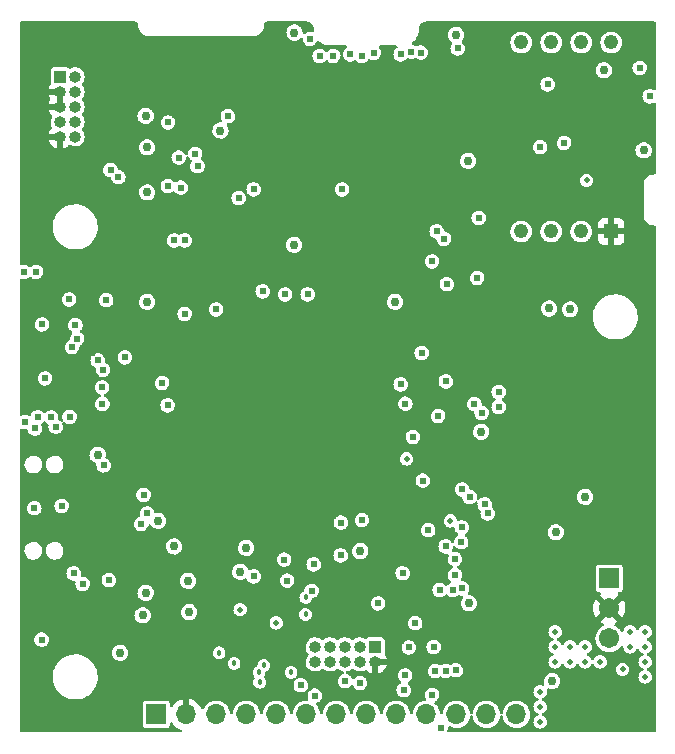
<source format=gbr>
G04 #@! TF.GenerationSoftware,KiCad,Pcbnew,(6.0.7)*
G04 #@! TF.CreationDate,2022-10-28T13:42:32-05:00*
G04 #@! TF.ProjectId,SapphineMinimal,53617070-6869-46e6-954d-696e696d616c,rev?*
G04 #@! TF.SameCoordinates,Original*
G04 #@! TF.FileFunction,Copper,L4,Inr*
G04 #@! TF.FilePolarity,Positive*
%FSLAX46Y46*%
G04 Gerber Fmt 4.6, Leading zero omitted, Abs format (unit mm)*
G04 Created by KiCad (PCBNEW (6.0.7)) date 2022-10-28 13:42:32*
%MOMM*%
%LPD*%
G01*
G04 APERTURE LIST*
G04 #@! TA.AperFunction,ComponentPad*
%ADD10R,1.000000X1.000000*%
G04 #@! TD*
G04 #@! TA.AperFunction,ComponentPad*
%ADD11O,1.000000X1.000000*%
G04 #@! TD*
G04 #@! TA.AperFunction,ComponentPad*
%ADD12R,1.709999X1.709999*%
G04 #@! TD*
G04 #@! TA.AperFunction,ComponentPad*
%ADD13C,1.709999*%
G04 #@! TD*
G04 #@! TA.AperFunction,ComponentPad*
%ADD14R,1.700000X1.700000*%
G04 #@! TD*
G04 #@! TA.AperFunction,ComponentPad*
%ADD15O,1.700000X1.700000*%
G04 #@! TD*
G04 #@! TA.AperFunction,ComponentPad*
%ADD16R,1.217000X1.217000*%
G04 #@! TD*
G04 #@! TA.AperFunction,ComponentPad*
%ADD17C,1.217000*%
G04 #@! TD*
G04 #@! TA.AperFunction,ViaPad*
%ADD18C,0.508000*%
G04 #@! TD*
G04 #@! TA.AperFunction,ViaPad*
%ADD19C,0.457200*%
G04 #@! TD*
G04 #@! TA.AperFunction,ViaPad*
%ADD20C,0.762000*%
G04 #@! TD*
G04 #@! TA.AperFunction,ViaPad*
%ADD21C,0.609600*%
G04 #@! TD*
G04 APERTURE END LIST*
D10*
X80768846Y-71110000D03*
D11*
X82038846Y-71110000D03*
X80768846Y-72380000D03*
X82038846Y-72380000D03*
X80768846Y-73650000D03*
X82038846Y-73650000D03*
X80768846Y-74920000D03*
X82038846Y-74920000D03*
X80768846Y-76190000D03*
X82038846Y-76190000D03*
D10*
X107436278Y-119372618D03*
D11*
X107436278Y-120642618D03*
X106166278Y-119372618D03*
X106166278Y-120642618D03*
X104896278Y-119372618D03*
X104896278Y-120642618D03*
X103626278Y-119372618D03*
X103626278Y-120642618D03*
X102356278Y-119372618D03*
X102356278Y-120642618D03*
D12*
X127260041Y-113581926D03*
D13*
X127260041Y-116121926D03*
X127260041Y-118661926D03*
D14*
X88915000Y-125095000D03*
D15*
X91455000Y-125095000D03*
X93995000Y-125095000D03*
X96535000Y-125095000D03*
X99075000Y-125095000D03*
X101615000Y-125095000D03*
X104155000Y-125095000D03*
X106695000Y-125095000D03*
X109235000Y-125095000D03*
X111775000Y-125095000D03*
X114315000Y-125095000D03*
X116855000Y-125095000D03*
X119395000Y-125095000D03*
D16*
X127420000Y-84200000D03*
D17*
X124880000Y-84200000D03*
X122340000Y-84200000D03*
X119800000Y-84200000D03*
X119800000Y-68200000D03*
X122340000Y-68200000D03*
X124880000Y-68200000D03*
X127420000Y-68200000D03*
D18*
X110824574Y-123022492D03*
X89762620Y-97894664D03*
D19*
X82036278Y-68445618D03*
D20*
X120046660Y-103714236D03*
D18*
X94101278Y-106037618D03*
D19*
X82569678Y-99662218D03*
D18*
X125470663Y-72763233D03*
D19*
X109151278Y-92040682D03*
D18*
X125216278Y-115562618D03*
D20*
X116377078Y-117797818D03*
D18*
X92495748Y-104759265D03*
X101270034Y-103365402D03*
X101805007Y-98698957D03*
X105531278Y-89527618D03*
X122676278Y-97782618D03*
X90578321Y-76951276D03*
D20*
X129889878Y-106317018D03*
D18*
X94736278Y-101592618D03*
X109094367Y-91175928D03*
X94101278Y-108577618D03*
X103334141Y-85807459D03*
X116326278Y-85082618D03*
X101086278Y-93972618D03*
X104896278Y-95242618D03*
X123946278Y-113022618D03*
D19*
X114282896Y-105453769D03*
X124003420Y-69642350D03*
D18*
X108071278Y-83177618D03*
D21*
X83433278Y-94480618D03*
D18*
X79656403Y-107555954D03*
X105531278Y-91432618D03*
X125216278Y-114292618D03*
X104882424Y-98757221D03*
X119101576Y-95064157D03*
X101086278Y-73652618D03*
D19*
X101648980Y-83529158D03*
X109202078Y-83109087D03*
X113036478Y-73841523D03*
X86100278Y-117594618D03*
D18*
X107646518Y-116832618D03*
X78226278Y-116832618D03*
X90843159Y-86665534D03*
D19*
X109034708Y-111199070D03*
D18*
X94736278Y-102862618D03*
X104896278Y-81907618D03*
X123946278Y-115562618D03*
X101086278Y-95242618D03*
X99816278Y-96512618D03*
X123946278Y-114292618D03*
X113151278Y-75557618D03*
D19*
X90896381Y-73128817D03*
D18*
X105328371Y-104499927D03*
D19*
X115816508Y-97401618D03*
D18*
X104896278Y-101592618D03*
X121355551Y-117723084D03*
X78226278Y-81272618D03*
X119501278Y-115562618D03*
D20*
X123946278Y-78986618D03*
D18*
X90926278Y-123182618D03*
D19*
X108645000Y-69014896D03*
D18*
X129026278Y-116832618D03*
X101847381Y-101008344D03*
X96650993Y-98661903D03*
X104896278Y-83177618D03*
X123405397Y-110929990D03*
D19*
X116490194Y-70639812D03*
D18*
X97276278Y-102862618D03*
X118231278Y-107307618D03*
D19*
X97784278Y-119118618D03*
D20*
X125216278Y-118102618D03*
D18*
X84576278Y-116832618D03*
X111680001Y-111033481D03*
X112516278Y-67302618D03*
D20*
X114459627Y-101523582D03*
D18*
X99816278Y-73652618D03*
X97276278Y-93972618D03*
X83862030Y-85404905D03*
X117007726Y-79186713D03*
X83311167Y-110479765D03*
X85620554Y-97725168D03*
D19*
X97655943Y-72811035D03*
X117469278Y-86606618D03*
D20*
X119501278Y-111910118D03*
D18*
X123946278Y-118102618D03*
X84576278Y-123182618D03*
X107436278Y-91432618D03*
D20*
X87098168Y-118978194D03*
X92363311Y-83322704D03*
D19*
X93273278Y-110421618D03*
D20*
X128416678Y-123843018D03*
D18*
X91717124Y-108398139D03*
X84603576Y-77925880D03*
X104896278Y-93972618D03*
X106801278Y-116832618D03*
X129026278Y-104132618D03*
D19*
X84576278Y-68699618D03*
D18*
X97276278Y-75557618D03*
X83255478Y-89959418D03*
D21*
X83195731Y-96830618D03*
D18*
X128792201Y-72602637D03*
D19*
X98846015Y-80726193D03*
D18*
X78226278Y-75557618D03*
X104638773Y-97295316D03*
X116326278Y-72382618D03*
X107436278Y-89527618D03*
X107643870Y-107124472D03*
D20*
X124327278Y-75684618D03*
D18*
X92077304Y-90526872D03*
X122676278Y-72382618D03*
X128959049Y-111216015D03*
X98600322Y-100611232D03*
X109428063Y-96038354D03*
X85846278Y-125087618D03*
X99681006Y-102020025D03*
D19*
X128020878Y-78174471D03*
D18*
X103626278Y-93972618D03*
D19*
X94251608Y-76583518D03*
D18*
X78226278Y-85082618D03*
D19*
X123819278Y-87749618D03*
D18*
X123946278Y-116832618D03*
X120771278Y-115562618D03*
X120771278Y-114292618D03*
X116326278Y-118737618D03*
D20*
X124860678Y-123843018D03*
D19*
X108071278Y-69334618D03*
D18*
X78226278Y-78732618D03*
X89021278Y-100322618D03*
X107436278Y-93337618D03*
D20*
X122447171Y-125239511D03*
D18*
X109308886Y-85479263D03*
X78226278Y-72382618D03*
X101086278Y-72382618D03*
D20*
X125216278Y-116832618D03*
D18*
X84576278Y-72382618D03*
X94736278Y-115054618D03*
D20*
X122826908Y-102862618D03*
D18*
X103546826Y-96501617D03*
X100451278Y-83177618D03*
X96514278Y-90924618D03*
X96179897Y-95373799D03*
X84582389Y-104812233D03*
X84042120Y-90881754D03*
X120640488Y-123777281D03*
X115730392Y-123538926D03*
X125216278Y-113022618D03*
X109492439Y-108962447D03*
X96680188Y-78635646D03*
X78226278Y-123182618D03*
X113151278Y-77462618D03*
X89021278Y-99052618D03*
D19*
X80004278Y-114673618D03*
X119262355Y-106276541D03*
D18*
X103610387Y-89509894D03*
D19*
X116703229Y-87208905D03*
D18*
X127756278Y-82542618D03*
X130269997Y-123991799D03*
X103594497Y-100871443D03*
X109976278Y-112387618D03*
X78226278Y-69207618D03*
D21*
X85147278Y-71810618D03*
D18*
X126486278Y-75557618D03*
D20*
X88132278Y-80891618D03*
D18*
X125216278Y-119372618D03*
D20*
X88005278Y-74414618D03*
X130169278Y-77335618D03*
X88132278Y-90162618D03*
D18*
X123946278Y-119372618D03*
D20*
X96019418Y-113009478D03*
D18*
X130296278Y-120642618D03*
X126486278Y-120642618D03*
X121406278Y-124452618D03*
X128391278Y-121277618D03*
X122676278Y-119372618D03*
X130296278Y-118102618D03*
D20*
X106179478Y-111255476D03*
D18*
X130296278Y-119372618D03*
D20*
X83941278Y-103116618D03*
X122727078Y-109669818D03*
X126798200Y-70549264D03*
X115375392Y-115689618D03*
X91688278Y-116427988D03*
D18*
X96006278Y-116221318D03*
X129026278Y-118102618D03*
D20*
X100578278Y-85336618D03*
X89046678Y-108704618D03*
X87751278Y-116705618D03*
X90395300Y-110866040D03*
D18*
X121406278Y-123182618D03*
D20*
X115310278Y-78224618D03*
X88005278Y-114800618D03*
X114294278Y-67556618D03*
D18*
X130296278Y-121912618D03*
X121406278Y-125722618D03*
D20*
X88132278Y-77081618D03*
X85846278Y-119880618D03*
X116429648Y-101172821D03*
D18*
X125216278Y-120642618D03*
D20*
X122422278Y-122268218D03*
X91601003Y-113784618D03*
D18*
X123946278Y-120642618D03*
X129026278Y-119372618D03*
X122676278Y-120642618D03*
X122676278Y-118102618D03*
D20*
X109125878Y-90162618D03*
X94339696Y-75661015D03*
D18*
X113806869Y-108706452D03*
D21*
X113506878Y-88664018D03*
X84353256Y-98801272D03*
D19*
X101568878Y-115181618D03*
D21*
X80004278Y-99941618D03*
X78861278Y-99941618D03*
X114192678Y-113276618D03*
X113428908Y-96893618D03*
D20*
X96514278Y-110990618D03*
X100608804Y-67362740D03*
X122168278Y-90721418D03*
X125216278Y-106672618D03*
X123946278Y-90797618D03*
D21*
X102737278Y-69334618D03*
D19*
X100324278Y-121531618D03*
D21*
X90418278Y-84955618D03*
D19*
X101543478Y-116629418D03*
D21*
X104896278Y-122273027D03*
X105345000Y-69207618D03*
X101932030Y-67894370D03*
D19*
X94228278Y-119880618D03*
D21*
X106158099Y-122428797D03*
X91307278Y-84955618D03*
X94970579Y-74434317D03*
X107309278Y-69080618D03*
X101142378Y-122623818D03*
D18*
X99054278Y-117340618D03*
D21*
X102336026Y-123504472D03*
X112643278Y-84193618D03*
X114421278Y-68699618D03*
X110484278Y-68979018D03*
X110830544Y-117369990D03*
X109856800Y-123031986D03*
D19*
X97657278Y-122369818D03*
D21*
X111281400Y-69055656D03*
X89884878Y-80332818D03*
X114776878Y-109263418D03*
X97149278Y-80637618D03*
X111479687Y-105290352D03*
X89910278Y-74973418D03*
X95879729Y-81362663D03*
X114726078Y-110508018D03*
X90799278Y-77945218D03*
X90977078Y-80485218D03*
D18*
X125343278Y-79875618D03*
D21*
X78581878Y-107637818D03*
D19*
X95498278Y-120769618D03*
X98012878Y-120947418D03*
D21*
X114268878Y-121353818D03*
X112973478Y-126230618D03*
X112262278Y-123436618D03*
X113405278Y-121404618D03*
X109773078Y-113124218D03*
X91307278Y-91178618D03*
X109976278Y-121785618D03*
D19*
X97606478Y-121531618D03*
D21*
X110298914Y-119422350D03*
X110001678Y-98773218D03*
X78632678Y-100881418D03*
X115437278Y-106672618D03*
X115841908Y-98800847D03*
X111373278Y-94480618D03*
X111932078Y-109492018D03*
X77769078Y-100348018D03*
X79191478Y-118763018D03*
X112262278Y-86733618D03*
X112770278Y-99814618D03*
X80385278Y-100729018D03*
X80893278Y-107434618D03*
X104540678Y-108857018D03*
X104515278Y-111625618D03*
X129839078Y-70350618D03*
D18*
X110102918Y-103461039D03*
D21*
X116453278Y-99560618D03*
X116199278Y-83050618D03*
X114802278Y-106037618D03*
X113278278Y-84828618D03*
X130677278Y-72763618D03*
X110634548Y-101588509D03*
X123438278Y-76700618D03*
X92399478Y-78681818D03*
X112897278Y-114546618D03*
X107690278Y-115689618D03*
X84893778Y-113721118D03*
X82207327Y-93293569D03*
X101721278Y-89527618D03*
X99816278Y-89527618D03*
X81782278Y-93972618D03*
X87827478Y-106494818D03*
X83941278Y-95115618D03*
X89402278Y-97020618D03*
X89859478Y-98925618D03*
X88132278Y-108069618D03*
X84404689Y-95922207D03*
X99732121Y-111984707D03*
X84322278Y-97401618D03*
X109595278Y-69207618D03*
X116707278Y-107307618D03*
X113405278Y-110863618D03*
X92194508Y-77630205D03*
X114030218Y-114546618D03*
X106329293Y-108623794D03*
X103880278Y-69334618D03*
X102229278Y-112387618D03*
X104642278Y-80637618D03*
X102051478Y-114622818D03*
X81564431Y-99896853D03*
X121406278Y-77056218D03*
X114802278Y-114419618D03*
X122041278Y-71747618D03*
X114192678Y-111930418D03*
X93974278Y-90797618D03*
X82671278Y-114038618D03*
X112389278Y-119372618D03*
X82062992Y-92123018D03*
X85693878Y-79596218D03*
X86253451Y-94858947D03*
X84667762Y-90018065D03*
X112516278Y-121404618D03*
X81909278Y-113149618D03*
X85033478Y-78986618D03*
X117899308Y-97782618D03*
X117899308Y-99052618D03*
X78734278Y-87622618D03*
X79242278Y-92067618D03*
X116961278Y-108069618D03*
X116072278Y-88130618D03*
X106293278Y-69334618D03*
X99988390Y-113761168D03*
X97149278Y-113403618D03*
X87624278Y-108958618D03*
X97911278Y-89273618D03*
X109595278Y-97147618D03*
X79496278Y-96639618D03*
X77718278Y-87622618D03*
X81528278Y-89959418D03*
X84449278Y-104005618D03*
G04 #@! TA.AperFunction,Conductor*
G36*
X87101771Y-66423051D02*
G01*
X87112205Y-66424704D01*
X87112208Y-66424704D01*
X87122000Y-66426255D01*
X87131797Y-66424703D01*
X87132305Y-66424703D01*
X87152021Y-66426255D01*
X87180626Y-66430786D01*
X87218116Y-66442967D01*
X87253224Y-66460855D01*
X87285117Y-66484027D01*
X87312973Y-66511883D01*
X87336145Y-66543775D01*
X87354033Y-66578882D01*
X87366215Y-66616373D01*
X87370746Y-66644979D01*
X87372297Y-66664695D01*
X87372297Y-66665203D01*
X87370745Y-66675000D01*
X87372296Y-66684793D01*
X87372296Y-66685332D01*
X87373076Y-66691679D01*
X87375319Y-66717318D01*
X87387119Y-66852188D01*
X87388543Y-66857501D01*
X87388543Y-66857503D01*
X87402435Y-66909347D01*
X87433154Y-67023992D01*
X87435479Y-67028977D01*
X87435480Y-67028981D01*
X87456259Y-67073542D01*
X87508322Y-67185192D01*
X87511476Y-67189696D01*
X87607014Y-67326138D01*
X87610341Y-67330890D01*
X87736110Y-67456659D01*
X87881809Y-67558678D01*
X87886787Y-67560999D01*
X87886790Y-67561001D01*
X88038020Y-67631520D01*
X88043008Y-67633846D01*
X88048316Y-67635268D01*
X88048318Y-67635269D01*
X88209497Y-67678457D01*
X88209499Y-67678457D01*
X88214812Y-67679881D01*
X88314269Y-67688583D01*
X88321811Y-67689720D01*
X88325502Y-67691016D01*
X88331091Y-67691500D01*
X88342110Y-67691500D01*
X88353093Y-67691980D01*
X88375322Y-67693925D01*
X88381668Y-67694704D01*
X88382208Y-67694704D01*
X88392000Y-67696255D01*
X88401792Y-67694704D01*
X88401793Y-67694704D01*
X88412229Y-67693051D01*
X88431940Y-67691500D01*
X96988060Y-67691500D01*
X97007771Y-67693051D01*
X97018207Y-67694704D01*
X97018208Y-67694704D01*
X97028000Y-67696255D01*
X97037792Y-67694704D01*
X97038330Y-67694704D01*
X97044679Y-67693924D01*
X97099998Y-67689084D01*
X97205188Y-67679881D01*
X97210501Y-67678457D01*
X97210503Y-67678457D01*
X97297985Y-67655016D01*
X97376992Y-67633846D01*
X97381977Y-67631521D01*
X97381981Y-67631520D01*
X97533208Y-67561002D01*
X97533210Y-67561001D01*
X97538192Y-67558678D01*
X97603343Y-67513059D01*
X97679379Y-67459818D01*
X97679382Y-67459816D01*
X97683890Y-67456659D01*
X97809659Y-67330890D01*
X97812987Y-67326138D01*
X97908524Y-67189696D01*
X97911678Y-67185192D01*
X97963741Y-67073542D01*
X97984520Y-67028981D01*
X97984521Y-67028977D01*
X97986846Y-67023992D01*
X98017565Y-66909347D01*
X98031457Y-66857503D01*
X98031457Y-66857501D01*
X98032881Y-66852188D01*
X98044681Y-66717318D01*
X98046924Y-66691679D01*
X98047704Y-66685332D01*
X98047704Y-66684793D01*
X98049255Y-66675000D01*
X98047703Y-66665203D01*
X98047703Y-66664695D01*
X98049254Y-66644979D01*
X98053785Y-66616373D01*
X98065967Y-66578882D01*
X98083855Y-66543775D01*
X98107027Y-66511883D01*
X98134883Y-66484027D01*
X98166776Y-66460855D01*
X98201884Y-66442967D01*
X98239374Y-66430786D01*
X98267979Y-66426255D01*
X98287695Y-66424703D01*
X98288203Y-66424703D01*
X98298000Y-66426255D01*
X98307792Y-66424704D01*
X98307795Y-66424704D01*
X98318229Y-66423051D01*
X98337940Y-66421500D01*
X101560060Y-66421500D01*
X101579771Y-66423051D01*
X101590207Y-66424704D01*
X101590208Y-66424704D01*
X101600000Y-66426255D01*
X101609794Y-66424704D01*
X101619708Y-66424704D01*
X101619708Y-66425715D01*
X101634499Y-66425388D01*
X101727084Y-66435819D01*
X101754592Y-66442097D01*
X101861136Y-66479379D01*
X101861899Y-66479646D01*
X101887319Y-66491888D01*
X101983585Y-66552376D01*
X102005644Y-66569968D01*
X102086032Y-66650356D01*
X102103624Y-66672415D01*
X102164112Y-66768681D01*
X102176354Y-66794100D01*
X102206442Y-66880086D01*
X102213902Y-66901406D01*
X102220181Y-66928916D01*
X102230612Y-67021501D01*
X102230286Y-67036281D01*
X102231296Y-67036281D01*
X102231297Y-67046200D01*
X102229745Y-67056000D01*
X102230578Y-67061255D01*
X102230608Y-67061446D01*
X102231299Y-67070226D01*
X102231299Y-67070227D01*
X102239238Y-67171101D01*
X102224642Y-67240581D01*
X102174800Y-67291141D01*
X102105535Y-67306727D01*
X102082935Y-67303192D01*
X102009057Y-67284635D01*
X102001458Y-67284595D01*
X102001456Y-67284595D01*
X101939828Y-67284273D01*
X101861392Y-67283862D01*
X101854012Y-67285634D01*
X101854010Y-67285634D01*
X101725183Y-67316562D01*
X101725179Y-67316563D01*
X101717804Y-67318334D01*
X101586584Y-67386062D01*
X101508690Y-67454014D01*
X101444211Y-67483720D01*
X101373903Y-67473851D01*
X101320093Y-67427537D01*
X101300109Y-67366159D01*
X101300145Y-67362740D01*
X101296763Y-67334787D01*
X101284089Y-67230064D01*
X101280189Y-67197832D01*
X101221473Y-67042444D01*
X101179476Y-66981338D01*
X101131689Y-66911807D01*
X101131688Y-66911805D01*
X101127387Y-66905548D01*
X101087331Y-66869859D01*
X101009029Y-66800095D01*
X101009028Y-66800095D01*
X101003362Y-66795046D01*
X100856558Y-66717318D01*
X100695452Y-66676850D01*
X100687854Y-66676810D01*
X100687852Y-66676810D01*
X100616286Y-66676436D01*
X100529343Y-66675981D01*
X100521964Y-66677753D01*
X100521960Y-66677753D01*
X100421031Y-66701985D01*
X100367822Y-66714759D01*
X100220213Y-66790945D01*
X100095038Y-66900143D01*
X99999523Y-67036046D01*
X99974812Y-67099426D01*
X99943317Y-67180208D01*
X99939183Y-67190810D01*
X99938191Y-67198343D01*
X99938191Y-67198344D01*
X99920228Y-67334787D01*
X99917501Y-67355500D01*
X99935729Y-67520608D01*
X99938339Y-67527740D01*
X99986712Y-67659924D01*
X99992815Y-67676602D01*
X99997051Y-67682905D01*
X99997051Y-67682906D01*
X100004712Y-67694307D01*
X100085462Y-67814476D01*
X100091074Y-67819583D01*
X100091077Y-67819586D01*
X100202702Y-67921157D01*
X100202706Y-67921160D01*
X100208323Y-67926271D01*
X100215000Y-67929897D01*
X100215001Y-67929897D01*
X100347627Y-68001908D01*
X100347629Y-68001909D01*
X100354304Y-68005533D01*
X100361653Y-68007461D01*
X100507628Y-68045757D01*
X100507630Y-68045757D01*
X100514978Y-68047685D01*
X100602974Y-68049067D01*
X100673472Y-68050175D01*
X100673475Y-68050175D01*
X100681069Y-68050294D01*
X100749111Y-68034710D01*
X100835584Y-68014905D01*
X100835587Y-68014904D01*
X100842987Y-68013209D01*
X100865457Y-68001908D01*
X100984603Y-67941985D01*
X100984606Y-67941983D01*
X100991386Y-67938573D01*
X100997157Y-67933644D01*
X100997160Y-67933642D01*
X101113537Y-67834246D01*
X101178327Y-67805215D01*
X101248527Y-67815820D01*
X101301850Y-67862695D01*
X101320607Y-67916231D01*
X101333687Y-68034710D01*
X101336297Y-68041842D01*
X101371615Y-68138353D01*
X101384434Y-68173384D01*
X101388670Y-68179687D01*
X101388670Y-68179688D01*
X101461544Y-68288135D01*
X101466795Y-68295950D01*
X101472414Y-68301063D01*
X101472415Y-68301064D01*
X101569288Y-68389211D01*
X101576015Y-68395332D01*
X101705788Y-68465793D01*
X101848622Y-68503265D01*
X101925409Y-68504471D01*
X101988673Y-68505465D01*
X101988676Y-68505465D01*
X101996271Y-68505584D01*
X102048066Y-68493721D01*
X102132809Y-68474313D01*
X102132813Y-68474312D01*
X102140212Y-68472617D01*
X102177451Y-68453888D01*
X102265351Y-68409680D01*
X102265354Y-68409678D01*
X102272134Y-68406268D01*
X102384421Y-68310365D01*
X102470591Y-68190447D01*
X102491539Y-68138337D01*
X102535504Y-68082596D01*
X102602629Y-68059470D01*
X102671600Y-68076307D01*
X102690274Y-68089524D01*
X102808030Y-68190097D01*
X102995587Y-68305032D01*
X103000157Y-68306925D01*
X103000161Y-68306927D01*
X103194240Y-68387317D01*
X103198813Y-68389211D01*
X103249322Y-68401337D01*
X103407894Y-68439407D01*
X103407900Y-68439408D01*
X103412707Y-68440562D01*
X103497288Y-68447218D01*
X103561409Y-68452265D01*
X103564761Y-68452756D01*
X103565502Y-68453016D01*
X103568042Y-68453236D01*
X103568049Y-68453237D01*
X103568386Y-68453266D01*
X103568392Y-68453266D01*
X103571091Y-68453500D01*
X103573802Y-68453500D01*
X103576533Y-68453618D01*
X103576531Y-68453672D01*
X103582031Y-68453888D01*
X103617785Y-68456702D01*
X103617787Y-68456702D01*
X103626554Y-68457392D01*
X103632000Y-68458255D01*
X103652228Y-68455051D01*
X103671940Y-68453500D01*
X104956961Y-68453500D01*
X105025082Y-68473502D01*
X105071575Y-68527158D01*
X105081679Y-68597432D01*
X105052185Y-68662012D01*
X105014752Y-68691465D01*
X105006916Y-68695510D01*
X104999554Y-68699310D01*
X104993832Y-68704302D01*
X104993830Y-68704303D01*
X104979765Y-68716573D01*
X104888277Y-68796383D01*
X104803368Y-68917197D01*
X104800609Y-68924272D01*
X104800608Y-68924275D01*
X104754075Y-69043627D01*
X104749727Y-69054778D01*
X104748735Y-69062311D01*
X104748735Y-69062312D01*
X104732016Y-69189312D01*
X104730453Y-69201182D01*
X104730637Y-69202850D01*
X104711229Y-69266469D01*
X104743660Y-69326510D01*
X104745656Y-69338892D01*
X104746657Y-69347958D01*
X104749267Y-69355090D01*
X104793728Y-69476586D01*
X104797404Y-69486632D01*
X104801640Y-69492935D01*
X104801640Y-69492936D01*
X104874219Y-69600944D01*
X104879765Y-69609198D01*
X104885384Y-69614311D01*
X104885385Y-69614312D01*
X104968161Y-69689632D01*
X104988985Y-69708580D01*
X105118758Y-69779041D01*
X105261592Y-69816513D01*
X105338379Y-69817719D01*
X105401643Y-69818713D01*
X105401646Y-69818713D01*
X105409241Y-69818832D01*
X105461036Y-69806969D01*
X105545779Y-69787561D01*
X105545783Y-69787560D01*
X105553182Y-69785865D01*
X105685104Y-69719516D01*
X105686249Y-69721793D01*
X105742382Y-69704375D01*
X105810800Y-69723333D01*
X105829106Y-69737165D01*
X105868279Y-69772810D01*
X105916309Y-69816513D01*
X105937263Y-69835580D01*
X106067036Y-69906041D01*
X106209870Y-69943513D01*
X106286657Y-69944719D01*
X106349921Y-69945713D01*
X106349924Y-69945713D01*
X106357519Y-69945832D01*
X106409314Y-69933969D01*
X106494057Y-69914561D01*
X106494061Y-69914560D01*
X106501460Y-69912865D01*
X106528014Y-69899510D01*
X106626599Y-69849928D01*
X106626602Y-69849926D01*
X106633382Y-69846516D01*
X106745669Y-69750613D01*
X106807063Y-69665174D01*
X106826483Y-69638149D01*
X106882477Y-69594501D01*
X106953181Y-69588055D01*
X106988927Y-69600944D01*
X107083036Y-69652041D01*
X107225870Y-69689513D01*
X107302657Y-69690719D01*
X107365921Y-69691713D01*
X107365924Y-69691713D01*
X107373519Y-69691832D01*
X107430852Y-69678701D01*
X107510057Y-69660561D01*
X107510061Y-69660560D01*
X107517460Y-69658865D01*
X107573471Y-69630695D01*
X107642599Y-69595928D01*
X107642602Y-69595926D01*
X107649382Y-69592516D01*
X107761669Y-69496613D01*
X107847839Y-69376695D01*
X107890312Y-69271041D01*
X107900083Y-69246736D01*
X107900084Y-69246734D01*
X107902918Y-69239683D01*
X107919873Y-69120548D01*
X107923143Y-69097573D01*
X107923143Y-69097570D01*
X107923724Y-69093489D01*
X107923859Y-69080618D01*
X107923042Y-69073862D01*
X107912280Y-68984936D01*
X107906119Y-68934020D01*
X107853922Y-68795885D01*
X107829848Y-68760857D01*
X107774584Y-68680447D01*
X107774583Y-68680445D01*
X107770282Y-68674188D01*
X107764611Y-68669135D01*
X107759588Y-68663438D01*
X107761969Y-68661339D01*
X107732042Y-68613335D01*
X107733017Y-68542346D01*
X107772216Y-68483152D01*
X107837196Y-68454548D01*
X107853414Y-68453500D01*
X109207239Y-68453500D01*
X109275360Y-68473502D01*
X109321853Y-68527158D01*
X109331957Y-68597432D01*
X109302463Y-68662012D01*
X109265030Y-68691465D01*
X109257194Y-68695510D01*
X109249832Y-68699310D01*
X109244110Y-68704302D01*
X109244108Y-68704303D01*
X109230043Y-68716573D01*
X109138555Y-68796383D01*
X109053646Y-68917197D01*
X109050887Y-68924272D01*
X109050886Y-68924275D01*
X109004353Y-69043627D01*
X109000005Y-69054778D01*
X108999013Y-69062311D01*
X108999013Y-69062312D01*
X108982294Y-69189312D01*
X108980731Y-69201182D01*
X108996935Y-69347958D01*
X108999545Y-69355090D01*
X109044006Y-69476586D01*
X109047682Y-69486632D01*
X109051918Y-69492935D01*
X109051918Y-69492936D01*
X109124497Y-69600944D01*
X109130043Y-69609198D01*
X109135662Y-69614311D01*
X109135663Y-69614312D01*
X109218439Y-69689632D01*
X109239263Y-69708580D01*
X109369036Y-69779041D01*
X109511870Y-69816513D01*
X109588657Y-69817719D01*
X109651921Y-69818713D01*
X109651924Y-69818713D01*
X109659519Y-69818832D01*
X109711314Y-69806969D01*
X109796057Y-69787561D01*
X109796061Y-69787560D01*
X109803460Y-69785865D01*
X109829417Y-69772810D01*
X109928599Y-69722928D01*
X109928602Y-69722926D01*
X109935382Y-69719516D01*
X110047669Y-69623613D01*
X110079712Y-69579021D01*
X110135704Y-69535375D01*
X110206407Y-69528929D01*
X110242152Y-69541816D01*
X110258036Y-69550441D01*
X110400870Y-69587913D01*
X110477657Y-69589119D01*
X110540921Y-69590113D01*
X110540924Y-69590113D01*
X110548519Y-69590232D01*
X110600314Y-69578369D01*
X110685057Y-69558961D01*
X110685061Y-69558960D01*
X110692460Y-69557265D01*
X110699246Y-69553852D01*
X110699249Y-69553851D01*
X110765566Y-69520498D01*
X110835411Y-69507760D01*
X110901054Y-69534805D01*
X110906978Y-69539869D01*
X110918597Y-69550441D01*
X110925385Y-69556618D01*
X111055158Y-69627079D01*
X111197992Y-69664551D01*
X111274779Y-69665757D01*
X111338043Y-69666751D01*
X111338046Y-69666751D01*
X111345641Y-69666870D01*
X111410388Y-69652041D01*
X111482179Y-69635599D01*
X111482183Y-69635598D01*
X111489582Y-69633903D01*
X111517353Y-69619936D01*
X111614721Y-69570966D01*
X111614724Y-69570964D01*
X111621504Y-69567554D01*
X111733791Y-69471651D01*
X111819961Y-69351733D01*
X111865005Y-69239683D01*
X111872205Y-69221774D01*
X111872206Y-69221772D01*
X111875040Y-69214721D01*
X111888395Y-69120879D01*
X111895265Y-69072611D01*
X111895265Y-69072608D01*
X111895846Y-69068527D01*
X111895981Y-69055656D01*
X111878241Y-68909058D01*
X111826044Y-68770923D01*
X111808217Y-68744984D01*
X111746706Y-68655485D01*
X111746705Y-68655483D01*
X111742404Y-68649226D01*
X111733511Y-68641302D01*
X111664085Y-68579446D01*
X111632150Y-68550993D01*
X111625266Y-68547348D01*
X111508357Y-68485448D01*
X111508355Y-68485447D01*
X111501646Y-68481895D01*
X111437541Y-68465793D01*
X111365798Y-68447772D01*
X111365794Y-68447772D01*
X111358427Y-68445921D01*
X111350828Y-68445881D01*
X111350826Y-68445881D01*
X111289198Y-68445559D01*
X111210762Y-68445148D01*
X111203382Y-68446920D01*
X111203380Y-68446920D01*
X111074553Y-68477848D01*
X111074549Y-68477849D01*
X111067174Y-68479620D01*
X111060429Y-68483101D01*
X111060430Y-68483101D01*
X111000874Y-68513840D01*
X110931167Y-68527309D01*
X110865243Y-68500954D01*
X110859264Y-68495949D01*
X110840699Y-68479407D01*
X110840695Y-68479405D01*
X110835028Y-68474355D01*
X110827011Y-68470110D01*
X110711235Y-68408810D01*
X110711233Y-68408809D01*
X110704524Y-68405257D01*
X110628736Y-68386220D01*
X110567541Y-68350227D01*
X110535520Y-68286861D01*
X110542840Y-68216243D01*
X110577601Y-68168206D01*
X110715481Y-68050445D01*
X110719237Y-68047237D01*
X110862097Y-67879970D01*
X110977032Y-67692413D01*
X110983582Y-67676602D01*
X111036279Y-67549378D01*
X113602975Y-67549378D01*
X113621203Y-67714486D01*
X113623813Y-67721618D01*
X113663729Y-67830692D01*
X113678289Y-67870480D01*
X113682525Y-67876783D01*
X113682525Y-67876784D01*
X113691187Y-67889674D01*
X113770936Y-68008354D01*
X113776548Y-68013461D01*
X113776551Y-68013464D01*
X113888176Y-68115035D01*
X113888180Y-68115038D01*
X113893797Y-68120149D01*
X113900474Y-68123775D01*
X113900475Y-68123775D01*
X113906310Y-68126943D01*
X113956632Y-68177026D01*
X113971888Y-68246364D01*
X113949275Y-68310124D01*
X113921391Y-68349800D01*
X113879646Y-68409197D01*
X113876887Y-68416272D01*
X113876886Y-68416275D01*
X113833596Y-68527309D01*
X113826005Y-68546778D01*
X113825013Y-68554311D01*
X113825013Y-68554312D01*
X113808408Y-68680447D01*
X113806731Y-68693182D01*
X113822935Y-68839958D01*
X113825545Y-68847090D01*
X113860116Y-68941560D01*
X113873682Y-68978632D01*
X113877918Y-68984935D01*
X113877918Y-68984936D01*
X113938597Y-69075235D01*
X113956043Y-69101198D01*
X113961662Y-69106311D01*
X113961663Y-69106312D01*
X114057648Y-69193651D01*
X114065263Y-69200580D01*
X114195036Y-69271041D01*
X114337870Y-69308513D01*
X114414657Y-69309719D01*
X114477921Y-69310713D01*
X114477924Y-69310713D01*
X114485519Y-69310832D01*
X114537314Y-69298969D01*
X114622057Y-69279561D01*
X114622061Y-69279560D01*
X114629460Y-69277865D01*
X114691354Y-69246736D01*
X114754599Y-69214928D01*
X114754602Y-69214926D01*
X114761382Y-69211516D01*
X114873669Y-69115613D01*
X114959839Y-68995695D01*
X115003653Y-68886705D01*
X115012083Y-68865736D01*
X115012084Y-68865734D01*
X115014918Y-68858683D01*
X115027408Y-68770923D01*
X115035143Y-68716573D01*
X115035143Y-68716570D01*
X115035724Y-68712489D01*
X115035859Y-68699618D01*
X115018119Y-68553020D01*
X114965922Y-68414885D01*
X114954974Y-68398955D01*
X114886584Y-68299447D01*
X114886583Y-68299445D01*
X114882282Y-68293188D01*
X114797473Y-68217625D01*
X114786487Y-68200000D01*
X118881167Y-68200000D01*
X118881857Y-68206565D01*
X118890431Y-68288135D01*
X118901246Y-68391036D01*
X118903286Y-68397314D01*
X118903286Y-68397315D01*
X118924310Y-68462020D01*
X118960604Y-68573723D01*
X118963907Y-68579445D01*
X118963908Y-68579446D01*
X119019424Y-68675602D01*
X119056648Y-68740076D01*
X119061066Y-68744983D01*
X119061067Y-68744984D01*
X119144455Y-68837595D01*
X119185181Y-68882826D01*
X119190520Y-68886705D01*
X119317046Y-68978632D01*
X119340583Y-68995733D01*
X119346612Y-68998417D01*
X119346615Y-68998419D01*
X119510029Y-69071175D01*
X119510032Y-69071176D01*
X119516065Y-69073862D01*
X119588995Y-69089364D01*
X119697499Y-69112428D01*
X119697504Y-69112428D01*
X119703956Y-69113800D01*
X119896044Y-69113800D01*
X119902496Y-69112428D01*
X119902501Y-69112428D01*
X120011005Y-69089364D01*
X120083935Y-69073862D01*
X120089968Y-69071176D01*
X120089971Y-69071175D01*
X120253385Y-68998419D01*
X120253388Y-68998417D01*
X120259417Y-68995733D01*
X120282955Y-68978632D01*
X120409480Y-68886705D01*
X120414819Y-68882826D01*
X120455546Y-68837595D01*
X120538933Y-68744984D01*
X120538934Y-68744983D01*
X120543352Y-68740076D01*
X120580576Y-68675602D01*
X120636092Y-68579446D01*
X120636093Y-68579445D01*
X120639396Y-68573723D01*
X120675690Y-68462020D01*
X120696714Y-68397315D01*
X120696714Y-68397314D01*
X120698754Y-68391036D01*
X120709570Y-68288135D01*
X120718143Y-68206565D01*
X120718833Y-68200000D01*
X121421167Y-68200000D01*
X121421857Y-68206565D01*
X121430431Y-68288135D01*
X121441246Y-68391036D01*
X121443286Y-68397314D01*
X121443286Y-68397315D01*
X121464310Y-68462020D01*
X121500604Y-68573723D01*
X121503907Y-68579445D01*
X121503908Y-68579446D01*
X121559424Y-68675602D01*
X121596648Y-68740076D01*
X121601066Y-68744983D01*
X121601067Y-68744984D01*
X121684455Y-68837595D01*
X121725181Y-68882826D01*
X121730520Y-68886705D01*
X121857046Y-68978632D01*
X121880583Y-68995733D01*
X121886612Y-68998417D01*
X121886615Y-68998419D01*
X122050029Y-69071175D01*
X122050032Y-69071176D01*
X122056065Y-69073862D01*
X122128995Y-69089364D01*
X122237499Y-69112428D01*
X122237504Y-69112428D01*
X122243956Y-69113800D01*
X122436044Y-69113800D01*
X122442496Y-69112428D01*
X122442501Y-69112428D01*
X122551005Y-69089364D01*
X122623935Y-69073862D01*
X122629968Y-69071176D01*
X122629971Y-69071175D01*
X122793385Y-68998419D01*
X122793388Y-68998417D01*
X122799417Y-68995733D01*
X122822955Y-68978632D01*
X122949480Y-68886705D01*
X122954819Y-68882826D01*
X122995546Y-68837595D01*
X123078933Y-68744984D01*
X123078934Y-68744983D01*
X123083352Y-68740076D01*
X123120576Y-68675602D01*
X123176092Y-68579446D01*
X123176093Y-68579445D01*
X123179396Y-68573723D01*
X123215690Y-68462020D01*
X123236714Y-68397315D01*
X123236714Y-68397314D01*
X123238754Y-68391036D01*
X123249570Y-68288135D01*
X123258143Y-68206565D01*
X123258833Y-68200000D01*
X123961167Y-68200000D01*
X123961857Y-68206565D01*
X123970431Y-68288135D01*
X123981246Y-68391036D01*
X123983286Y-68397314D01*
X123983286Y-68397315D01*
X124004310Y-68462020D01*
X124040604Y-68573723D01*
X124043907Y-68579445D01*
X124043908Y-68579446D01*
X124099424Y-68675602D01*
X124136648Y-68740076D01*
X124141066Y-68744983D01*
X124141067Y-68744984D01*
X124224455Y-68837595D01*
X124265181Y-68882826D01*
X124270520Y-68886705D01*
X124397046Y-68978632D01*
X124420583Y-68995733D01*
X124426612Y-68998417D01*
X124426615Y-68998419D01*
X124590029Y-69071175D01*
X124590032Y-69071176D01*
X124596065Y-69073862D01*
X124668995Y-69089364D01*
X124777499Y-69112428D01*
X124777504Y-69112428D01*
X124783956Y-69113800D01*
X124976044Y-69113800D01*
X124982496Y-69112428D01*
X124982501Y-69112428D01*
X125091005Y-69089364D01*
X125163935Y-69073862D01*
X125169968Y-69071176D01*
X125169971Y-69071175D01*
X125333385Y-68998419D01*
X125333388Y-68998417D01*
X125339417Y-68995733D01*
X125362955Y-68978632D01*
X125489480Y-68886705D01*
X125494819Y-68882826D01*
X125535546Y-68837595D01*
X125618933Y-68744984D01*
X125618934Y-68744983D01*
X125623352Y-68740076D01*
X125660576Y-68675602D01*
X125716092Y-68579446D01*
X125716093Y-68579445D01*
X125719396Y-68573723D01*
X125755690Y-68462020D01*
X125776714Y-68397315D01*
X125776714Y-68397314D01*
X125778754Y-68391036D01*
X125789570Y-68288135D01*
X125798143Y-68206565D01*
X125798833Y-68200000D01*
X126501167Y-68200000D01*
X126501857Y-68206565D01*
X126510431Y-68288135D01*
X126521246Y-68391036D01*
X126523286Y-68397314D01*
X126523286Y-68397315D01*
X126544310Y-68462020D01*
X126580604Y-68573723D01*
X126583907Y-68579445D01*
X126583908Y-68579446D01*
X126639424Y-68675602D01*
X126676648Y-68740076D01*
X126681066Y-68744983D01*
X126681067Y-68744984D01*
X126764455Y-68837595D01*
X126805181Y-68882826D01*
X126810520Y-68886705D01*
X126937046Y-68978632D01*
X126960583Y-68995733D01*
X126966612Y-68998417D01*
X126966615Y-68998419D01*
X127130029Y-69071175D01*
X127130032Y-69071176D01*
X127136065Y-69073862D01*
X127208995Y-69089364D01*
X127317499Y-69112428D01*
X127317504Y-69112428D01*
X127323956Y-69113800D01*
X127516044Y-69113800D01*
X127522496Y-69112428D01*
X127522501Y-69112428D01*
X127631005Y-69089364D01*
X127703935Y-69073862D01*
X127709968Y-69071176D01*
X127709971Y-69071175D01*
X127873385Y-68998419D01*
X127873388Y-68998417D01*
X127879417Y-68995733D01*
X127902955Y-68978632D01*
X128029480Y-68886705D01*
X128034819Y-68882826D01*
X128075546Y-68837595D01*
X128158933Y-68744984D01*
X128158934Y-68744983D01*
X128163352Y-68740076D01*
X128200576Y-68675602D01*
X128256092Y-68579446D01*
X128256093Y-68579445D01*
X128259396Y-68573723D01*
X128295690Y-68462020D01*
X128316714Y-68397315D01*
X128316714Y-68397314D01*
X128318754Y-68391036D01*
X128329570Y-68288135D01*
X128338143Y-68206565D01*
X128338833Y-68200000D01*
X128325832Y-68076307D01*
X128319444Y-68015528D01*
X128319444Y-68015527D01*
X128318754Y-68008964D01*
X128316462Y-68001908D01*
X128261438Y-67832562D01*
X128259396Y-67826277D01*
X128248946Y-67808176D01*
X128166655Y-67665645D01*
X128163352Y-67659924D01*
X128158933Y-67655016D01*
X128039234Y-67522077D01*
X128039232Y-67522076D01*
X128034819Y-67517174D01*
X128002593Y-67493760D01*
X127884759Y-67408148D01*
X127884758Y-67408147D01*
X127879417Y-67404267D01*
X127873388Y-67401583D01*
X127873385Y-67401581D01*
X127709971Y-67328825D01*
X127709968Y-67328824D01*
X127703935Y-67326138D01*
X127612615Y-67306727D01*
X127522501Y-67287572D01*
X127522496Y-67287572D01*
X127516044Y-67286200D01*
X127323956Y-67286200D01*
X127317504Y-67287572D01*
X127317499Y-67287572D01*
X127230011Y-67306169D01*
X127136065Y-67326138D01*
X127130035Y-67328823D01*
X127130034Y-67328823D01*
X126966614Y-67401582D01*
X126966612Y-67401583D01*
X126960584Y-67404267D01*
X126955243Y-67408147D01*
X126955242Y-67408148D01*
X126895430Y-67451604D01*
X126805181Y-67517174D01*
X126800768Y-67522076D01*
X126800766Y-67522077D01*
X126681067Y-67655016D01*
X126676648Y-67659924D01*
X126673345Y-67665645D01*
X126591055Y-67808176D01*
X126580604Y-67826277D01*
X126578562Y-67832562D01*
X126523539Y-68001908D01*
X126521246Y-68008964D01*
X126520556Y-68015527D01*
X126520556Y-68015528D01*
X126514168Y-68076307D01*
X126501167Y-68200000D01*
X125798833Y-68200000D01*
X125785832Y-68076307D01*
X125779444Y-68015528D01*
X125779444Y-68015527D01*
X125778754Y-68008964D01*
X125776462Y-68001908D01*
X125721438Y-67832562D01*
X125719396Y-67826277D01*
X125708946Y-67808176D01*
X125626655Y-67665645D01*
X125623352Y-67659924D01*
X125618933Y-67655016D01*
X125499234Y-67522077D01*
X125499232Y-67522076D01*
X125494819Y-67517174D01*
X125462593Y-67493760D01*
X125344759Y-67408148D01*
X125344758Y-67408147D01*
X125339417Y-67404267D01*
X125333388Y-67401583D01*
X125333385Y-67401581D01*
X125169971Y-67328825D01*
X125169968Y-67328824D01*
X125163935Y-67326138D01*
X125072615Y-67306727D01*
X124982501Y-67287572D01*
X124982496Y-67287572D01*
X124976044Y-67286200D01*
X124783956Y-67286200D01*
X124777504Y-67287572D01*
X124777499Y-67287572D01*
X124690011Y-67306169D01*
X124596065Y-67326138D01*
X124590035Y-67328823D01*
X124590034Y-67328823D01*
X124426614Y-67401582D01*
X124426612Y-67401583D01*
X124420584Y-67404267D01*
X124415243Y-67408147D01*
X124415242Y-67408148D01*
X124355430Y-67451604D01*
X124265181Y-67517174D01*
X124260768Y-67522076D01*
X124260766Y-67522077D01*
X124141067Y-67655016D01*
X124136648Y-67659924D01*
X124133345Y-67665645D01*
X124051055Y-67808176D01*
X124040604Y-67826277D01*
X124038562Y-67832562D01*
X123983539Y-68001908D01*
X123981246Y-68008964D01*
X123980556Y-68015527D01*
X123980556Y-68015528D01*
X123974168Y-68076307D01*
X123961167Y-68200000D01*
X123258833Y-68200000D01*
X123245832Y-68076307D01*
X123239444Y-68015528D01*
X123239444Y-68015527D01*
X123238754Y-68008964D01*
X123236462Y-68001908D01*
X123181438Y-67832562D01*
X123179396Y-67826277D01*
X123168946Y-67808176D01*
X123086655Y-67665645D01*
X123083352Y-67659924D01*
X123078933Y-67655016D01*
X122959234Y-67522077D01*
X122959232Y-67522076D01*
X122954819Y-67517174D01*
X122922593Y-67493760D01*
X122804759Y-67408148D01*
X122804758Y-67408147D01*
X122799417Y-67404267D01*
X122793388Y-67401583D01*
X122793385Y-67401581D01*
X122629971Y-67328825D01*
X122629968Y-67328824D01*
X122623935Y-67326138D01*
X122532615Y-67306727D01*
X122442501Y-67287572D01*
X122442496Y-67287572D01*
X122436044Y-67286200D01*
X122243956Y-67286200D01*
X122237504Y-67287572D01*
X122237499Y-67287572D01*
X122150011Y-67306169D01*
X122056065Y-67326138D01*
X122050035Y-67328823D01*
X122050034Y-67328823D01*
X121886614Y-67401582D01*
X121886612Y-67401583D01*
X121880584Y-67404267D01*
X121875243Y-67408147D01*
X121875242Y-67408148D01*
X121815430Y-67451604D01*
X121725181Y-67517174D01*
X121720768Y-67522076D01*
X121720766Y-67522077D01*
X121601067Y-67655016D01*
X121596648Y-67659924D01*
X121593345Y-67665645D01*
X121511055Y-67808176D01*
X121500604Y-67826277D01*
X121498562Y-67832562D01*
X121443539Y-68001908D01*
X121441246Y-68008964D01*
X121440556Y-68015527D01*
X121440556Y-68015528D01*
X121434168Y-68076307D01*
X121421167Y-68200000D01*
X120718833Y-68200000D01*
X120705832Y-68076307D01*
X120699444Y-68015528D01*
X120699444Y-68015527D01*
X120698754Y-68008964D01*
X120696462Y-68001908D01*
X120641438Y-67832562D01*
X120639396Y-67826277D01*
X120628946Y-67808176D01*
X120546655Y-67665645D01*
X120543352Y-67659924D01*
X120538933Y-67655016D01*
X120419234Y-67522077D01*
X120419232Y-67522076D01*
X120414819Y-67517174D01*
X120382593Y-67493760D01*
X120264759Y-67408148D01*
X120264758Y-67408147D01*
X120259417Y-67404267D01*
X120253388Y-67401583D01*
X120253385Y-67401581D01*
X120089971Y-67328825D01*
X120089968Y-67328824D01*
X120083935Y-67326138D01*
X119992615Y-67306727D01*
X119902501Y-67287572D01*
X119902496Y-67287572D01*
X119896044Y-67286200D01*
X119703956Y-67286200D01*
X119697504Y-67287572D01*
X119697499Y-67287572D01*
X119610011Y-67306169D01*
X119516065Y-67326138D01*
X119510035Y-67328823D01*
X119510034Y-67328823D01*
X119346614Y-67401582D01*
X119346612Y-67401583D01*
X119340584Y-67404267D01*
X119335243Y-67408147D01*
X119335242Y-67408148D01*
X119275430Y-67451604D01*
X119185181Y-67517174D01*
X119180768Y-67522076D01*
X119180766Y-67522077D01*
X119061067Y-67655016D01*
X119056648Y-67659924D01*
X119053345Y-67665645D01*
X118971055Y-67808176D01*
X118960604Y-67826277D01*
X118958562Y-67832562D01*
X118903539Y-68001908D01*
X118901246Y-68008964D01*
X118900556Y-68015527D01*
X118900556Y-68015528D01*
X118894168Y-68076307D01*
X118881167Y-68200000D01*
X114786487Y-68200000D01*
X114759917Y-68157376D01*
X114760897Y-68086386D01*
X114793732Y-68036457D01*
X114792252Y-68035097D01*
X114797393Y-68029506D01*
X114803172Y-68024570D01*
X114900105Y-67889674D01*
X114962062Y-67735550D01*
X114985467Y-67571096D01*
X114985619Y-67556618D01*
X114965663Y-67391710D01*
X114906947Y-67236322D01*
X114885676Y-67205372D01*
X114817163Y-67105685D01*
X114817162Y-67105683D01*
X114812861Y-67099426D01*
X114741989Y-67036281D01*
X114694503Y-66993973D01*
X114694502Y-66993973D01*
X114688836Y-66988924D01*
X114574714Y-66928500D01*
X114548741Y-66914748D01*
X114548740Y-66914747D01*
X114542032Y-66911196D01*
X114380926Y-66870728D01*
X114373328Y-66870688D01*
X114373326Y-66870688D01*
X114301760Y-66870314D01*
X114214817Y-66869859D01*
X114207438Y-66871631D01*
X114207434Y-66871631D01*
X114109469Y-66895151D01*
X114053296Y-66908637D01*
X113905687Y-66984823D01*
X113780512Y-67094021D01*
X113684997Y-67229924D01*
X113656431Y-67303191D01*
X113644113Y-67334787D01*
X113624657Y-67384688D01*
X113623665Y-67392221D01*
X113623665Y-67392222D01*
X113603990Y-67541672D01*
X113602975Y-67549378D01*
X111036279Y-67549378D01*
X111059317Y-67493760D01*
X111059318Y-67493758D01*
X111061211Y-67489187D01*
X111085969Y-67386062D01*
X111111407Y-67280106D01*
X111111408Y-67280100D01*
X111112562Y-67275293D01*
X111129392Y-67061446D01*
X111129423Y-67061255D01*
X111130255Y-67056000D01*
X111128704Y-67046208D01*
X111128704Y-67036296D01*
X111129715Y-67036296D01*
X111129388Y-67021501D01*
X111139819Y-66928916D01*
X111146098Y-66901406D01*
X111153559Y-66880086D01*
X111183646Y-66794100D01*
X111195888Y-66768681D01*
X111256376Y-66672415D01*
X111273968Y-66650356D01*
X111354356Y-66569968D01*
X111376415Y-66552376D01*
X111472681Y-66491888D01*
X111498101Y-66479646D01*
X111498864Y-66479379D01*
X111605408Y-66442097D01*
X111632916Y-66435819D01*
X111725501Y-66425388D01*
X111740292Y-66425715D01*
X111740292Y-66424704D01*
X111750206Y-66424704D01*
X111760000Y-66426255D01*
X111769792Y-66424704D01*
X111769793Y-66424704D01*
X111780229Y-66423051D01*
X111799940Y-66421500D01*
X131064500Y-66421500D01*
X131132621Y-66441502D01*
X131179114Y-66495158D01*
X131190500Y-66547500D01*
X131190500Y-72135694D01*
X131170498Y-72203815D01*
X131116842Y-72250308D01*
X131046568Y-72260412D01*
X131005541Y-72247048D01*
X130904242Y-72193413D01*
X130904235Y-72193410D01*
X130897524Y-72189857D01*
X130850618Y-72178075D01*
X130761676Y-72155734D01*
X130761672Y-72155734D01*
X130754305Y-72153883D01*
X130746706Y-72153843D01*
X130746704Y-72153843D01*
X130685076Y-72153521D01*
X130606640Y-72153110D01*
X130599260Y-72154882D01*
X130599258Y-72154882D01*
X130470431Y-72185810D01*
X130470427Y-72185811D01*
X130463052Y-72187582D01*
X130331832Y-72255310D01*
X130326110Y-72260302D01*
X130326108Y-72260303D01*
X130250953Y-72325865D01*
X130220555Y-72352383D01*
X130135646Y-72473197D01*
X130132887Y-72480272D01*
X130132886Y-72480275D01*
X130093406Y-72581537D01*
X130082005Y-72610778D01*
X130062731Y-72757182D01*
X130078935Y-72903958D01*
X130081545Y-72911090D01*
X130120825Y-73018428D01*
X130129682Y-73042632D01*
X130133918Y-73048935D01*
X130133918Y-73048936D01*
X130164844Y-73094958D01*
X130212043Y-73165198D01*
X130217662Y-73170311D01*
X130217663Y-73170312D01*
X130315647Y-73259470D01*
X130321263Y-73264580D01*
X130451036Y-73335041D01*
X130593870Y-73372513D01*
X130670657Y-73373719D01*
X130733921Y-73374713D01*
X130733924Y-73374713D01*
X130741519Y-73374832D01*
X130793314Y-73362969D01*
X130878057Y-73343561D01*
X130878061Y-73343560D01*
X130885460Y-73341865D01*
X130955784Y-73306496D01*
X131007886Y-73280292D01*
X131077731Y-73267554D01*
X131143375Y-73294598D01*
X131183976Y-73352839D01*
X131190500Y-73392857D01*
X131190500Y-79208060D01*
X131188949Y-79227771D01*
X131185745Y-79248000D01*
X131186010Y-79249675D01*
X131167294Y-79313418D01*
X131113638Y-79359911D01*
X131066564Y-79370151D01*
X131064000Y-79369745D01*
X131056464Y-79370939D01*
X131052829Y-79371297D01*
X131052811Y-79371297D01*
X131052756Y-79371304D01*
X130945239Y-79381893D01*
X130889627Y-79387370D01*
X130883701Y-79389168D01*
X130883699Y-79389168D01*
X130774239Y-79422373D01*
X130721956Y-79438233D01*
X130716501Y-79441149D01*
X130716498Y-79441150D01*
X130572888Y-79517911D01*
X130567429Y-79520829D01*
X130431985Y-79631985D01*
X130320829Y-79767429D01*
X130317912Y-79772887D01*
X130317911Y-79772888D01*
X130241946Y-79915010D01*
X130238233Y-79921956D01*
X130187370Y-80089627D01*
X130186763Y-80095792D01*
X130178078Y-80183969D01*
X130176748Y-80192479D01*
X130174984Y-80197502D01*
X130174500Y-80203091D01*
X130174500Y-80214116D01*
X130173893Y-80226466D01*
X130171303Y-80252764D01*
X130171297Y-80252812D01*
X130171297Y-80252825D01*
X130170938Y-80256470D01*
X130169745Y-80264000D01*
X130171296Y-80273792D01*
X130171296Y-80273794D01*
X130172949Y-80284229D01*
X130174500Y-80303940D01*
X130174500Y-82764060D01*
X130172949Y-82783771D01*
X130169745Y-82804000D01*
X130170938Y-82811530D01*
X130171297Y-82815175D01*
X130171297Y-82815188D01*
X130171303Y-82815236D01*
X130187370Y-82978373D01*
X130238233Y-83146044D01*
X130241149Y-83151499D01*
X130241150Y-83151502D01*
X130313881Y-83287572D01*
X130320829Y-83300571D01*
X130431985Y-83436015D01*
X130567429Y-83547171D01*
X130572887Y-83550088D01*
X130572888Y-83550089D01*
X130716498Y-83626850D01*
X130716501Y-83626851D01*
X130721956Y-83629767D01*
X130727880Y-83631564D01*
X130883699Y-83678832D01*
X130883701Y-83678832D01*
X130889627Y-83680630D01*
X130936204Y-83685217D01*
X131052756Y-83696696D01*
X131052811Y-83696703D01*
X131052829Y-83696703D01*
X131056464Y-83697061D01*
X131064000Y-83698255D01*
X131065677Y-83697989D01*
X131129417Y-83716705D01*
X131175910Y-83770361D01*
X131186151Y-83817438D01*
X131185745Y-83820000D01*
X131187296Y-83829792D01*
X131187296Y-83829793D01*
X131188949Y-83840229D01*
X131190500Y-83859940D01*
X131190500Y-126492500D01*
X131170498Y-126560621D01*
X131116842Y-126607114D01*
X131064500Y-126618500D01*
X113661585Y-126618500D01*
X113593464Y-126598498D01*
X113546971Y-126544842D01*
X113536867Y-126474568D01*
X113544678Y-126445503D01*
X113564283Y-126396736D01*
X113564284Y-126396734D01*
X113567118Y-126389683D01*
X113581768Y-126286744D01*
X113587343Y-126247573D01*
X113587343Y-126247570D01*
X113587924Y-126243489D01*
X113588059Y-126230618D01*
X113590052Y-126230639D01*
X113604390Y-126169339D01*
X113655368Y-126119925D01*
X113724968Y-126105915D01*
X113763758Y-126115670D01*
X113956463Y-126198462D01*
X113962092Y-126199736D01*
X113962093Y-126199736D01*
X114157921Y-126244048D01*
X114157924Y-126244048D01*
X114163557Y-126245323D01*
X114169328Y-126245550D01*
X114169330Y-126245550D01*
X114220823Y-126247573D01*
X114375723Y-126253659D01*
X114480789Y-126238425D01*
X114580141Y-126224020D01*
X114580146Y-126224019D01*
X114585855Y-126223191D01*
X114591319Y-126221336D01*
X114591324Y-126221335D01*
X114781448Y-126156796D01*
X114786916Y-126154940D01*
X114972172Y-126051192D01*
X115013944Y-126016451D01*
X115130982Y-125919111D01*
X115135420Y-125915420D01*
X115271192Y-125752172D01*
X115374940Y-125566916D01*
X115413244Y-125454077D01*
X115441335Y-125371324D01*
X115441336Y-125371319D01*
X115443191Y-125365855D01*
X115444019Y-125360146D01*
X115444020Y-125360141D01*
X115455334Y-125282105D01*
X115458287Y-125261738D01*
X115487857Y-125197193D01*
X115547628Y-125158881D01*
X115618625Y-125158965D01*
X115678305Y-125197420D01*
X115707722Y-125262036D01*
X115708565Y-125270147D01*
X115708658Y-125270733D01*
X115709036Y-125276503D01*
X115761301Y-125482299D01*
X115850195Y-125675124D01*
X115972740Y-125848521D01*
X116045202Y-125919111D01*
X116109567Y-125981812D01*
X116124832Y-125996683D01*
X116129628Y-125999888D01*
X116129631Y-125999890D01*
X116168136Y-126025618D01*
X116301377Y-126114647D01*
X116306685Y-126116928D01*
X116306686Y-126116928D01*
X116491160Y-126196184D01*
X116491163Y-126196185D01*
X116496463Y-126198462D01*
X116502092Y-126199736D01*
X116502093Y-126199736D01*
X116697921Y-126244048D01*
X116697924Y-126244048D01*
X116703557Y-126245323D01*
X116709328Y-126245550D01*
X116709330Y-126245550D01*
X116760823Y-126247573D01*
X116915723Y-126253659D01*
X117020789Y-126238425D01*
X117120141Y-126224020D01*
X117120146Y-126224019D01*
X117125855Y-126223191D01*
X117131319Y-126221336D01*
X117131324Y-126221335D01*
X117321448Y-126156796D01*
X117326916Y-126154940D01*
X117512172Y-126051192D01*
X117553944Y-126016451D01*
X117670982Y-125919111D01*
X117675420Y-125915420D01*
X117811192Y-125752172D01*
X117914940Y-125566916D01*
X117953244Y-125454077D01*
X117981335Y-125371324D01*
X117981336Y-125371319D01*
X117983191Y-125365855D01*
X117984019Y-125360146D01*
X117984020Y-125360141D01*
X117995334Y-125282105D01*
X117998287Y-125261738D01*
X118027857Y-125197193D01*
X118087628Y-125158881D01*
X118158625Y-125158965D01*
X118218305Y-125197420D01*
X118247722Y-125262036D01*
X118248565Y-125270147D01*
X118248658Y-125270733D01*
X118249036Y-125276503D01*
X118301301Y-125482299D01*
X118390195Y-125675124D01*
X118512740Y-125848521D01*
X118585202Y-125919111D01*
X118649567Y-125981812D01*
X118664832Y-125996683D01*
X118669628Y-125999888D01*
X118669631Y-125999890D01*
X118708136Y-126025618D01*
X118841377Y-126114647D01*
X118846685Y-126116928D01*
X118846686Y-126116928D01*
X119031160Y-126196184D01*
X119031163Y-126196185D01*
X119036463Y-126198462D01*
X119042092Y-126199736D01*
X119042093Y-126199736D01*
X119237921Y-126244048D01*
X119237924Y-126244048D01*
X119243557Y-126245323D01*
X119249328Y-126245550D01*
X119249330Y-126245550D01*
X119300823Y-126247573D01*
X119455723Y-126253659D01*
X119560789Y-126238425D01*
X119660141Y-126224020D01*
X119660146Y-126224019D01*
X119665855Y-126223191D01*
X119671319Y-126221336D01*
X119671324Y-126221335D01*
X119861448Y-126156796D01*
X119866916Y-126154940D01*
X120052172Y-126051192D01*
X120093944Y-126016451D01*
X120210982Y-125919111D01*
X120215420Y-125915420D01*
X120351192Y-125752172D01*
X120367743Y-125722618D01*
X120842152Y-125722618D01*
X120843230Y-125730806D01*
X120858107Y-125843806D01*
X120861374Y-125868625D01*
X120917731Y-126004681D01*
X121007381Y-126121515D01*
X121124215Y-126211165D01*
X121260271Y-126267522D01*
X121268455Y-126268599D01*
X121268457Y-126268600D01*
X121398090Y-126285666D01*
X121406278Y-126286744D01*
X121414466Y-126285666D01*
X121544099Y-126268600D01*
X121544101Y-126268599D01*
X121552285Y-126267522D01*
X121688341Y-126211165D01*
X121805175Y-126121515D01*
X121894825Y-126004681D01*
X121951182Y-125868625D01*
X121954450Y-125843806D01*
X121969326Y-125730806D01*
X121970404Y-125722618D01*
X121963461Y-125669879D01*
X121952260Y-125584797D01*
X121952259Y-125584795D01*
X121951182Y-125576611D01*
X121894825Y-125440555D01*
X121805175Y-125323721D01*
X121688341Y-125234071D01*
X121680719Y-125230914D01*
X121680714Y-125230911D01*
X121615810Y-125204027D01*
X121560529Y-125159478D01*
X121538108Y-125092115D01*
X121555666Y-125023324D01*
X121607629Y-124974945D01*
X121615810Y-124971209D01*
X121680714Y-124944325D01*
X121680719Y-124944322D01*
X121688341Y-124941165D01*
X121805175Y-124851515D01*
X121894825Y-124734681D01*
X121951182Y-124598625D01*
X121964963Y-124493951D01*
X121969326Y-124460806D01*
X121970404Y-124452618D01*
X121951182Y-124306611D01*
X121894825Y-124170555D01*
X121805175Y-124053721D01*
X121688341Y-123964071D01*
X121680719Y-123960914D01*
X121680714Y-123960911D01*
X121615810Y-123934027D01*
X121560529Y-123889478D01*
X121538108Y-123822115D01*
X121555666Y-123753324D01*
X121607629Y-123704945D01*
X121615810Y-123701209D01*
X121680714Y-123674325D01*
X121680719Y-123674322D01*
X121688341Y-123671165D01*
X121805175Y-123581515D01*
X121894825Y-123464681D01*
X121951182Y-123328625D01*
X121952673Y-123317304D01*
X121969326Y-123190806D01*
X121970404Y-123182618D01*
X121951182Y-123036611D01*
X121949564Y-123032706D01*
X121951211Y-122963594D01*
X121991006Y-122904799D01*
X122056271Y-122876853D01*
X122131349Y-122891232D01*
X122167778Y-122911011D01*
X122175127Y-122912939D01*
X122321102Y-122951235D01*
X122321104Y-122951235D01*
X122328452Y-122953163D01*
X122416448Y-122954545D01*
X122486946Y-122955653D01*
X122486949Y-122955653D01*
X122494543Y-122955772D01*
X122560371Y-122940695D01*
X122649058Y-122920383D01*
X122649061Y-122920382D01*
X122656461Y-122918687D01*
X122704081Y-122894737D01*
X122798077Y-122847463D01*
X122798080Y-122847461D01*
X122804860Y-122844051D01*
X122810631Y-122839122D01*
X122810634Y-122839120D01*
X122925394Y-122741105D01*
X122931172Y-122736170D01*
X123011105Y-122624932D01*
X123023668Y-122607449D01*
X123023669Y-122607448D01*
X123028105Y-122601274D01*
X123085893Y-122457522D01*
X123087228Y-122454200D01*
X123090062Y-122447150D01*
X123108650Y-122316541D01*
X123112886Y-122286780D01*
X123112886Y-122286776D01*
X123113467Y-122282696D01*
X123113619Y-122268218D01*
X123093663Y-122103310D01*
X123034947Y-121947922D01*
X123021323Y-121928099D01*
X122945163Y-121817285D01*
X122945162Y-121817283D01*
X122940861Y-121811026D01*
X122900144Y-121774748D01*
X122822503Y-121705573D01*
X122822502Y-121705573D01*
X122816836Y-121700524D01*
X122687259Y-121631917D01*
X122676741Y-121626348D01*
X122676740Y-121626347D01*
X122670032Y-121622796D01*
X122508926Y-121582328D01*
X122501328Y-121582288D01*
X122501326Y-121582288D01*
X122429760Y-121581914D01*
X122342817Y-121581459D01*
X122335438Y-121583231D01*
X122335434Y-121583231D01*
X122259732Y-121601406D01*
X122181296Y-121620237D01*
X122033687Y-121696423D01*
X121908512Y-121805621D01*
X121812997Y-121941524D01*
X121797202Y-121982036D01*
X121758171Y-122082146D01*
X121752657Y-122096288D01*
X121751665Y-122103821D01*
X121751665Y-122103822D01*
X121733922Y-122238594D01*
X121730975Y-122260978D01*
X121749203Y-122426086D01*
X121777024Y-122502110D01*
X121781651Y-122572954D01*
X121747241Y-122635055D01*
X121684720Y-122668694D01*
X121610479Y-122661819D01*
X121559911Y-122640873D01*
X121559912Y-122640873D01*
X121552285Y-122637714D01*
X121544101Y-122636637D01*
X121544099Y-122636636D01*
X121421553Y-122620503D01*
X121406278Y-122618492D01*
X121391003Y-122620503D01*
X121268457Y-122636636D01*
X121268455Y-122636637D01*
X121260271Y-122637714D01*
X121124215Y-122694071D01*
X121007381Y-122783721D01*
X120917731Y-122900555D01*
X120861374Y-123036611D01*
X120860297Y-123044794D01*
X120860296Y-123044797D01*
X120847765Y-123139981D01*
X120842152Y-123182618D01*
X120843230Y-123190806D01*
X120859884Y-123317304D01*
X120861374Y-123328625D01*
X120917731Y-123464681D01*
X121007381Y-123581515D01*
X121124215Y-123671165D01*
X121131837Y-123674322D01*
X121131842Y-123674325D01*
X121196746Y-123701209D01*
X121252027Y-123745758D01*
X121274448Y-123813121D01*
X121256890Y-123881912D01*
X121204927Y-123930291D01*
X121196746Y-123934027D01*
X121131842Y-123960911D01*
X121131837Y-123960914D01*
X121124215Y-123964071D01*
X121007381Y-124053721D01*
X120917731Y-124170555D01*
X120861374Y-124306611D01*
X120842152Y-124452618D01*
X120843230Y-124460806D01*
X120847594Y-124493951D01*
X120861374Y-124598625D01*
X120917731Y-124734681D01*
X121007381Y-124851515D01*
X121124215Y-124941165D01*
X121131837Y-124944322D01*
X121131842Y-124944325D01*
X121196746Y-124971209D01*
X121252027Y-125015758D01*
X121274448Y-125083121D01*
X121256890Y-125151912D01*
X121204927Y-125200291D01*
X121196746Y-125204027D01*
X121131842Y-125230911D01*
X121131837Y-125230914D01*
X121124215Y-125234071D01*
X121007381Y-125323721D01*
X120917731Y-125440555D01*
X120861374Y-125576611D01*
X120860297Y-125584795D01*
X120860296Y-125584797D01*
X120849095Y-125669879D01*
X120842152Y-125722618D01*
X120367743Y-125722618D01*
X120454940Y-125566916D01*
X120493244Y-125454077D01*
X120521335Y-125371324D01*
X120521336Y-125371319D01*
X120523191Y-125365855D01*
X120524019Y-125360146D01*
X120524020Y-125360141D01*
X120550470Y-125177714D01*
X120553659Y-125155723D01*
X120555249Y-125095000D01*
X120535821Y-124883561D01*
X120478186Y-124679204D01*
X120384275Y-124488772D01*
X120257233Y-124318642D01*
X120132462Y-124203305D01*
X120105555Y-124178432D01*
X120105552Y-124178430D01*
X120101315Y-124174513D01*
X119921742Y-124061211D01*
X119902969Y-124053721D01*
X119861096Y-124037015D01*
X119724529Y-123982530D01*
X119718861Y-123981403D01*
X119718859Y-123981402D01*
X119521946Y-123942234D01*
X119521944Y-123942234D01*
X119516279Y-123941107D01*
X119510504Y-123941031D01*
X119510500Y-123941031D01*
X119404283Y-123939641D01*
X119303968Y-123938328D01*
X119298271Y-123939307D01*
X119298270Y-123939307D01*
X119100395Y-123973308D01*
X119100392Y-123973309D01*
X119094705Y-123974286D01*
X118895500Y-124047776D01*
X118713023Y-124156339D01*
X118553385Y-124296337D01*
X118549818Y-124300862D01*
X118549813Y-124300867D01*
X118430183Y-124452618D01*
X118421933Y-124463083D01*
X118419245Y-124468192D01*
X118325759Y-124645880D01*
X118325757Y-124645885D01*
X118323070Y-124650992D01*
X118260105Y-124853771D01*
X118259426Y-124859510D01*
X118250690Y-124933321D01*
X118222820Y-124998619D01*
X118164072Y-125038483D01*
X118093097Y-125040258D01*
X118032430Y-125003379D01*
X118001333Y-124939555D01*
X118000092Y-124930041D01*
X117996350Y-124889315D01*
X117996349Y-124889312D01*
X117995821Y-124883561D01*
X117938186Y-124679204D01*
X117844275Y-124488772D01*
X117717233Y-124318642D01*
X117592462Y-124203305D01*
X117565555Y-124178432D01*
X117565552Y-124178430D01*
X117561315Y-124174513D01*
X117381742Y-124061211D01*
X117362969Y-124053721D01*
X117321096Y-124037015D01*
X117184529Y-123982530D01*
X117178861Y-123981403D01*
X117178859Y-123981402D01*
X116981946Y-123942234D01*
X116981944Y-123942234D01*
X116976279Y-123941107D01*
X116970504Y-123941031D01*
X116970500Y-123941031D01*
X116864283Y-123939641D01*
X116763968Y-123938328D01*
X116758271Y-123939307D01*
X116758270Y-123939307D01*
X116560395Y-123973308D01*
X116560392Y-123973309D01*
X116554705Y-123974286D01*
X116355500Y-124047776D01*
X116173023Y-124156339D01*
X116013385Y-124296337D01*
X116009818Y-124300862D01*
X116009813Y-124300867D01*
X115890183Y-124452618D01*
X115881933Y-124463083D01*
X115879245Y-124468192D01*
X115785759Y-124645880D01*
X115785757Y-124645885D01*
X115783070Y-124650992D01*
X115720105Y-124853771D01*
X115719426Y-124859510D01*
X115710690Y-124933321D01*
X115682820Y-124998619D01*
X115624072Y-125038483D01*
X115553097Y-125040258D01*
X115492430Y-125003379D01*
X115461333Y-124939555D01*
X115460092Y-124930041D01*
X115456350Y-124889315D01*
X115456349Y-124889312D01*
X115455821Y-124883561D01*
X115398186Y-124679204D01*
X115304275Y-124488772D01*
X115177233Y-124318642D01*
X115052462Y-124203305D01*
X115025555Y-124178432D01*
X115025552Y-124178430D01*
X115021315Y-124174513D01*
X114841742Y-124061211D01*
X114822969Y-124053721D01*
X114781096Y-124037015D01*
X114644529Y-123982530D01*
X114638861Y-123981403D01*
X114638859Y-123981402D01*
X114441946Y-123942234D01*
X114441944Y-123942234D01*
X114436279Y-123941107D01*
X114430504Y-123941031D01*
X114430500Y-123941031D01*
X114324283Y-123939641D01*
X114223968Y-123938328D01*
X114218271Y-123939307D01*
X114218270Y-123939307D01*
X114020395Y-123973308D01*
X114020392Y-123973309D01*
X114014705Y-123974286D01*
X113815500Y-124047776D01*
X113633023Y-124156339D01*
X113473385Y-124296337D01*
X113469818Y-124300862D01*
X113469813Y-124300867D01*
X113350183Y-124452618D01*
X113341933Y-124463083D01*
X113339245Y-124468192D01*
X113245759Y-124645880D01*
X113245757Y-124645885D01*
X113243070Y-124650992D01*
X113180105Y-124853771D01*
X113179426Y-124859510D01*
X113170690Y-124933321D01*
X113142820Y-124998619D01*
X113084072Y-125038483D01*
X113013097Y-125040258D01*
X112952430Y-125003379D01*
X112921333Y-124939555D01*
X112920092Y-124930041D01*
X112916350Y-124889315D01*
X112916349Y-124889312D01*
X112915821Y-124883561D01*
X112858186Y-124679204D01*
X112764275Y-124488772D01*
X112637233Y-124318642D01*
X112632991Y-124314720D01*
X112582369Y-124267926D01*
X112499137Y-124190988D01*
X112462693Y-124130061D01*
X112464974Y-124059101D01*
X112505256Y-124000638D01*
X112528054Y-123985899D01*
X112595596Y-123951930D01*
X112595602Y-123951926D01*
X112602382Y-123948516D01*
X112714669Y-123852613D01*
X112800839Y-123732695D01*
X112837748Y-123640881D01*
X112853083Y-123602736D01*
X112853084Y-123602734D01*
X112855918Y-123595683D01*
X112867654Y-123513218D01*
X112876143Y-123453573D01*
X112876143Y-123453570D01*
X112876724Y-123449489D01*
X112876859Y-123436618D01*
X112859119Y-123290020D01*
X112806922Y-123151885D01*
X112784781Y-123119670D01*
X112727584Y-123036447D01*
X112727583Y-123036445D01*
X112723282Y-123030188D01*
X112710830Y-123019093D01*
X112648539Y-122963594D01*
X112613028Y-122931955D01*
X112603035Y-122926664D01*
X112489235Y-122866410D01*
X112489233Y-122866409D01*
X112482524Y-122862857D01*
X112421238Y-122847463D01*
X112346676Y-122828734D01*
X112346672Y-122828734D01*
X112339305Y-122826883D01*
X112331706Y-122826843D01*
X112331704Y-122826843D01*
X112270076Y-122826521D01*
X112191640Y-122826110D01*
X112184260Y-122827882D01*
X112184258Y-122827882D01*
X112055431Y-122858810D01*
X112055427Y-122858811D01*
X112048052Y-122860582D01*
X111989014Y-122891054D01*
X111946801Y-122912842D01*
X111916832Y-122928310D01*
X111911110Y-122933302D01*
X111911108Y-122933303D01*
X111812765Y-123019093D01*
X111805555Y-123025383D01*
X111720646Y-123146197D01*
X111717887Y-123153272D01*
X111717886Y-123153275D01*
X111686057Y-123234913D01*
X111667005Y-123283778D01*
X111666013Y-123291311D01*
X111666013Y-123291312D01*
X111650474Y-123409349D01*
X111647731Y-123430182D01*
X111663935Y-123576958D01*
X111666545Y-123584090D01*
X111703650Y-123685484D01*
X111714682Y-123715632D01*
X111718917Y-123721935D01*
X111718921Y-123721942D01*
X111737131Y-123749041D01*
X111758524Y-123816738D01*
X111739920Y-123885254D01*
X111687227Y-123932835D01*
X111653890Y-123943496D01*
X111572295Y-123957517D01*
X111480395Y-123973308D01*
X111480392Y-123973309D01*
X111474705Y-123974286D01*
X111275500Y-124047776D01*
X111093023Y-124156339D01*
X110933385Y-124296337D01*
X110929818Y-124300862D01*
X110929813Y-124300867D01*
X110810183Y-124452618D01*
X110801933Y-124463083D01*
X110799245Y-124468192D01*
X110705759Y-124645880D01*
X110705757Y-124645885D01*
X110703070Y-124650992D01*
X110640105Y-124853771D01*
X110639426Y-124859510D01*
X110630690Y-124933321D01*
X110602820Y-124998619D01*
X110544072Y-125038483D01*
X110473097Y-125040258D01*
X110412430Y-125003379D01*
X110381333Y-124939555D01*
X110380092Y-124930041D01*
X110376350Y-124889315D01*
X110376349Y-124889312D01*
X110375821Y-124883561D01*
X110318186Y-124679204D01*
X110224275Y-124488772D01*
X110097233Y-124318642D01*
X109972462Y-124203305D01*
X109945555Y-124178432D01*
X109945552Y-124178430D01*
X109941315Y-124174513D01*
X109761742Y-124061211D01*
X109742969Y-124053721D01*
X109701096Y-124037015D01*
X109564529Y-123982530D01*
X109558861Y-123981403D01*
X109558859Y-123981402D01*
X109361946Y-123942234D01*
X109361944Y-123942234D01*
X109356279Y-123941107D01*
X109350504Y-123941031D01*
X109350500Y-123941031D01*
X109244283Y-123939641D01*
X109143968Y-123938328D01*
X109138271Y-123939307D01*
X109138270Y-123939307D01*
X108940395Y-123973308D01*
X108940392Y-123973309D01*
X108934705Y-123974286D01*
X108735500Y-124047776D01*
X108553023Y-124156339D01*
X108393385Y-124296337D01*
X108389818Y-124300862D01*
X108389813Y-124300867D01*
X108270183Y-124452618D01*
X108261933Y-124463083D01*
X108259245Y-124468192D01*
X108165759Y-124645880D01*
X108165757Y-124645885D01*
X108163070Y-124650992D01*
X108100105Y-124853771D01*
X108099426Y-124859510D01*
X108090690Y-124933321D01*
X108062820Y-124998619D01*
X108004072Y-125038483D01*
X107933097Y-125040258D01*
X107872430Y-125003379D01*
X107841333Y-124939555D01*
X107840092Y-124930041D01*
X107836350Y-124889315D01*
X107836349Y-124889312D01*
X107835821Y-124883561D01*
X107778186Y-124679204D01*
X107684275Y-124488772D01*
X107557233Y-124318642D01*
X107432462Y-124203305D01*
X107405555Y-124178432D01*
X107405552Y-124178430D01*
X107401315Y-124174513D01*
X107221742Y-124061211D01*
X107202969Y-124053721D01*
X107161096Y-124037015D01*
X107024529Y-123982530D01*
X107018861Y-123981403D01*
X107018859Y-123981402D01*
X106821946Y-123942234D01*
X106821944Y-123942234D01*
X106816279Y-123941107D01*
X106810504Y-123941031D01*
X106810500Y-123941031D01*
X106704283Y-123939641D01*
X106603968Y-123938328D01*
X106598271Y-123939307D01*
X106598270Y-123939307D01*
X106400395Y-123973308D01*
X106400392Y-123973309D01*
X106394705Y-123974286D01*
X106195500Y-124047776D01*
X106013023Y-124156339D01*
X105853385Y-124296337D01*
X105849818Y-124300862D01*
X105849813Y-124300867D01*
X105730183Y-124452618D01*
X105721933Y-124463083D01*
X105719245Y-124468192D01*
X105625759Y-124645880D01*
X105625757Y-124645885D01*
X105623070Y-124650992D01*
X105560105Y-124853771D01*
X105559426Y-124859510D01*
X105550690Y-124933321D01*
X105522820Y-124998619D01*
X105464072Y-125038483D01*
X105393097Y-125040258D01*
X105332430Y-125003379D01*
X105301333Y-124939555D01*
X105300092Y-124930041D01*
X105296350Y-124889315D01*
X105296349Y-124889312D01*
X105295821Y-124883561D01*
X105238186Y-124679204D01*
X105144275Y-124488772D01*
X105017233Y-124318642D01*
X104892462Y-124203305D01*
X104865555Y-124178432D01*
X104865552Y-124178430D01*
X104861315Y-124174513D01*
X104681742Y-124061211D01*
X104662969Y-124053721D01*
X104621096Y-124037015D01*
X104484529Y-123982530D01*
X104478861Y-123981403D01*
X104478859Y-123981402D01*
X104281946Y-123942234D01*
X104281944Y-123942234D01*
X104276279Y-123941107D01*
X104270504Y-123941031D01*
X104270500Y-123941031D01*
X104164283Y-123939641D01*
X104063968Y-123938328D01*
X104058271Y-123939307D01*
X104058270Y-123939307D01*
X103860395Y-123973308D01*
X103860392Y-123973309D01*
X103854705Y-123974286D01*
X103655500Y-124047776D01*
X103473023Y-124156339D01*
X103313385Y-124296337D01*
X103309818Y-124300862D01*
X103309813Y-124300867D01*
X103190183Y-124452618D01*
X103181933Y-124463083D01*
X103179245Y-124468192D01*
X103085759Y-124645880D01*
X103085757Y-124645885D01*
X103083070Y-124650992D01*
X103020105Y-124853771D01*
X103019426Y-124859510D01*
X103010690Y-124933321D01*
X102982820Y-124998619D01*
X102924072Y-125038483D01*
X102853097Y-125040258D01*
X102792430Y-125003379D01*
X102761333Y-124939555D01*
X102760092Y-124930041D01*
X102756350Y-124889315D01*
X102756349Y-124889312D01*
X102755821Y-124883561D01*
X102698186Y-124679204D01*
X102604275Y-124488772D01*
X102477233Y-124318642D01*
X102472995Y-124314724D01*
X102472991Y-124314720D01*
X102461294Y-124303907D01*
X102424849Y-124242979D01*
X102427130Y-124172019D01*
X102467413Y-124113557D01*
X102518692Y-124088563D01*
X102520710Y-124088101D01*
X102544208Y-124082719D01*
X102570436Y-124069528D01*
X102669347Y-124019782D01*
X102669350Y-124019780D01*
X102676130Y-124016370D01*
X102788417Y-123920467D01*
X102874587Y-123800549D01*
X102914522Y-123701209D01*
X102926831Y-123670590D01*
X102926832Y-123670588D01*
X102929666Y-123663537D01*
X102943781Y-123564358D01*
X102949891Y-123521427D01*
X102949891Y-123521424D01*
X102950472Y-123517343D01*
X102950607Y-123504472D01*
X102932867Y-123357874D01*
X102880670Y-123219739D01*
X102855781Y-123183525D01*
X102801332Y-123104301D01*
X102801331Y-123104299D01*
X102797030Y-123098042D01*
X102686776Y-122999809D01*
X102679892Y-122996164D01*
X102562983Y-122934264D01*
X102562981Y-122934263D01*
X102556272Y-122930711D01*
X102494815Y-122915274D01*
X102420424Y-122896588D01*
X102420420Y-122896588D01*
X102413053Y-122894737D01*
X102405454Y-122894697D01*
X102405452Y-122894697D01*
X102343824Y-122894375D01*
X102265388Y-122893964D01*
X102258008Y-122895736D01*
X102258006Y-122895736D01*
X102129179Y-122926664D01*
X102129175Y-122926665D01*
X102121800Y-122928436D01*
X101990580Y-122996164D01*
X101984858Y-123001156D01*
X101984856Y-123001157D01*
X101885030Y-123088241D01*
X101879303Y-123093237D01*
X101794394Y-123214051D01*
X101791635Y-123221126D01*
X101791634Y-123221129D01*
X101746750Y-123336251D01*
X101740753Y-123351632D01*
X101739761Y-123359165D01*
X101739761Y-123359166D01*
X101725008Y-123471231D01*
X101721479Y-123498036D01*
X101737683Y-123644812D01*
X101780850Y-123762771D01*
X101783813Y-123770869D01*
X101788439Y-123841715D01*
X101754029Y-123903815D01*
X101691508Y-123937454D01*
X101663840Y-123940159D01*
X101523968Y-123938328D01*
X101518271Y-123939307D01*
X101518270Y-123939307D01*
X101320395Y-123973308D01*
X101320392Y-123973309D01*
X101314705Y-123974286D01*
X101115500Y-124047776D01*
X100933023Y-124156339D01*
X100773385Y-124296337D01*
X100769818Y-124300862D01*
X100769813Y-124300867D01*
X100650183Y-124452618D01*
X100641933Y-124463083D01*
X100639245Y-124468192D01*
X100545759Y-124645880D01*
X100545757Y-124645885D01*
X100543070Y-124650992D01*
X100480105Y-124853771D01*
X100479426Y-124859510D01*
X100470690Y-124933321D01*
X100442820Y-124998619D01*
X100384072Y-125038483D01*
X100313097Y-125040258D01*
X100252430Y-125003379D01*
X100221333Y-124939555D01*
X100220092Y-124930041D01*
X100216350Y-124889315D01*
X100216349Y-124889312D01*
X100215821Y-124883561D01*
X100158186Y-124679204D01*
X100064275Y-124488772D01*
X99937233Y-124318642D01*
X99812462Y-124203305D01*
X99785555Y-124178432D01*
X99785552Y-124178430D01*
X99781315Y-124174513D01*
X99601742Y-124061211D01*
X99582969Y-124053721D01*
X99541096Y-124037015D01*
X99404529Y-123982530D01*
X99398861Y-123981403D01*
X99398859Y-123981402D01*
X99201946Y-123942234D01*
X99201944Y-123942234D01*
X99196279Y-123941107D01*
X99190504Y-123941031D01*
X99190500Y-123941031D01*
X99084283Y-123939641D01*
X98983968Y-123938328D01*
X98978271Y-123939307D01*
X98978270Y-123939307D01*
X98780395Y-123973308D01*
X98780392Y-123973309D01*
X98774705Y-123974286D01*
X98575500Y-124047776D01*
X98393023Y-124156339D01*
X98233385Y-124296337D01*
X98229818Y-124300862D01*
X98229813Y-124300867D01*
X98110183Y-124452618D01*
X98101933Y-124463083D01*
X98099245Y-124468192D01*
X98005759Y-124645880D01*
X98005757Y-124645885D01*
X98003070Y-124650992D01*
X97940105Y-124853771D01*
X97939426Y-124859510D01*
X97930690Y-124933321D01*
X97902820Y-124998619D01*
X97844072Y-125038483D01*
X97773097Y-125040258D01*
X97712430Y-125003379D01*
X97681333Y-124939555D01*
X97680092Y-124930041D01*
X97676350Y-124889315D01*
X97676349Y-124889312D01*
X97675821Y-124883561D01*
X97618186Y-124679204D01*
X97524275Y-124488772D01*
X97397233Y-124318642D01*
X97272462Y-124203305D01*
X97245555Y-124178432D01*
X97245552Y-124178430D01*
X97241315Y-124174513D01*
X97061742Y-124061211D01*
X97042969Y-124053721D01*
X97001096Y-124037015D01*
X96864529Y-123982530D01*
X96858861Y-123981403D01*
X96858859Y-123981402D01*
X96661946Y-123942234D01*
X96661944Y-123942234D01*
X96656279Y-123941107D01*
X96650504Y-123941031D01*
X96650500Y-123941031D01*
X96544283Y-123939641D01*
X96443968Y-123938328D01*
X96438271Y-123939307D01*
X96438270Y-123939307D01*
X96240395Y-123973308D01*
X96240392Y-123973309D01*
X96234705Y-123974286D01*
X96035500Y-124047776D01*
X95853023Y-124156339D01*
X95693385Y-124296337D01*
X95689818Y-124300862D01*
X95689813Y-124300867D01*
X95570183Y-124452618D01*
X95561933Y-124463083D01*
X95559245Y-124468192D01*
X95465759Y-124645880D01*
X95465757Y-124645885D01*
X95463070Y-124650992D01*
X95400105Y-124853771D01*
X95399426Y-124859510D01*
X95390690Y-124933321D01*
X95362820Y-124998619D01*
X95304072Y-125038483D01*
X95233097Y-125040258D01*
X95172430Y-125003379D01*
X95141333Y-124939555D01*
X95140092Y-124930041D01*
X95136350Y-124889315D01*
X95136349Y-124889312D01*
X95135821Y-124883561D01*
X95078186Y-124679204D01*
X94984275Y-124488772D01*
X94857233Y-124318642D01*
X94732462Y-124203305D01*
X94705555Y-124178432D01*
X94705552Y-124178430D01*
X94701315Y-124174513D01*
X94521742Y-124061211D01*
X94502969Y-124053721D01*
X94461096Y-124037015D01*
X94324529Y-123982530D01*
X94318861Y-123981403D01*
X94318859Y-123981402D01*
X94121946Y-123942234D01*
X94121944Y-123942234D01*
X94116279Y-123941107D01*
X94110504Y-123941031D01*
X94110500Y-123941031D01*
X94004283Y-123939641D01*
X93903968Y-123938328D01*
X93898271Y-123939307D01*
X93898270Y-123939307D01*
X93700395Y-123973308D01*
X93700392Y-123973309D01*
X93694705Y-123974286D01*
X93495500Y-124047776D01*
X93313023Y-124156339D01*
X93153385Y-124296337D01*
X93149818Y-124300862D01*
X93149813Y-124300867D01*
X93030183Y-124452618D01*
X93021933Y-124463083D01*
X93019245Y-124468192D01*
X92946702Y-124606074D01*
X92897282Y-124657047D01*
X92828150Y-124673210D01*
X92761254Y-124649431D01*
X92719643Y-124597649D01*
X92657972Y-124455814D01*
X92653105Y-124446739D01*
X92537426Y-124267926D01*
X92531136Y-124259757D01*
X92387806Y-124102240D01*
X92380273Y-124095215D01*
X92213139Y-123963222D01*
X92204552Y-123957517D01*
X92018117Y-123854599D01*
X92008705Y-123850369D01*
X91807959Y-123779280D01*
X91797988Y-123776646D01*
X91726837Y-123763972D01*
X91713540Y-123765432D01*
X91709000Y-123779989D01*
X91709000Y-125223000D01*
X91688998Y-125291121D01*
X91635342Y-125337614D01*
X91583000Y-125349000D01*
X91327000Y-125349000D01*
X91258879Y-125328998D01*
X91212386Y-125275342D01*
X91201000Y-125223000D01*
X91201000Y-123778102D01*
X91197082Y-123764758D01*
X91182806Y-123762771D01*
X91144324Y-123768660D01*
X91134288Y-123771051D01*
X90931868Y-123837212D01*
X90922359Y-123841209D01*
X90733463Y-123939542D01*
X90724738Y-123945036D01*
X90554433Y-124072905D01*
X90546726Y-124079748D01*
X90399590Y-124233717D01*
X90393109Y-124241722D01*
X90300388Y-124377644D01*
X90245477Y-124422646D01*
X90174952Y-124430817D01*
X90111205Y-124399563D01*
X90074475Y-124338806D01*
X90070300Y-124306639D01*
X90070300Y-124199642D01*
X90069004Y-124188748D01*
X90068250Y-124182407D01*
X90068249Y-124182404D01*
X90067133Y-124173022D01*
X90020964Y-124069081D01*
X89980814Y-124029002D01*
X89948705Y-123996948D01*
X89948703Y-123996947D01*
X89940472Y-123988730D01*
X89836451Y-123942742D01*
X89810358Y-123939700D01*
X88019642Y-123939700D01*
X88008748Y-123940996D01*
X88002407Y-123941750D01*
X88002404Y-123941751D01*
X87993022Y-123942867D01*
X87945285Y-123964071D01*
X87906268Y-123981402D01*
X87889081Y-123989036D01*
X87861795Y-124016370D01*
X87816948Y-124061295D01*
X87816947Y-124061297D01*
X87808730Y-124069528D01*
X87762742Y-124173549D01*
X87759700Y-124199642D01*
X87759700Y-125990358D01*
X87760497Y-125997056D01*
X87761685Y-126007040D01*
X87762867Y-126016978D01*
X87809036Y-126120919D01*
X87840292Y-126152120D01*
X87881295Y-126193052D01*
X87881297Y-126193053D01*
X87889528Y-126201270D01*
X87993549Y-126247258D01*
X88019642Y-126250300D01*
X89810358Y-126250300D01*
X89821252Y-126249004D01*
X89827593Y-126248250D01*
X89827596Y-126248249D01*
X89836978Y-126247133D01*
X89925268Y-126207916D01*
X89930284Y-126205688D01*
X89940919Y-126200964D01*
X89986862Y-126154940D01*
X90013052Y-126128705D01*
X90013053Y-126128703D01*
X90021270Y-126120472D01*
X90067258Y-126016451D01*
X90070300Y-125990358D01*
X90070300Y-125881326D01*
X90090302Y-125813205D01*
X90143958Y-125766712D01*
X90214232Y-125756608D01*
X90278812Y-125786102D01*
X90303733Y-125815491D01*
X90352694Y-125895388D01*
X90358777Y-125903699D01*
X90498213Y-126064667D01*
X90505580Y-126071883D01*
X90669434Y-126207916D01*
X90677881Y-126213831D01*
X90861756Y-126321279D01*
X90871042Y-126325729D01*
X90999522Y-126374790D01*
X91056025Y-126417777D01*
X91080318Y-126484488D01*
X91064688Y-126553743D01*
X91014097Y-126603554D01*
X90954573Y-126618500D01*
X77469500Y-126618500D01*
X77401379Y-126598498D01*
X77354886Y-126544842D01*
X77343500Y-126492500D01*
X77343500Y-121963342D01*
X80132096Y-121963342D01*
X80158357Y-122238594D01*
X80159442Y-122243028D01*
X80159443Y-122243034D01*
X80217063Y-122478507D01*
X80224078Y-122507173D01*
X80225790Y-122511399D01*
X80225791Y-122511403D01*
X80325110Y-122756609D01*
X80327881Y-122763451D01*
X80330185Y-122767386D01*
X80330188Y-122767392D01*
X80438962Y-122953163D01*
X80467593Y-123002060D01*
X80585414Y-123149389D01*
X80624811Y-123198652D01*
X80640285Y-123218002D01*
X80842342Y-123406753D01*
X81069529Y-123564358D01*
X81151896Y-123605335D01*
X81313001Y-123685484D01*
X81313004Y-123685485D01*
X81317088Y-123687517D01*
X81579833Y-123773649D01*
X81584324Y-123774429D01*
X81584325Y-123774429D01*
X81848479Y-123820294D01*
X81848487Y-123820295D01*
X81852260Y-123820950D01*
X81856097Y-123821141D01*
X81938067Y-123825222D01*
X81938075Y-123825222D01*
X81939638Y-123825300D01*
X82112233Y-123825300D01*
X82114501Y-123825135D01*
X82114513Y-123825135D01*
X82247721Y-123815469D01*
X82317778Y-123810386D01*
X82322233Y-123809402D01*
X82322236Y-123809402D01*
X82583318Y-123751761D01*
X82583322Y-123751760D01*
X82587778Y-123750776D01*
X82760112Y-123685484D01*
X82842075Y-123654431D01*
X82842078Y-123654430D01*
X82846345Y-123652813D01*
X83055621Y-123536571D01*
X83084070Y-123520769D01*
X83084071Y-123520768D01*
X83088063Y-123518551D01*
X83296908Y-123359166D01*
X83304235Y-123353574D01*
X83304236Y-123353573D01*
X83307867Y-123350802D01*
X83324061Y-123334237D01*
X83434643Y-123221116D01*
X83501153Y-123153080D01*
X83653259Y-122944107D01*
X83661185Y-122933218D01*
X83661187Y-122933215D01*
X83663872Y-122929526D01*
X83792616Y-122684825D01*
X83884687Y-122424102D01*
X83938156Y-122152819D01*
X83938903Y-122137806D01*
X83951677Y-121881227D01*
X83951677Y-121881221D01*
X83951904Y-121876658D01*
X83925643Y-121601406D01*
X83922512Y-121588607D01*
X83908567Y-121531618D01*
X97067971Y-121531618D01*
X97086320Y-121670994D01*
X97140117Y-121800871D01*
X97157558Y-121823600D01*
X97221641Y-121907116D01*
X97247241Y-121973337D01*
X97232976Y-122042886D01*
X97221641Y-122060523D01*
X97195946Y-122094010D01*
X97195944Y-122094014D01*
X97190917Y-122100565D01*
X97137120Y-122230442D01*
X97118771Y-122369818D01*
X97137120Y-122509194D01*
X97190917Y-122639071D01*
X97226025Y-122684825D01*
X97264794Y-122735349D01*
X97276496Y-122750600D01*
X97283046Y-122755626D01*
X97283049Y-122755629D01*
X97318568Y-122782883D01*
X97388024Y-122836179D01*
X97442660Y-122858810D01*
X97510272Y-122886816D01*
X97510275Y-122886817D01*
X97517902Y-122889976D01*
X97526090Y-122891054D01*
X97553762Y-122894697D01*
X97657278Y-122908325D01*
X97665466Y-122907247D01*
X97788466Y-122891054D01*
X97796654Y-122889976D01*
X97804281Y-122886817D01*
X97804284Y-122886816D01*
X97871896Y-122858810D01*
X97926532Y-122836179D01*
X97995988Y-122782883D01*
X98031507Y-122755629D01*
X98031510Y-122755626D01*
X98038060Y-122750600D01*
X98049763Y-122735349D01*
X98088531Y-122684825D01*
X98123639Y-122639071D01*
X98177436Y-122509194D01*
X98195785Y-122369818D01*
X98177436Y-122230442D01*
X98123639Y-122100565D01*
X98083777Y-122048616D01*
X98042115Y-121994320D01*
X98016515Y-121928099D01*
X98030780Y-121858550D01*
X98042115Y-121840913D01*
X98067810Y-121807426D01*
X98067812Y-121807422D01*
X98072839Y-121800871D01*
X98126636Y-121670994D01*
X98143988Y-121539191D01*
X98147338Y-121531618D01*
X99785771Y-121531618D01*
X99804120Y-121670994D01*
X99857917Y-121800871D01*
X99898060Y-121853186D01*
X99930963Y-121896066D01*
X99943496Y-121912400D01*
X99950046Y-121917426D01*
X99950049Y-121917429D01*
X99981451Y-121941524D01*
X100055024Y-121997979D01*
X100101703Y-122017314D01*
X100177272Y-122048616D01*
X100177275Y-122048617D01*
X100184902Y-122051776D01*
X100193090Y-122052854D01*
X100199068Y-122053641D01*
X100324278Y-122070125D01*
X100332466Y-122069047D01*
X100335277Y-122068677D01*
X100449488Y-122053641D01*
X100455466Y-122052854D01*
X100463654Y-122051776D01*
X100471282Y-122048616D01*
X100471287Y-122048615D01*
X100536119Y-122021761D01*
X100606709Y-122014172D01*
X100670195Y-122045952D01*
X100706422Y-122107010D01*
X100703888Y-122177962D01*
X100684289Y-122211623D01*
X100685655Y-122212583D01*
X100600746Y-122333397D01*
X100597987Y-122340472D01*
X100597986Y-122340475D01*
X100553647Y-122454200D01*
X100547105Y-122470978D01*
X100546114Y-122478507D01*
X100529139Y-122607449D01*
X100527831Y-122617382D01*
X100544035Y-122764158D01*
X100546645Y-122771290D01*
X100591820Y-122894737D01*
X100594782Y-122902832D01*
X100599018Y-122909135D01*
X100599018Y-122909136D01*
X100672185Y-123018019D01*
X100677143Y-123025398D01*
X100682762Y-123030511D01*
X100682763Y-123030512D01*
X100756978Y-123098042D01*
X100786363Y-123124780D01*
X100916136Y-123195241D01*
X101058970Y-123232713D01*
X101135757Y-123233919D01*
X101199021Y-123234913D01*
X101199024Y-123234913D01*
X101206619Y-123235032D01*
X101258414Y-123223169D01*
X101343157Y-123203761D01*
X101343161Y-123203760D01*
X101350560Y-123202065D01*
X101405507Y-123174430D01*
X101475699Y-123139128D01*
X101475702Y-123139126D01*
X101482482Y-123135716D01*
X101594769Y-123039813D01*
X101680939Y-122919895D01*
X101713411Y-122839120D01*
X101733183Y-122789936D01*
X101733184Y-122789934D01*
X101736018Y-122782883D01*
X101744974Y-122719954D01*
X101756243Y-122640773D01*
X101756243Y-122640770D01*
X101756824Y-122636689D01*
X101756959Y-122623818D01*
X101756315Y-122618492D01*
X101747410Y-122544907D01*
X101739219Y-122477220D01*
X101687022Y-122339085D01*
X101663572Y-122304965D01*
X101607684Y-122223647D01*
X101607683Y-122223645D01*
X101603382Y-122217388D01*
X101591216Y-122206548D01*
X101535934Y-122157294D01*
X101493128Y-122119155D01*
X101486244Y-122115510D01*
X101369335Y-122053610D01*
X101369333Y-122053609D01*
X101362624Y-122050057D01*
X101315718Y-122038275D01*
X101226776Y-122015934D01*
X101226772Y-122015934D01*
X101219405Y-122014083D01*
X101211806Y-122014043D01*
X101211804Y-122014043D01*
X101150176Y-122013721D01*
X101071740Y-122013310D01*
X101064360Y-122015082D01*
X101064358Y-122015082D01*
X100935531Y-122046010D01*
X100935527Y-122046011D01*
X100928152Y-122047782D01*
X100912635Y-122055791D01*
X100887669Y-122068677D01*
X100817962Y-122082146D01*
X100752038Y-122055791D01*
X100710829Y-121997979D01*
X100707417Y-121927064D01*
X100729916Y-121880007D01*
X100744665Y-121860785D01*
X100790639Y-121800871D01*
X100844436Y-121670994D01*
X100862785Y-121531618D01*
X100844436Y-121392242D01*
X100790639Y-121262365D01*
X100724279Y-121175883D01*
X100710087Y-121157387D01*
X100710086Y-121157386D01*
X100705060Y-121150836D01*
X100698510Y-121145810D01*
X100698507Y-121145807D01*
X100649211Y-121107981D01*
X100593532Y-121065257D01*
X100511410Y-121031241D01*
X100471284Y-121014620D01*
X100471281Y-121014619D01*
X100463654Y-121011460D01*
X100448220Y-121009428D01*
X100332466Y-120994189D01*
X100324278Y-120993111D01*
X100316090Y-120994189D01*
X100200337Y-121009428D01*
X100184902Y-121011460D01*
X100055025Y-121065257D01*
X100017015Y-121094423D01*
X99954828Y-121142141D01*
X99943496Y-121150836D01*
X99938473Y-121157382D01*
X99924277Y-121175883D01*
X99857917Y-121262365D01*
X99804120Y-121392242D01*
X99785771Y-121531618D01*
X98147338Y-121531618D01*
X98172710Y-121474264D01*
X98220692Y-121439228D01*
X98225827Y-121437101D01*
X98282132Y-121413779D01*
X98342165Y-121367714D01*
X98387107Y-121333229D01*
X98387110Y-121333226D01*
X98393660Y-121328200D01*
X98425569Y-121286616D01*
X98449204Y-121255814D01*
X98479239Y-121216671D01*
X98533036Y-121086794D01*
X98551385Y-120947418D01*
X98533036Y-120808042D01*
X98479239Y-120678165D01*
X98443281Y-120631303D01*
X101545961Y-120631303D01*
X101563591Y-120811109D01*
X101620619Y-120982540D01*
X101624266Y-120988562D01*
X101624267Y-120988564D01*
X101707586Y-121126139D01*
X101714210Y-121137077D01*
X101839712Y-121267039D01*
X101868391Y-121285806D01*
X101978644Y-121357953D01*
X101990889Y-121365966D01*
X101997493Y-121368422D01*
X101997495Y-121368423D01*
X102028391Y-121379913D01*
X102160225Y-121428942D01*
X102339306Y-121452836D01*
X102346317Y-121452198D01*
X102346321Y-121452198D01*
X102512213Y-121437101D01*
X102512216Y-121437100D01*
X102519231Y-121436462D01*
X102558739Y-121423625D01*
X102684360Y-121382808D01*
X102684362Y-121382807D01*
X102691056Y-121380632D01*
X102729101Y-121357953D01*
X102840188Y-121291733D01*
X102840191Y-121291731D01*
X102846243Y-121288123D01*
X102903490Y-121233607D01*
X102966614Y-121201114D01*
X103037285Y-121207907D01*
X103081017Y-121237324D01*
X103109712Y-121267039D01*
X103193165Y-121321649D01*
X103235693Y-121349478D01*
X103260889Y-121365966D01*
X103267493Y-121368422D01*
X103267495Y-121368423D01*
X103298391Y-121379913D01*
X103430225Y-121428942D01*
X103609306Y-121452836D01*
X103616317Y-121452198D01*
X103616321Y-121452198D01*
X103782213Y-121437101D01*
X103782216Y-121437100D01*
X103789231Y-121436462D01*
X103828739Y-121423625D01*
X103954360Y-121382808D01*
X103954362Y-121382807D01*
X103961056Y-121380632D01*
X103999101Y-121357953D01*
X104110188Y-121291733D01*
X104110191Y-121291731D01*
X104116243Y-121288123D01*
X104173490Y-121233607D01*
X104236614Y-121201114D01*
X104307285Y-121207907D01*
X104351017Y-121237324D01*
X104379712Y-121267039D01*
X104463165Y-121321649D01*
X104505693Y-121349478D01*
X104530889Y-121365966D01*
X104537493Y-121368422D01*
X104537495Y-121368423D01*
X104568391Y-121379913D01*
X104700225Y-121428942D01*
X104707210Y-121429874D01*
X104735601Y-121433662D01*
X104800478Y-121462497D01*
X104839466Y-121521830D01*
X104840188Y-121592823D01*
X104802413Y-121652936D01*
X104748351Y-121681074D01*
X104689431Y-121695219D01*
X104689427Y-121695220D01*
X104682052Y-121696991D01*
X104550832Y-121764719D01*
X104545110Y-121769711D01*
X104545108Y-121769712D01*
X104484571Y-121822522D01*
X104439555Y-121861792D01*
X104354646Y-121982606D01*
X104351887Y-121989681D01*
X104351886Y-121989684D01*
X104305681Y-122108195D01*
X104301005Y-122120187D01*
X104300013Y-122127720D01*
X104300013Y-122127721D01*
X104285417Y-122238594D01*
X104281731Y-122266591D01*
X104297935Y-122413367D01*
X104303440Y-122428409D01*
X104343821Y-122538757D01*
X104348682Y-122552041D01*
X104352918Y-122558344D01*
X104352918Y-122558345D01*
X104408375Y-122640873D01*
X104431043Y-122674607D01*
X104436662Y-122679720D01*
X104436663Y-122679721D01*
X104524030Y-122759218D01*
X104540263Y-122773989D01*
X104670036Y-122844450D01*
X104812870Y-122881922D01*
X104889657Y-122883128D01*
X104952921Y-122884122D01*
X104952924Y-122884122D01*
X104960519Y-122884241D01*
X105013678Y-122872066D01*
X105097057Y-122852970D01*
X105097061Y-122852969D01*
X105104460Y-122851274D01*
X105129624Y-122838618D01*
X105229599Y-122788337D01*
X105229602Y-122788335D01*
X105236382Y-122784925D01*
X105336873Y-122699097D01*
X105342891Y-122693957D01*
X105348669Y-122689022D01*
X105378732Y-122647186D01*
X105434726Y-122603539D01*
X105505429Y-122597093D01*
X105568394Y-122629897D01*
X105599379Y-122677413D01*
X105607891Y-122700675D01*
X105607893Y-122700679D01*
X105610503Y-122707811D01*
X105614739Y-122714114D01*
X105614739Y-122714115D01*
X105648367Y-122764158D01*
X105692864Y-122830377D01*
X105698483Y-122835490D01*
X105698484Y-122835491D01*
X105791780Y-122920383D01*
X105802084Y-122929759D01*
X105931857Y-123000220D01*
X106074691Y-123037692D01*
X106151478Y-123038898D01*
X106214742Y-123039892D01*
X106214745Y-123039892D01*
X106222340Y-123040011D01*
X106285480Y-123025550D01*
X109242253Y-123025550D01*
X109258457Y-123172326D01*
X109261067Y-123179458D01*
X109304286Y-123297560D01*
X109309204Y-123311000D01*
X109313440Y-123317303D01*
X109313440Y-123317304D01*
X109337813Y-123353574D01*
X109391565Y-123433566D01*
X109397184Y-123438679D01*
X109397185Y-123438680D01*
X109495169Y-123527838D01*
X109500785Y-123532948D01*
X109630558Y-123603409D01*
X109773392Y-123640881D01*
X109850179Y-123642087D01*
X109913443Y-123643081D01*
X109913446Y-123643081D01*
X109921041Y-123643200D01*
X109972836Y-123631337D01*
X110057579Y-123611929D01*
X110057583Y-123611928D01*
X110064982Y-123610233D01*
X110112089Y-123586541D01*
X110190121Y-123547296D01*
X110190124Y-123547294D01*
X110196904Y-123543884D01*
X110309191Y-123447981D01*
X110395361Y-123328063D01*
X110432760Y-123235032D01*
X110447605Y-123198104D01*
X110447606Y-123198102D01*
X110450440Y-123191051D01*
X110471246Y-123044857D01*
X110471321Y-123037692D01*
X110471338Y-123036121D01*
X110471338Y-123036115D01*
X110471381Y-123031986D01*
X110453641Y-122885388D01*
X110401444Y-122747253D01*
X110361313Y-122688862D01*
X110322106Y-122631815D01*
X110322105Y-122631813D01*
X110317804Y-122625556D01*
X110311086Y-122619570D01*
X110220383Y-122538757D01*
X110182827Y-122478507D01*
X110183807Y-122407517D01*
X110223012Y-122348327D01*
X110247588Y-122332116D01*
X110309598Y-122300928D01*
X110316382Y-122297516D01*
X110428669Y-122201613D01*
X110514839Y-122081695D01*
X110558399Y-121973337D01*
X110567083Y-121951736D01*
X110567084Y-121951734D01*
X110569918Y-121944683D01*
X110584686Y-121840913D01*
X110590143Y-121802573D01*
X110590143Y-121802570D01*
X110590724Y-121798489D01*
X110590859Y-121785618D01*
X110573119Y-121639020D01*
X110520922Y-121500885D01*
X110512741Y-121488981D01*
X110450337Y-121398182D01*
X111901731Y-121398182D01*
X111917935Y-121544958D01*
X111920545Y-121552090D01*
X111963681Y-121669965D01*
X111968682Y-121683632D01*
X111972918Y-121689935D01*
X111972918Y-121689936D01*
X112025620Y-121768364D01*
X112051043Y-121806198D01*
X112056662Y-121811311D01*
X112056663Y-121811312D01*
X112128478Y-121876658D01*
X112160263Y-121905580D01*
X112290036Y-121976041D01*
X112432870Y-122013513D01*
X112509657Y-122014719D01*
X112572921Y-122015713D01*
X112572924Y-122015713D01*
X112580519Y-122015832D01*
X112644672Y-122001139D01*
X112717057Y-121984561D01*
X112717061Y-121984560D01*
X112724460Y-121982865D01*
X112754219Y-121967898D01*
X112849599Y-121919928D01*
X112849602Y-121919926D01*
X112856382Y-121916516D01*
X112862155Y-121911585D01*
X112862160Y-121911582D01*
X112877607Y-121898389D01*
X112942396Y-121869358D01*
X113012596Y-121879963D01*
X113037243Y-121896357D01*
X113037450Y-121896066D01*
X113043646Y-121900469D01*
X113049263Y-121905580D01*
X113179036Y-121976041D01*
X113321870Y-122013513D01*
X113398657Y-122014719D01*
X113461921Y-122015713D01*
X113461924Y-122015713D01*
X113469519Y-122015832D01*
X113533672Y-122001139D01*
X113606057Y-121984561D01*
X113606061Y-121984560D01*
X113613460Y-121982865D01*
X113643219Y-121967898D01*
X113738599Y-121919928D01*
X113738602Y-121919926D01*
X113745382Y-121916516D01*
X113788815Y-121879421D01*
X113853603Y-121850390D01*
X113923803Y-121860995D01*
X113930765Y-121864500D01*
X114042636Y-121925241D01*
X114185470Y-121962713D01*
X114262257Y-121963919D01*
X114325521Y-121964913D01*
X114325524Y-121964913D01*
X114333119Y-121965032D01*
X114391172Y-121951736D01*
X114469657Y-121933761D01*
X114469661Y-121933760D01*
X114477060Y-121932065D01*
X114516160Y-121912400D01*
X114602199Y-121869128D01*
X114602202Y-121869126D01*
X114608982Y-121865716D01*
X114721269Y-121769813D01*
X114807439Y-121649895D01*
X114846757Y-121552090D01*
X114859683Y-121519936D01*
X114859684Y-121519934D01*
X114862518Y-121512883D01*
X114877338Y-121408750D01*
X114882743Y-121370773D01*
X114882743Y-121370770D01*
X114883324Y-121366689D01*
X114883459Y-121353818D01*
X114882815Y-121348492D01*
X114874238Y-121277618D01*
X127827152Y-121277618D01*
X127828230Y-121285806D01*
X127845078Y-121413779D01*
X127846374Y-121423625D01*
X127902731Y-121559681D01*
X127992381Y-121676515D01*
X128109215Y-121766165D01*
X128245271Y-121822522D01*
X128253455Y-121823599D01*
X128253457Y-121823600D01*
X128383090Y-121840666D01*
X128391278Y-121841744D01*
X128399466Y-121840666D01*
X128529099Y-121823600D01*
X128529101Y-121823599D01*
X128537285Y-121822522D01*
X128673341Y-121766165D01*
X128790175Y-121676515D01*
X128879825Y-121559681D01*
X128936182Y-121423625D01*
X128937479Y-121413779D01*
X128954326Y-121285806D01*
X128955404Y-121277618D01*
X128949610Y-121233607D01*
X128937260Y-121139797D01*
X128937259Y-121139795D01*
X128936182Y-121131611D01*
X128879825Y-120995555D01*
X128790175Y-120878721D01*
X128673341Y-120789071D01*
X128537285Y-120732714D01*
X128529101Y-120731637D01*
X128529099Y-120731636D01*
X128399466Y-120714570D01*
X128391278Y-120713492D01*
X128383090Y-120714570D01*
X128253457Y-120731636D01*
X128253455Y-120731637D01*
X128245271Y-120732714D01*
X128109215Y-120789071D01*
X127992381Y-120878721D01*
X127902731Y-120995555D01*
X127846374Y-121131611D01*
X127845297Y-121139795D01*
X127845296Y-121139797D01*
X127832946Y-121233607D01*
X127827152Y-121277618D01*
X114874238Y-121277618D01*
X114873425Y-121270900D01*
X114865719Y-121207220D01*
X114813522Y-121069085D01*
X114794574Y-121041515D01*
X114734184Y-120953647D01*
X114734183Y-120953645D01*
X114729882Y-120947388D01*
X114721346Y-120939782D01*
X114668644Y-120892827D01*
X114619628Y-120849155D01*
X114610185Y-120844155D01*
X114495835Y-120783610D01*
X114495833Y-120783609D01*
X114489124Y-120780057D01*
X114414967Y-120761430D01*
X114353276Y-120745934D01*
X114353272Y-120745934D01*
X114345905Y-120744083D01*
X114338306Y-120744043D01*
X114338304Y-120744043D01*
X114276676Y-120743721D01*
X114198240Y-120743310D01*
X114190860Y-120745082D01*
X114190858Y-120745082D01*
X114062031Y-120776010D01*
X114062027Y-120776011D01*
X114054652Y-120777782D01*
X114003662Y-120804100D01*
X113938099Y-120837940D01*
X113923432Y-120845510D01*
X113917710Y-120850502D01*
X113917708Y-120850503D01*
X113886621Y-120877622D01*
X113822139Y-120907330D01*
X113751831Y-120897460D01*
X113744833Y-120894027D01*
X113632241Y-120834413D01*
X113632238Y-120834412D01*
X113625524Y-120830857D01*
X113573518Y-120817794D01*
X113489676Y-120796734D01*
X113489672Y-120796734D01*
X113482305Y-120794883D01*
X113474706Y-120794843D01*
X113474704Y-120794843D01*
X113413076Y-120794521D01*
X113334640Y-120794110D01*
X113327260Y-120795882D01*
X113327258Y-120795882D01*
X113198431Y-120826810D01*
X113198427Y-120826811D01*
X113191052Y-120828582D01*
X113160880Y-120844155D01*
X113081220Y-120885271D01*
X113059832Y-120896310D01*
X113054110Y-120901302D01*
X113054108Y-120901303D01*
X113044054Y-120910074D01*
X112979572Y-120939782D01*
X112909265Y-120929912D01*
X112877408Y-120909203D01*
X112872699Y-120905008D01*
X112867028Y-120899955D01*
X112855832Y-120894027D01*
X112743235Y-120834410D01*
X112743233Y-120834409D01*
X112736524Y-120830857D01*
X112684518Y-120817794D01*
X112600676Y-120796734D01*
X112600672Y-120796734D01*
X112593305Y-120794883D01*
X112585706Y-120794843D01*
X112585704Y-120794843D01*
X112524076Y-120794521D01*
X112445640Y-120794110D01*
X112438260Y-120795882D01*
X112438258Y-120795882D01*
X112309431Y-120826810D01*
X112309427Y-120826811D01*
X112302052Y-120828582D01*
X112271880Y-120844155D01*
X112192220Y-120885271D01*
X112170832Y-120896310D01*
X112165110Y-120901302D01*
X112165108Y-120901303D01*
X112079645Y-120975857D01*
X112059555Y-120993383D01*
X111974646Y-121114197D01*
X111971887Y-121121272D01*
X111971886Y-121121275D01*
X111925933Y-121239139D01*
X111921005Y-121251778D01*
X111920013Y-121259311D01*
X111920013Y-121259312D01*
X111902770Y-121390291D01*
X111901731Y-121398182D01*
X110450337Y-121398182D01*
X110441584Y-121385447D01*
X110441583Y-121385445D01*
X110437282Y-121379188D01*
X110427838Y-121370773D01*
X110335073Y-121288123D01*
X110327028Y-121280955D01*
X110320144Y-121277310D01*
X110203235Y-121215410D01*
X110203233Y-121215409D01*
X110196524Y-121211857D01*
X110149618Y-121200075D01*
X110060676Y-121177734D01*
X110060672Y-121177734D01*
X110053305Y-121175883D01*
X110045706Y-121175843D01*
X110045704Y-121175843D01*
X109984076Y-121175521D01*
X109905640Y-121175110D01*
X109898260Y-121176882D01*
X109898258Y-121176882D01*
X109769431Y-121207810D01*
X109769427Y-121207811D01*
X109762052Y-121209582D01*
X109720294Y-121231135D01*
X109650732Y-121267039D01*
X109630832Y-121277310D01*
X109625110Y-121282302D01*
X109625108Y-121282303D01*
X109543129Y-121353818D01*
X109519555Y-121374383D01*
X109434646Y-121495197D01*
X109431887Y-121502272D01*
X109431886Y-121502275D01*
X109384536Y-121623722D01*
X109381005Y-121632778D01*
X109380013Y-121640311D01*
X109380013Y-121640312D01*
X109362978Y-121769712D01*
X109361731Y-121779182D01*
X109377935Y-121925958D01*
X109381357Y-121935308D01*
X109425447Y-122055791D01*
X109428682Y-122064632D01*
X109432918Y-122070935D01*
X109432918Y-122070936D01*
X109504837Y-122177962D01*
X109511043Y-122187198D01*
X109613018Y-122279988D01*
X109649940Y-122340626D01*
X109648217Y-122411602D01*
X109608395Y-122470379D01*
X109586008Y-122485146D01*
X109511354Y-122523678D01*
X109505632Y-122528670D01*
X109505630Y-122528671D01*
X109415325Y-122607449D01*
X109400077Y-122620751D01*
X109315168Y-122741565D01*
X109312409Y-122748640D01*
X109312408Y-122748643D01*
X109266493Y-122866410D01*
X109261527Y-122879146D01*
X109260535Y-122886679D01*
X109260535Y-122886680D01*
X109244876Y-123005628D01*
X109242253Y-123025550D01*
X106285480Y-123025550D01*
X106358878Y-123008740D01*
X106358882Y-123008739D01*
X106366281Y-123007044D01*
X106394839Y-122992681D01*
X106491420Y-122944107D01*
X106491423Y-122944105D01*
X106498203Y-122940695D01*
X106610490Y-122844792D01*
X106696660Y-122724874D01*
X106731153Y-122639071D01*
X106748904Y-122594915D01*
X106748905Y-122594913D01*
X106751739Y-122587862D01*
X106761849Y-122516823D01*
X106771964Y-122445752D01*
X106771964Y-122445749D01*
X106772545Y-122441668D01*
X106772680Y-122428797D01*
X106771439Y-122418537D01*
X106765543Y-122369818D01*
X106754940Y-122282199D01*
X106751220Y-122272353D01*
X106705427Y-122151167D01*
X106702743Y-122144064D01*
X106675935Y-122105058D01*
X106623405Y-122028626D01*
X106623404Y-122028624D01*
X106619103Y-122022367D01*
X106611769Y-122015832D01*
X106560561Y-121970208D01*
X106508849Y-121924134D01*
X106501965Y-121920489D01*
X106385056Y-121858589D01*
X106385054Y-121858588D01*
X106378345Y-121855036D01*
X106322119Y-121840913D01*
X106242497Y-121820913D01*
X106242493Y-121820913D01*
X106235126Y-121819062D01*
X106227527Y-121819022D01*
X106227525Y-121819022D01*
X106165897Y-121818700D01*
X106087461Y-121818289D01*
X106080081Y-121820061D01*
X106080079Y-121820061D01*
X105951252Y-121850989D01*
X105951248Y-121850990D01*
X105943873Y-121852761D01*
X105891170Y-121879963D01*
X105820351Y-121916516D01*
X105812653Y-121920489D01*
X105806931Y-121925481D01*
X105806929Y-121925482D01*
X105734076Y-121989036D01*
X105701376Y-122017562D01*
X105676019Y-122053642D01*
X105620485Y-122097872D01*
X105549853Y-122105058D01*
X105486549Y-122072917D01*
X105455067Y-122025727D01*
X105443607Y-121995399D01*
X105443606Y-121995397D01*
X105440922Y-121988294D01*
X105426904Y-121967898D01*
X105361584Y-121872856D01*
X105361583Y-121872854D01*
X105357282Y-121866597D01*
X105350995Y-121860995D01*
X105289492Y-121806198D01*
X105247028Y-121768364D01*
X105238104Y-121763639D01*
X105123235Y-121702819D01*
X105123233Y-121702818D01*
X105116524Y-121699266D01*
X105048967Y-121682297D01*
X104987772Y-121646302D01*
X104955751Y-121582937D01*
X104963071Y-121512318D01*
X105007409Y-121456868D01*
X105053618Y-121436973D01*
X105059231Y-121436462D01*
X105065926Y-121434287D01*
X105065929Y-121434286D01*
X105224360Y-121382808D01*
X105224362Y-121382807D01*
X105231056Y-121380632D01*
X105269101Y-121357953D01*
X105380188Y-121291733D01*
X105380191Y-121291731D01*
X105386243Y-121288123D01*
X105443490Y-121233607D01*
X105506614Y-121201114D01*
X105577285Y-121207907D01*
X105621017Y-121237324D01*
X105649712Y-121267039D01*
X105733165Y-121321649D01*
X105775693Y-121349478D01*
X105800889Y-121365966D01*
X105807493Y-121368422D01*
X105807495Y-121368423D01*
X105838391Y-121379913D01*
X105970225Y-121428942D01*
X106149306Y-121452836D01*
X106156317Y-121452198D01*
X106156321Y-121452198D01*
X106322213Y-121437101D01*
X106322216Y-121437100D01*
X106329231Y-121436462D01*
X106368739Y-121423625D01*
X106494360Y-121382808D01*
X106494362Y-121382807D01*
X106501056Y-121380632D01*
X106539101Y-121357953D01*
X106568859Y-121340214D01*
X106637614Y-121322514D01*
X106705024Y-121344797D01*
X106715039Y-121352489D01*
X106853523Y-121470348D01*
X106863595Y-121477348D01*
X107025394Y-121567774D01*
X107036634Y-121572685D01*
X107165046Y-121614408D01*
X107179145Y-121614811D01*
X107182278Y-121608439D01*
X107182278Y-121600182D01*
X107690278Y-121600182D01*
X107694251Y-121613713D01*
X107702466Y-121614894D01*
X107796615Y-121588607D01*
X107808065Y-121584166D01*
X107973504Y-121500597D01*
X107983863Y-121494022D01*
X108129917Y-121379913D01*
X108138805Y-121371449D01*
X108259921Y-121231135D01*
X108266989Y-121221115D01*
X108358540Y-121059955D01*
X108363534Y-121048739D01*
X108408420Y-120913808D01*
X108408921Y-120899715D01*
X108402732Y-120896618D01*
X107708393Y-120896618D01*
X107693154Y-120901093D01*
X107691949Y-120902483D01*
X107690278Y-120910166D01*
X107690278Y-121600182D01*
X107182278Y-121600182D01*
X107182278Y-120642618D01*
X122112152Y-120642618D01*
X122113230Y-120650806D01*
X122129950Y-120777806D01*
X122131374Y-120788625D01*
X122187731Y-120924681D01*
X122277381Y-121041515D01*
X122394215Y-121131165D01*
X122530271Y-121187522D01*
X122538455Y-121188599D01*
X122538457Y-121188600D01*
X122668090Y-121205666D01*
X122676278Y-121206744D01*
X122684466Y-121205666D01*
X122814099Y-121188600D01*
X122814101Y-121188599D01*
X122822285Y-121187522D01*
X122958341Y-121131165D01*
X123075175Y-121041515D01*
X123164825Y-120924681D01*
X123167982Y-120917059D01*
X123167985Y-120917054D01*
X123194869Y-120852150D01*
X123239418Y-120796869D01*
X123306781Y-120774448D01*
X123375572Y-120792006D01*
X123423951Y-120843969D01*
X123427687Y-120852150D01*
X123454571Y-120917054D01*
X123454574Y-120917059D01*
X123457731Y-120924681D01*
X123547381Y-121041515D01*
X123664215Y-121131165D01*
X123800271Y-121187522D01*
X123808455Y-121188599D01*
X123808457Y-121188600D01*
X123938090Y-121205666D01*
X123946278Y-121206744D01*
X123954466Y-121205666D01*
X124084099Y-121188600D01*
X124084101Y-121188599D01*
X124092285Y-121187522D01*
X124228341Y-121131165D01*
X124345175Y-121041515D01*
X124434825Y-120924681D01*
X124437982Y-120917059D01*
X124437985Y-120917054D01*
X124464869Y-120852150D01*
X124509418Y-120796869D01*
X124576781Y-120774448D01*
X124645572Y-120792006D01*
X124693951Y-120843969D01*
X124697687Y-120852150D01*
X124724571Y-120917054D01*
X124724574Y-120917059D01*
X124727731Y-120924681D01*
X124817381Y-121041515D01*
X124934215Y-121131165D01*
X125070271Y-121187522D01*
X125078455Y-121188599D01*
X125078457Y-121188600D01*
X125208090Y-121205666D01*
X125216278Y-121206744D01*
X125224466Y-121205666D01*
X125354099Y-121188600D01*
X125354101Y-121188599D01*
X125362285Y-121187522D01*
X125498341Y-121131165D01*
X125615175Y-121041515D01*
X125704825Y-120924681D01*
X125707982Y-120917059D01*
X125707985Y-120917054D01*
X125734869Y-120852150D01*
X125779418Y-120796869D01*
X125846781Y-120774448D01*
X125915572Y-120792006D01*
X125963951Y-120843969D01*
X125967687Y-120852150D01*
X125994571Y-120917054D01*
X125994574Y-120917059D01*
X125997731Y-120924681D01*
X126087381Y-121041515D01*
X126204215Y-121131165D01*
X126340271Y-121187522D01*
X126348455Y-121188599D01*
X126348457Y-121188600D01*
X126478090Y-121205666D01*
X126486278Y-121206744D01*
X126494466Y-121205666D01*
X126624099Y-121188600D01*
X126624101Y-121188599D01*
X126632285Y-121187522D01*
X126768341Y-121131165D01*
X126885175Y-121041515D01*
X126974825Y-120924681D01*
X127031182Y-120788625D01*
X127032607Y-120777806D01*
X127049326Y-120650806D01*
X127050404Y-120642618D01*
X127040603Y-120568172D01*
X127032260Y-120504797D01*
X127032259Y-120504795D01*
X127031182Y-120496611D01*
X126974825Y-120360555D01*
X126885175Y-120243721D01*
X126768341Y-120154071D01*
X126632285Y-120097714D01*
X126624101Y-120096637D01*
X126624099Y-120096636D01*
X126494466Y-120079570D01*
X126486278Y-120078492D01*
X126478090Y-120079570D01*
X126348457Y-120096636D01*
X126348455Y-120096637D01*
X126340271Y-120097714D01*
X126204215Y-120154071D01*
X126087381Y-120243721D01*
X125997731Y-120360555D01*
X125994574Y-120368177D01*
X125994571Y-120368182D01*
X125967687Y-120433086D01*
X125923138Y-120488367D01*
X125855775Y-120510788D01*
X125786984Y-120493230D01*
X125738605Y-120441267D01*
X125734869Y-120433086D01*
X125707985Y-120368182D01*
X125707982Y-120368177D01*
X125704825Y-120360555D01*
X125615175Y-120243721D01*
X125498341Y-120154071D01*
X125490717Y-120150913D01*
X125490714Y-120150911D01*
X125425810Y-120124027D01*
X125370529Y-120079478D01*
X125348108Y-120012115D01*
X125365666Y-119943324D01*
X125417629Y-119894945D01*
X125425810Y-119891209D01*
X125490714Y-119864325D01*
X125490719Y-119864322D01*
X125498341Y-119861165D01*
X125615175Y-119771515D01*
X125704825Y-119654681D01*
X125761182Y-119518625D01*
X125763049Y-119504448D01*
X125778172Y-119389573D01*
X125780404Y-119372618D01*
X125774317Y-119326380D01*
X125762260Y-119234797D01*
X125762259Y-119234795D01*
X125761182Y-119226611D01*
X125704825Y-119090555D01*
X125615175Y-118973721D01*
X125498341Y-118884071D01*
X125362285Y-118827714D01*
X125354101Y-118826637D01*
X125354099Y-118826636D01*
X125224466Y-118809570D01*
X125216278Y-118808492D01*
X125208090Y-118809570D01*
X125078457Y-118826636D01*
X125078455Y-118826637D01*
X125070271Y-118827714D01*
X124934215Y-118884071D01*
X124817381Y-118973721D01*
X124727731Y-119090555D01*
X124724574Y-119098177D01*
X124724571Y-119098182D01*
X124697687Y-119163086D01*
X124653138Y-119218367D01*
X124585775Y-119240788D01*
X124516984Y-119223230D01*
X124468605Y-119171267D01*
X124464869Y-119163086D01*
X124437985Y-119098182D01*
X124437982Y-119098177D01*
X124434825Y-119090555D01*
X124345175Y-118973721D01*
X124228341Y-118884071D01*
X124092285Y-118827714D01*
X124084101Y-118826637D01*
X124084099Y-118826636D01*
X123954466Y-118809570D01*
X123946278Y-118808492D01*
X123938090Y-118809570D01*
X123808457Y-118826636D01*
X123808455Y-118826637D01*
X123800271Y-118827714D01*
X123664215Y-118884071D01*
X123547381Y-118973721D01*
X123457731Y-119090555D01*
X123454574Y-119098177D01*
X123454571Y-119098182D01*
X123427687Y-119163086D01*
X123383138Y-119218367D01*
X123315775Y-119240788D01*
X123246984Y-119223230D01*
X123198605Y-119171267D01*
X123194869Y-119163086D01*
X123167985Y-119098182D01*
X123167982Y-119098177D01*
X123164825Y-119090555D01*
X123075175Y-118973721D01*
X122958341Y-118884071D01*
X122950717Y-118880913D01*
X122950714Y-118880911D01*
X122885810Y-118854027D01*
X122830529Y-118809478D01*
X122808108Y-118742115D01*
X122825666Y-118673324D01*
X122870671Y-118631423D01*
X126095170Y-118631423D01*
X126109117Y-118844214D01*
X126161609Y-119050901D01*
X126250888Y-119244561D01*
X126373963Y-119418708D01*
X126378097Y-119422735D01*
X126512766Y-119553924D01*
X126526713Y-119567511D01*
X126531509Y-119570716D01*
X126531512Y-119570718D01*
X126652609Y-119651632D01*
X126704022Y-119685985D01*
X126709325Y-119688263D01*
X126709328Y-119688265D01*
X126887852Y-119764965D01*
X126899953Y-119770164D01*
X126940382Y-119779312D01*
X127102306Y-119815952D01*
X127102311Y-119815953D01*
X127107943Y-119817227D01*
X127113714Y-119817454D01*
X127113716Y-119817454D01*
X127179005Y-119820019D01*
X127321027Y-119825599D01*
X127426548Y-119810299D01*
X127526354Y-119795828D01*
X127526359Y-119795827D01*
X127532068Y-119794999D01*
X127537532Y-119793144D01*
X127537537Y-119793143D01*
X127728531Y-119728309D01*
X127733999Y-119726453D01*
X127851293Y-119660765D01*
X127915020Y-119625077D01*
X127915021Y-119625076D01*
X127920057Y-119622256D01*
X128084011Y-119485896D01*
X128189840Y-119358651D01*
X128216680Y-119326380D01*
X128220371Y-119321942D01*
X128223190Y-119316908D01*
X128223195Y-119316901D01*
X128227295Y-119309579D01*
X128278031Y-119259917D01*
X128347563Y-119245568D01*
X128413814Y-119271089D01*
X128455750Y-119328377D01*
X128462726Y-119368260D01*
X128462152Y-119372618D01*
X128464384Y-119389573D01*
X128479508Y-119504448D01*
X128481374Y-119518625D01*
X128537731Y-119654681D01*
X128627381Y-119771515D01*
X128744215Y-119861165D01*
X128880271Y-119917522D01*
X128888455Y-119918599D01*
X128888457Y-119918600D01*
X129018090Y-119935666D01*
X129026278Y-119936744D01*
X129034466Y-119935666D01*
X129164099Y-119918600D01*
X129164101Y-119918599D01*
X129172285Y-119917522D01*
X129308341Y-119861165D01*
X129425175Y-119771515D01*
X129514825Y-119654681D01*
X129517982Y-119647059D01*
X129517985Y-119647054D01*
X129544869Y-119582150D01*
X129589418Y-119526869D01*
X129656781Y-119504448D01*
X129725572Y-119522006D01*
X129773951Y-119573969D01*
X129777687Y-119582150D01*
X129804571Y-119647054D01*
X129804574Y-119647059D01*
X129807731Y-119654681D01*
X129897381Y-119771515D01*
X130014215Y-119861165D01*
X130021837Y-119864322D01*
X130021842Y-119864325D01*
X130086746Y-119891209D01*
X130142027Y-119935758D01*
X130164448Y-120003121D01*
X130146890Y-120071912D01*
X130094927Y-120120291D01*
X130086746Y-120124027D01*
X130021842Y-120150911D01*
X130021839Y-120150913D01*
X130014215Y-120154071D01*
X129897381Y-120243721D01*
X129807731Y-120360555D01*
X129751374Y-120496611D01*
X129750297Y-120504795D01*
X129750296Y-120504797D01*
X129741953Y-120568172D01*
X129732152Y-120642618D01*
X129733230Y-120650806D01*
X129749950Y-120777806D01*
X129751374Y-120788625D01*
X129807731Y-120924681D01*
X129897381Y-121041515D01*
X130014215Y-121131165D01*
X130021837Y-121134322D01*
X130021842Y-121134325D01*
X130086746Y-121161209D01*
X130142027Y-121205758D01*
X130164448Y-121273121D01*
X130146890Y-121341912D01*
X130094927Y-121390291D01*
X130086746Y-121394027D01*
X130021842Y-121420911D01*
X130021837Y-121420914D01*
X130014215Y-121424071D01*
X129897381Y-121513721D01*
X129807731Y-121630555D01*
X129751374Y-121766611D01*
X129750297Y-121774795D01*
X129750296Y-121774797D01*
X129737847Y-121869358D01*
X129732152Y-121912618D01*
X129733230Y-121920806D01*
X129749947Y-122047782D01*
X129751374Y-122058625D01*
X129807731Y-122194681D01*
X129897381Y-122311515D01*
X130014215Y-122401165D01*
X130150271Y-122457522D01*
X130158455Y-122458599D01*
X130158457Y-122458600D01*
X130288090Y-122475666D01*
X130296278Y-122476744D01*
X130304466Y-122475666D01*
X130434099Y-122458600D01*
X130434101Y-122458599D01*
X130442285Y-122457522D01*
X130578341Y-122401165D01*
X130695175Y-122311515D01*
X130784825Y-122194681D01*
X130841182Y-122058625D01*
X130842610Y-122047782D01*
X130859326Y-121920806D01*
X130860404Y-121912618D01*
X130854709Y-121869358D01*
X130842260Y-121774797D01*
X130842259Y-121774795D01*
X130841182Y-121766611D01*
X130784825Y-121630555D01*
X130695175Y-121513721D01*
X130578341Y-121424071D01*
X130570719Y-121420914D01*
X130570714Y-121420911D01*
X130505810Y-121394027D01*
X130450529Y-121349478D01*
X130428108Y-121282115D01*
X130445666Y-121213324D01*
X130497629Y-121164945D01*
X130505810Y-121161209D01*
X130570714Y-121134325D01*
X130570719Y-121134322D01*
X130578341Y-121131165D01*
X130695175Y-121041515D01*
X130784825Y-120924681D01*
X130841182Y-120788625D01*
X130842607Y-120777806D01*
X130859326Y-120650806D01*
X130860404Y-120642618D01*
X130850603Y-120568172D01*
X130842260Y-120504797D01*
X130842259Y-120504795D01*
X130841182Y-120496611D01*
X130784825Y-120360555D01*
X130695175Y-120243721D01*
X130578341Y-120154071D01*
X130570717Y-120150913D01*
X130570714Y-120150911D01*
X130505810Y-120124027D01*
X130450529Y-120079478D01*
X130428108Y-120012115D01*
X130445666Y-119943324D01*
X130497629Y-119894945D01*
X130505810Y-119891209D01*
X130570714Y-119864325D01*
X130570719Y-119864322D01*
X130578341Y-119861165D01*
X130695175Y-119771515D01*
X130784825Y-119654681D01*
X130841182Y-119518625D01*
X130843049Y-119504448D01*
X130858172Y-119389573D01*
X130860404Y-119372618D01*
X130854317Y-119326380D01*
X130842260Y-119234797D01*
X130842259Y-119234795D01*
X130841182Y-119226611D01*
X130784825Y-119090555D01*
X130695175Y-118973721D01*
X130578341Y-118884071D01*
X130570717Y-118880913D01*
X130570714Y-118880911D01*
X130505810Y-118854027D01*
X130450529Y-118809478D01*
X130428108Y-118742115D01*
X130445666Y-118673324D01*
X130497629Y-118624945D01*
X130505810Y-118621209D01*
X130570714Y-118594325D01*
X130570719Y-118594322D01*
X130578341Y-118591165D01*
X130695175Y-118501515D01*
X130784825Y-118384681D01*
X130841182Y-118248625D01*
X130843049Y-118234448D01*
X130859326Y-118110806D01*
X130860404Y-118102618D01*
X130854512Y-118057860D01*
X130842260Y-117964797D01*
X130842259Y-117964795D01*
X130841182Y-117956611D01*
X130784825Y-117820555D01*
X130695175Y-117703721D01*
X130578341Y-117614071D01*
X130442285Y-117557714D01*
X130434101Y-117556637D01*
X130434099Y-117556636D01*
X130304466Y-117539570D01*
X130296278Y-117538492D01*
X130288090Y-117539570D01*
X130158457Y-117556636D01*
X130158455Y-117556637D01*
X130150271Y-117557714D01*
X130014215Y-117614071D01*
X129897381Y-117703721D01*
X129807731Y-117820555D01*
X129804574Y-117828177D01*
X129804571Y-117828182D01*
X129777687Y-117893086D01*
X129733138Y-117948367D01*
X129665775Y-117970788D01*
X129596984Y-117953230D01*
X129548605Y-117901267D01*
X129544869Y-117893086D01*
X129517985Y-117828182D01*
X129517982Y-117828177D01*
X129514825Y-117820555D01*
X129425175Y-117703721D01*
X129308341Y-117614071D01*
X129172285Y-117557714D01*
X129164101Y-117556637D01*
X129164099Y-117556636D01*
X129034466Y-117539570D01*
X129026278Y-117538492D01*
X129018090Y-117539570D01*
X128888457Y-117556636D01*
X128888455Y-117556637D01*
X128880271Y-117557714D01*
X128744215Y-117614071D01*
X128627381Y-117703721D01*
X128537731Y-117820555D01*
X128481374Y-117956611D01*
X128478442Y-117978885D01*
X128476890Y-117990669D01*
X128448167Y-118055596D01*
X128388901Y-118094687D01*
X128317909Y-118095531D01*
X128257731Y-118057860D01*
X128251010Y-118049610D01*
X128198663Y-117979508D01*
X128156657Y-117923255D01*
X128129458Y-117886832D01*
X128129457Y-117886831D01*
X128126005Y-117882208D01*
X128024814Y-117788668D01*
X127973653Y-117741375D01*
X127973651Y-117741373D01*
X127969412Y-117737455D01*
X127940484Y-117719203D01*
X127793943Y-117626742D01*
X127789063Y-117623663D01*
X127779398Y-117619807D01*
X127723540Y-117575985D01*
X127700241Y-117508920D01*
X127716898Y-117439905D01*
X127770659Y-117389626D01*
X127955712Y-117298971D01*
X127964550Y-117293702D01*
X128012873Y-117259234D01*
X128021273Y-117248535D01*
X128014284Y-117235379D01*
X127272853Y-116493948D01*
X127258909Y-116486334D01*
X127257076Y-116486465D01*
X127250461Y-116490716D01*
X126503123Y-117238054D01*
X126496363Y-117250434D01*
X126501644Y-117257488D01*
X126664628Y-117352728D01*
X126673916Y-117357178D01*
X126741443Y-117382964D01*
X126797946Y-117425952D01*
X126822239Y-117492663D01*
X126806609Y-117561917D01*
X126757256Y-117608283D01*
X126758379Y-117610170D01*
X126580080Y-117716247D01*
X126580077Y-117716249D01*
X126575112Y-117719203D01*
X126414784Y-117859807D01*
X126411209Y-117864342D01*
X126411208Y-117864343D01*
X126319176Y-117981085D01*
X126282763Y-118027274D01*
X126183472Y-118215996D01*
X126120235Y-118419653D01*
X126095170Y-118631423D01*
X122870671Y-118631423D01*
X122877629Y-118624945D01*
X122885810Y-118621209D01*
X122950714Y-118594325D01*
X122950719Y-118594322D01*
X122958341Y-118591165D01*
X123075175Y-118501515D01*
X123164825Y-118384681D01*
X123221182Y-118248625D01*
X123223049Y-118234448D01*
X123239326Y-118110806D01*
X123240404Y-118102618D01*
X123234512Y-118057860D01*
X123222260Y-117964797D01*
X123222259Y-117964795D01*
X123221182Y-117956611D01*
X123164825Y-117820555D01*
X123075175Y-117703721D01*
X122958341Y-117614071D01*
X122822285Y-117557714D01*
X122814101Y-117556637D01*
X122814099Y-117556636D01*
X122684466Y-117539570D01*
X122676278Y-117538492D01*
X122668090Y-117539570D01*
X122538457Y-117556636D01*
X122538455Y-117556637D01*
X122530271Y-117557714D01*
X122394215Y-117614071D01*
X122277381Y-117703721D01*
X122187731Y-117820555D01*
X122131374Y-117956611D01*
X122130297Y-117964795D01*
X122130296Y-117964797D01*
X122118044Y-118057860D01*
X122112152Y-118102618D01*
X122113230Y-118110806D01*
X122129508Y-118234448D01*
X122131374Y-118248625D01*
X122187731Y-118384681D01*
X122277381Y-118501515D01*
X122394215Y-118591165D01*
X122401837Y-118594322D01*
X122401842Y-118594325D01*
X122466746Y-118621209D01*
X122522027Y-118665758D01*
X122544448Y-118733121D01*
X122526890Y-118801912D01*
X122474927Y-118850291D01*
X122466746Y-118854027D01*
X122401842Y-118880911D01*
X122401839Y-118880913D01*
X122394215Y-118884071D01*
X122277381Y-118973721D01*
X122187731Y-119090555D01*
X122131374Y-119226611D01*
X122130297Y-119234795D01*
X122130296Y-119234797D01*
X122118239Y-119326380D01*
X122112152Y-119372618D01*
X122114384Y-119389573D01*
X122129508Y-119504448D01*
X122131374Y-119518625D01*
X122187731Y-119654681D01*
X122277381Y-119771515D01*
X122394215Y-119861165D01*
X122401837Y-119864322D01*
X122401842Y-119864325D01*
X122466746Y-119891209D01*
X122522027Y-119935758D01*
X122544448Y-120003121D01*
X122526890Y-120071912D01*
X122474927Y-120120291D01*
X122466746Y-120124027D01*
X122401842Y-120150911D01*
X122401839Y-120150913D01*
X122394215Y-120154071D01*
X122277381Y-120243721D01*
X122187731Y-120360555D01*
X122131374Y-120496611D01*
X122130297Y-120504795D01*
X122130296Y-120504797D01*
X122121953Y-120568172D01*
X122112152Y-120642618D01*
X107182278Y-120642618D01*
X107182278Y-120514618D01*
X107202280Y-120446497D01*
X107255936Y-120400004D01*
X107308278Y-120388618D01*
X108394461Y-120388618D01*
X108407992Y-120384645D01*
X108409084Y-120377051D01*
X108374509Y-120262537D01*
X108369838Y-120251204D01*
X108282818Y-120087541D01*
X108276030Y-120077324D01*
X108260572Y-120058371D01*
X108233018Y-119992939D01*
X108236398Y-119948906D01*
X108238536Y-119944069D01*
X108241578Y-119917976D01*
X108241578Y-119415914D01*
X109684367Y-119415914D01*
X109700571Y-119562690D01*
X109707423Y-119581415D01*
X109736632Y-119661231D01*
X109751318Y-119701364D01*
X109755554Y-119707667D01*
X109755554Y-119707668D01*
X109798458Y-119771515D01*
X109833679Y-119823930D01*
X109839298Y-119829043D01*
X109839299Y-119829044D01*
X109907618Y-119891209D01*
X109942899Y-119923312D01*
X110072672Y-119993773D01*
X110215506Y-120031245D01*
X110292293Y-120032451D01*
X110355557Y-120033445D01*
X110355560Y-120033445D01*
X110363155Y-120033564D01*
X110423662Y-120019706D01*
X110499693Y-120002293D01*
X110499697Y-120002292D01*
X110507096Y-120000597D01*
X110545041Y-119981513D01*
X110632235Y-119937660D01*
X110632238Y-119937658D01*
X110639018Y-119934248D01*
X110751305Y-119838345D01*
X110837475Y-119718427D01*
X110892554Y-119581415D01*
X110904880Y-119494807D01*
X110912779Y-119439305D01*
X110912779Y-119439302D01*
X110913360Y-119435221D01*
X110913495Y-119422350D01*
X110906698Y-119366182D01*
X111774731Y-119366182D01*
X111790935Y-119512958D01*
X111793545Y-119520090D01*
X111829739Y-119618995D01*
X111841682Y-119651632D01*
X111845918Y-119657935D01*
X111845918Y-119657936D01*
X111917839Y-119764965D01*
X111924043Y-119774198D01*
X111929662Y-119779311D01*
X111929663Y-119779312D01*
X112023092Y-119864325D01*
X112033263Y-119873580D01*
X112163036Y-119944041D01*
X112305870Y-119981513D01*
X112382657Y-119982719D01*
X112445921Y-119983713D01*
X112445924Y-119983713D01*
X112453519Y-119983832D01*
X112505314Y-119971969D01*
X112590057Y-119952561D01*
X112590061Y-119952560D01*
X112597460Y-119950865D01*
X112627680Y-119935666D01*
X112722599Y-119887928D01*
X112722602Y-119887926D01*
X112729382Y-119884516D01*
X112841669Y-119788613D01*
X112927839Y-119668695D01*
X112973977Y-119553924D01*
X112980083Y-119538736D01*
X112980084Y-119538734D01*
X112982918Y-119531683D01*
X112998210Y-119424235D01*
X113003143Y-119389573D01*
X113003143Y-119389570D01*
X113003724Y-119385489D01*
X113003859Y-119372618D01*
X113003339Y-119368316D01*
X112996635Y-119312924D01*
X112986119Y-119226020D01*
X112933922Y-119087885D01*
X112925741Y-119075981D01*
X112854584Y-118972447D01*
X112854583Y-118972445D01*
X112850282Y-118966188D01*
X112740028Y-118867955D01*
X112733144Y-118864310D01*
X112616235Y-118802410D01*
X112616233Y-118802409D01*
X112609524Y-118798857D01*
X112537023Y-118780646D01*
X112473676Y-118764734D01*
X112473672Y-118764734D01*
X112466305Y-118762883D01*
X112458706Y-118762843D01*
X112458704Y-118762843D01*
X112397076Y-118762521D01*
X112318640Y-118762110D01*
X112311260Y-118763882D01*
X112311258Y-118763882D01*
X112182431Y-118794810D01*
X112182427Y-118794811D01*
X112175052Y-118796582D01*
X112043832Y-118864310D01*
X112038110Y-118869302D01*
X112038108Y-118869303D01*
X111969520Y-118929136D01*
X111932555Y-118961383D01*
X111847646Y-119082197D01*
X111844887Y-119089272D01*
X111844886Y-119089275D01*
X111803420Y-119195631D01*
X111794005Y-119219778D01*
X111793013Y-119227311D01*
X111793013Y-119227312D01*
X111778461Y-119337852D01*
X111774731Y-119366182D01*
X110906698Y-119366182D01*
X110895755Y-119275752D01*
X110843558Y-119137617D01*
X110811213Y-119090555D01*
X110764220Y-119022179D01*
X110764219Y-119022177D01*
X110759918Y-119015920D01*
X110728207Y-118987666D01*
X110693100Y-118956387D01*
X110649664Y-118917687D01*
X110642780Y-118914042D01*
X110525871Y-118852142D01*
X110525869Y-118852141D01*
X110519160Y-118848589D01*
X110472254Y-118836807D01*
X110383312Y-118814466D01*
X110383308Y-118814466D01*
X110375941Y-118812615D01*
X110368342Y-118812575D01*
X110368340Y-118812575D01*
X110306712Y-118812253D01*
X110228276Y-118811842D01*
X110220896Y-118813614D01*
X110220894Y-118813614D01*
X110092067Y-118844542D01*
X110092063Y-118844543D01*
X110084688Y-118846314D01*
X109953468Y-118914042D01*
X109947746Y-118919034D01*
X109947744Y-118919035D01*
X109869071Y-118987666D01*
X109842191Y-119011115D01*
X109757282Y-119131929D01*
X109754523Y-119139004D01*
X109754522Y-119139007D01*
X109711530Y-119249277D01*
X109703641Y-119269510D01*
X109702649Y-119277043D01*
X109702649Y-119277044D01*
X109687835Y-119389573D01*
X109684367Y-119415914D01*
X108241578Y-119415914D01*
X108241578Y-118827260D01*
X108240056Y-118814466D01*
X108239528Y-118810025D01*
X108239527Y-118810022D01*
X108238411Y-118800640D01*
X108192242Y-118696699D01*
X108137321Y-118641874D01*
X108119983Y-118624566D01*
X108119981Y-118624565D01*
X108111750Y-118616348D01*
X108007729Y-118570360D01*
X107981636Y-118567318D01*
X106890920Y-118567318D01*
X106880026Y-118568614D01*
X106873685Y-118569368D01*
X106873682Y-118569369D01*
X106864300Y-118570485D01*
X106829380Y-118585996D01*
X106774939Y-118610178D01*
X106760359Y-118616654D01*
X106729545Y-118647522D01*
X106722260Y-118654820D01*
X106659977Y-118688900D01*
X106589157Y-118683897D01*
X106565577Y-118672191D01*
X106521532Y-118644239D01*
X106464582Y-118623960D01*
X106357968Y-118585996D01*
X106357963Y-118585995D01*
X106351333Y-118583634D01*
X106344345Y-118582801D01*
X106344342Y-118582800D01*
X106214504Y-118567318D01*
X106171936Y-118562242D01*
X106164933Y-118562978D01*
X106164932Y-118562978D01*
X105999257Y-118580391D01*
X105999255Y-118580392D01*
X105992257Y-118581127D01*
X105927718Y-118603098D01*
X105827898Y-118637079D01*
X105827895Y-118637080D01*
X105821228Y-118639350D01*
X105815229Y-118643040D01*
X105815228Y-118643041D01*
X105807143Y-118648015D01*
X105667348Y-118734017D01*
X105619731Y-118780647D01*
X105557067Y-118814016D01*
X105486309Y-118808210D01*
X105442170Y-118779407D01*
X105409038Y-118746044D01*
X105404075Y-118741046D01*
X105398127Y-118737271D01*
X105257486Y-118648017D01*
X105257482Y-118648015D01*
X105251532Y-118644239D01*
X105194582Y-118623960D01*
X105087968Y-118585996D01*
X105087963Y-118585995D01*
X105081333Y-118583634D01*
X105074345Y-118582801D01*
X105074342Y-118582800D01*
X104944504Y-118567318D01*
X104901936Y-118562242D01*
X104894933Y-118562978D01*
X104894932Y-118562978D01*
X104729257Y-118580391D01*
X104729255Y-118580392D01*
X104722257Y-118581127D01*
X104657718Y-118603098D01*
X104557898Y-118637079D01*
X104557895Y-118637080D01*
X104551228Y-118639350D01*
X104545229Y-118643040D01*
X104545228Y-118643041D01*
X104537143Y-118648015D01*
X104397348Y-118734017D01*
X104349731Y-118780647D01*
X104287067Y-118814016D01*
X104216309Y-118808210D01*
X104172170Y-118779407D01*
X104139038Y-118746044D01*
X104134075Y-118741046D01*
X104128127Y-118737271D01*
X103987486Y-118648017D01*
X103987482Y-118648015D01*
X103981532Y-118644239D01*
X103924582Y-118623960D01*
X103817968Y-118585996D01*
X103817963Y-118585995D01*
X103811333Y-118583634D01*
X103804345Y-118582801D01*
X103804342Y-118582800D01*
X103674504Y-118567318D01*
X103631936Y-118562242D01*
X103624933Y-118562978D01*
X103624932Y-118562978D01*
X103459257Y-118580391D01*
X103459255Y-118580392D01*
X103452257Y-118581127D01*
X103387718Y-118603098D01*
X103287898Y-118637079D01*
X103287895Y-118637080D01*
X103281228Y-118639350D01*
X103275229Y-118643040D01*
X103275228Y-118643041D01*
X103267143Y-118648015D01*
X103127348Y-118734017D01*
X103079731Y-118780647D01*
X103017067Y-118814016D01*
X102946309Y-118808210D01*
X102902170Y-118779407D01*
X102869038Y-118746044D01*
X102864075Y-118741046D01*
X102858127Y-118737271D01*
X102717486Y-118648017D01*
X102717482Y-118648015D01*
X102711532Y-118644239D01*
X102654582Y-118623960D01*
X102547968Y-118585996D01*
X102547963Y-118585995D01*
X102541333Y-118583634D01*
X102534345Y-118582801D01*
X102534342Y-118582800D01*
X102404504Y-118567318D01*
X102361936Y-118562242D01*
X102354933Y-118562978D01*
X102354932Y-118562978D01*
X102189257Y-118580391D01*
X102189255Y-118580392D01*
X102182257Y-118581127D01*
X102117718Y-118603098D01*
X102017898Y-118637079D01*
X102017895Y-118637080D01*
X102011228Y-118639350D01*
X102005229Y-118643040D01*
X102005228Y-118643041D01*
X101997143Y-118648015D01*
X101857348Y-118734017D01*
X101809732Y-118780646D01*
X101742241Y-118846739D01*
X101728266Y-118860424D01*
X101630397Y-119012287D01*
X101627986Y-119018910D01*
X101627985Y-119018913D01*
X101571015Y-119175437D01*
X101571014Y-119175442D01*
X101568605Y-119182060D01*
X101545961Y-119361303D01*
X101563591Y-119541109D01*
X101620619Y-119712540D01*
X101624266Y-119718562D01*
X101624267Y-119718564D01*
X101707586Y-119856139D01*
X101714210Y-119867077D01*
X101719100Y-119872141D01*
X101719101Y-119872142D01*
X101764830Y-119919496D01*
X101797762Y-119982393D01*
X101791462Y-120053110D01*
X101762351Y-120097045D01*
X101728266Y-120130424D01*
X101630397Y-120282287D01*
X101627986Y-120288910D01*
X101627985Y-120288913D01*
X101571015Y-120445437D01*
X101571014Y-120445442D01*
X101568605Y-120452060D01*
X101545961Y-120631303D01*
X98443281Y-120631303D01*
X98393660Y-120566636D01*
X98387110Y-120561610D01*
X98387107Y-120561607D01*
X98313070Y-120504797D01*
X98282132Y-120481057D01*
X98201782Y-120447775D01*
X98159884Y-120430420D01*
X98159881Y-120430419D01*
X98152254Y-120427260D01*
X98012878Y-120408911D01*
X97873502Y-120427260D01*
X97743625Y-120481057D01*
X97632096Y-120566636D01*
X97546517Y-120678165D01*
X97492720Y-120808042D01*
X97491642Y-120816230D01*
X97475368Y-120939845D01*
X97446646Y-121004772D01*
X97398664Y-121039808D01*
X97337225Y-121065257D01*
X97299215Y-121094423D01*
X97237028Y-121142141D01*
X97225696Y-121150836D01*
X97220673Y-121157382D01*
X97206477Y-121175883D01*
X97140117Y-121262365D01*
X97086320Y-121392242D01*
X97067971Y-121531618D01*
X83908567Y-121531618D01*
X83861007Y-121337261D01*
X83859922Y-121332827D01*
X83855745Y-121322514D01*
X83757834Y-121080782D01*
X83757831Y-121080777D01*
X83756119Y-121076549D01*
X83753815Y-121072614D01*
X83753812Y-121072608D01*
X83618714Y-120841880D01*
X83616407Y-120837940D01*
X83561769Y-120769618D01*
X94959771Y-120769618D01*
X94960849Y-120777806D01*
X94976602Y-120897460D01*
X94978120Y-120908994D01*
X95031917Y-121038871D01*
X95039489Y-121048739D01*
X95111159Y-121142141D01*
X95117496Y-121150400D01*
X95124046Y-121155426D01*
X95124049Y-121155429D01*
X95153118Y-121177734D01*
X95229024Y-121235979D01*
X95276910Y-121255814D01*
X95351272Y-121286616D01*
X95351275Y-121286617D01*
X95358902Y-121289776D01*
X95498278Y-121308125D01*
X95506466Y-121307047D01*
X95629466Y-121290854D01*
X95637654Y-121289776D01*
X95645281Y-121286617D01*
X95645284Y-121286616D01*
X95719646Y-121255814D01*
X95767532Y-121235979D01*
X95843438Y-121177734D01*
X95872507Y-121155429D01*
X95872510Y-121155426D01*
X95879060Y-121150400D01*
X95885398Y-121142141D01*
X95957067Y-121048739D01*
X95964639Y-121038871D01*
X96018436Y-120908994D01*
X96019955Y-120897460D01*
X96035707Y-120777806D01*
X96036785Y-120769618D01*
X96018436Y-120630242D01*
X95964639Y-120500365D01*
X95911146Y-120430651D01*
X95884087Y-120395387D01*
X95884086Y-120395386D01*
X95879060Y-120388836D01*
X95872510Y-120383810D01*
X95872507Y-120383807D01*
X95812111Y-120337464D01*
X95767532Y-120303257D01*
X95666480Y-120261400D01*
X95645284Y-120252620D01*
X95645281Y-120252619D01*
X95637654Y-120249460D01*
X95594062Y-120243721D01*
X95506466Y-120232189D01*
X95498278Y-120231111D01*
X95490090Y-120232189D01*
X95402495Y-120243721D01*
X95358902Y-120249460D01*
X95229025Y-120303257D01*
X95178599Y-120341950D01*
X95132855Y-120377051D01*
X95117496Y-120388836D01*
X95112473Y-120395382D01*
X95108334Y-120400776D01*
X95031917Y-120500365D01*
X94978120Y-120630242D01*
X94959771Y-120769618D01*
X83561769Y-120769618D01*
X83453657Y-120634430D01*
X83446567Y-120625564D01*
X83446565Y-120625562D01*
X83443715Y-120621998D01*
X83241658Y-120433247D01*
X83177326Y-120388618D01*
X83018213Y-120278238D01*
X83018214Y-120278238D01*
X83014471Y-120275642D01*
X82886185Y-120211821D01*
X82770999Y-120154516D01*
X82770996Y-120154515D01*
X82766912Y-120152483D01*
X82504167Y-120066351D01*
X82499675Y-120065571D01*
X82235521Y-120019706D01*
X82235513Y-120019705D01*
X82231740Y-120019050D01*
X82220765Y-120018504D01*
X82145933Y-120014778D01*
X82145925Y-120014778D01*
X82144362Y-120014700D01*
X81971767Y-120014700D01*
X81969499Y-120014865D01*
X81969487Y-120014865D01*
X81836279Y-120024531D01*
X81766222Y-120029614D01*
X81761767Y-120030598D01*
X81761764Y-120030598D01*
X81500682Y-120088239D01*
X81500678Y-120088240D01*
X81496222Y-120089224D01*
X81414223Y-120120291D01*
X81241925Y-120185569D01*
X81241922Y-120185570D01*
X81237655Y-120187187D01*
X81178852Y-120219849D01*
X81019639Y-120308284D01*
X80995937Y-120321449D01*
X80776133Y-120489198D01*
X80772940Y-120492464D01*
X80772938Y-120492466D01*
X80705343Y-120561613D01*
X80582847Y-120686920D01*
X80497555Y-120804100D01*
X80424107Y-120905008D01*
X80420128Y-120910474D01*
X80291384Y-121155175D01*
X80199313Y-121415898D01*
X80145844Y-121687181D01*
X80145617Y-121691738D01*
X80145617Y-121691739D01*
X80132674Y-121951736D01*
X80132096Y-121963342D01*
X77343500Y-121963342D01*
X77343500Y-119873378D01*
X85154975Y-119873378D01*
X85173203Y-120038486D01*
X85175813Y-120045618D01*
X85217341Y-120159097D01*
X85230289Y-120194480D01*
X85322936Y-120332354D01*
X85328548Y-120337461D01*
X85328551Y-120337464D01*
X85440176Y-120439035D01*
X85440180Y-120439038D01*
X85445797Y-120444149D01*
X85452474Y-120447775D01*
X85452475Y-120447775D01*
X85585101Y-120519786D01*
X85585103Y-120519787D01*
X85591778Y-120523411D01*
X85599127Y-120525339D01*
X85745102Y-120563635D01*
X85745104Y-120563635D01*
X85752452Y-120565563D01*
X85840448Y-120566945D01*
X85910946Y-120568053D01*
X85910949Y-120568053D01*
X85918543Y-120568172D01*
X85974306Y-120555400D01*
X86073058Y-120532783D01*
X86073061Y-120532782D01*
X86080461Y-120531087D01*
X86102931Y-120519786D01*
X86222077Y-120459863D01*
X86222080Y-120459861D01*
X86228860Y-120456451D01*
X86234631Y-120451522D01*
X86234634Y-120451520D01*
X86349394Y-120353505D01*
X86355172Y-120348570D01*
X86452105Y-120213674D01*
X86514062Y-120059550D01*
X86533451Y-119923312D01*
X86536886Y-119899180D01*
X86536886Y-119899176D01*
X86537467Y-119895096D01*
X86537619Y-119880618D01*
X93689771Y-119880618D01*
X93690849Y-119888806D01*
X93706421Y-120007085D01*
X93708120Y-120019994D01*
X93761917Y-120149871D01*
X93847496Y-120261400D01*
X93854046Y-120266426D01*
X93854049Y-120266429D01*
X93902045Y-120303257D01*
X93959024Y-120346979D01*
X93991800Y-120360555D01*
X94081272Y-120397616D01*
X94081275Y-120397617D01*
X94088902Y-120400776D01*
X94228278Y-120419125D01*
X94236466Y-120418047D01*
X94359466Y-120401854D01*
X94367654Y-120400776D01*
X94375281Y-120397617D01*
X94375284Y-120397616D01*
X94464756Y-120360555D01*
X94497532Y-120346979D01*
X94554511Y-120303257D01*
X94602507Y-120266429D01*
X94602510Y-120266426D01*
X94609060Y-120261400D01*
X94694639Y-120149871D01*
X94748436Y-120019994D01*
X94750136Y-120007085D01*
X94765707Y-119888806D01*
X94766785Y-119880618D01*
X94748436Y-119741242D01*
X94694639Y-119611365D01*
X94626072Y-119522006D01*
X94614087Y-119506387D01*
X94614086Y-119506386D01*
X94609060Y-119499836D01*
X94602510Y-119494810D01*
X94602507Y-119494807D01*
X94530175Y-119439305D01*
X94497532Y-119414257D01*
X94400903Y-119374232D01*
X94375284Y-119363620D01*
X94375281Y-119363619D01*
X94367654Y-119360460D01*
X94228278Y-119342111D01*
X94088902Y-119360460D01*
X93959025Y-119414257D01*
X93847496Y-119499836D01*
X93761917Y-119611365D01*
X93708120Y-119741242D01*
X93689771Y-119880618D01*
X86537619Y-119880618D01*
X86517663Y-119715710D01*
X86458947Y-119560322D01*
X86435531Y-119526251D01*
X86369163Y-119429685D01*
X86369162Y-119429683D01*
X86364861Y-119423426D01*
X86303225Y-119368510D01*
X86246503Y-119317973D01*
X86246502Y-119317973D01*
X86240836Y-119312924D01*
X86120627Y-119249277D01*
X86100741Y-119238748D01*
X86100740Y-119238747D01*
X86094032Y-119235196D01*
X85932926Y-119194728D01*
X85925328Y-119194688D01*
X85925326Y-119194688D01*
X85853760Y-119194314D01*
X85766817Y-119193859D01*
X85759438Y-119195631D01*
X85759434Y-119195631D01*
X85662160Y-119218985D01*
X85605296Y-119232637D01*
X85457687Y-119308823D01*
X85332512Y-119418021D01*
X85236997Y-119553924D01*
X85229213Y-119573889D01*
X85179513Y-119701364D01*
X85176657Y-119708688D01*
X85175665Y-119716221D01*
X85175665Y-119716222D01*
X85156167Y-119864325D01*
X85154975Y-119873378D01*
X77343500Y-119873378D01*
X77343500Y-118756582D01*
X78576931Y-118756582D01*
X78593135Y-118903358D01*
X78595745Y-118910490D01*
X78635422Y-119018913D01*
X78643882Y-119042032D01*
X78648118Y-119048335D01*
X78648118Y-119048336D01*
X78712886Y-119144720D01*
X78726243Y-119164598D01*
X78731862Y-119169711D01*
X78731863Y-119169712D01*
X78829847Y-119258870D01*
X78835463Y-119263980D01*
X78965236Y-119334441D01*
X79108070Y-119371913D01*
X79184857Y-119373119D01*
X79248121Y-119374113D01*
X79248124Y-119374113D01*
X79255719Y-119374232D01*
X79315851Y-119360460D01*
X79392257Y-119342961D01*
X79392261Y-119342960D01*
X79399660Y-119341265D01*
X79456011Y-119312924D01*
X79524799Y-119278328D01*
X79524802Y-119278326D01*
X79531582Y-119274916D01*
X79643869Y-119179013D01*
X79730039Y-119059095D01*
X79761726Y-118980271D01*
X79782283Y-118929136D01*
X79782284Y-118929134D01*
X79785118Y-118922083D01*
X79795901Y-118846314D01*
X79805343Y-118779973D01*
X79805343Y-118779970D01*
X79805924Y-118775889D01*
X79806059Y-118763018D01*
X79788319Y-118616420D01*
X79736122Y-118478285D01*
X79699768Y-118425390D01*
X79656784Y-118362847D01*
X79656783Y-118362845D01*
X79652482Y-118356588D01*
X79542228Y-118258355D01*
X79530237Y-118252006D01*
X79418435Y-118192810D01*
X79418433Y-118192809D01*
X79411724Y-118189257D01*
X79364818Y-118177475D01*
X79275876Y-118155134D01*
X79275872Y-118155134D01*
X79268505Y-118153283D01*
X79260906Y-118153243D01*
X79260904Y-118153243D01*
X79199276Y-118152921D01*
X79120840Y-118152510D01*
X79113460Y-118154282D01*
X79113458Y-118154282D01*
X78984631Y-118185210D01*
X78984627Y-118185211D01*
X78977252Y-118186982D01*
X78846032Y-118254710D01*
X78734755Y-118351783D01*
X78649846Y-118472597D01*
X78647087Y-118479672D01*
X78647086Y-118479675D01*
X78602386Y-118594325D01*
X78596205Y-118610178D01*
X78595213Y-118617711D01*
X78595213Y-118617712D01*
X78578836Y-118742115D01*
X78576931Y-118756582D01*
X77343500Y-118756582D01*
X77343500Y-116698378D01*
X87059975Y-116698378D01*
X87078203Y-116863486D01*
X87080813Y-116870618D01*
X87129559Y-117003821D01*
X87135289Y-117019480D01*
X87227936Y-117157354D01*
X87233548Y-117162461D01*
X87233551Y-117162464D01*
X87345176Y-117264035D01*
X87345180Y-117264038D01*
X87350797Y-117269149D01*
X87357474Y-117272775D01*
X87357475Y-117272775D01*
X87490101Y-117344786D01*
X87490103Y-117344787D01*
X87496778Y-117348411D01*
X87504127Y-117350339D01*
X87650102Y-117388635D01*
X87650104Y-117388635D01*
X87657452Y-117390563D01*
X87745448Y-117391945D01*
X87815946Y-117393053D01*
X87815949Y-117393053D01*
X87823543Y-117393172D01*
X87879306Y-117380400D01*
X87978058Y-117357783D01*
X87978061Y-117357782D01*
X87985461Y-117356087D01*
X88016218Y-117340618D01*
X98490152Y-117340618D01*
X98491230Y-117348806D01*
X98496848Y-117391476D01*
X98509374Y-117486625D01*
X98565731Y-117622681D01*
X98655381Y-117739515D01*
X98772215Y-117829165D01*
X98908271Y-117885522D01*
X98916455Y-117886599D01*
X98916457Y-117886600D01*
X99046090Y-117903666D01*
X99054278Y-117904744D01*
X99062466Y-117903666D01*
X99192099Y-117886600D01*
X99192101Y-117886599D01*
X99200285Y-117885522D01*
X99336341Y-117829165D01*
X99453175Y-117739515D01*
X99542825Y-117622681D01*
X99599182Y-117486625D01*
X99611709Y-117391476D01*
X99615385Y-117363554D01*
X110215997Y-117363554D01*
X110232201Y-117510330D01*
X110234811Y-117517462D01*
X110273675Y-117623663D01*
X110282948Y-117649004D01*
X110287184Y-117655307D01*
X110287184Y-117655308D01*
X110342385Y-117737455D01*
X110365309Y-117771570D01*
X110474529Y-117870952D01*
X110604302Y-117941413D01*
X110747136Y-117978885D01*
X110823923Y-117980091D01*
X110887187Y-117981085D01*
X110887190Y-117981085D01*
X110894785Y-117981204D01*
X110946580Y-117969341D01*
X111031323Y-117949933D01*
X111031327Y-117949932D01*
X111038726Y-117948237D01*
X111059498Y-117937790D01*
X111163865Y-117885300D01*
X111163868Y-117885298D01*
X111170648Y-117881888D01*
X111282935Y-117785985D01*
X111369105Y-117666067D01*
X111405318Y-117575985D01*
X111421349Y-117536108D01*
X111421350Y-117536106D01*
X111424184Y-117529055D01*
X111436872Y-117439905D01*
X111444409Y-117386945D01*
X111444409Y-117386942D01*
X111444990Y-117382861D01*
X111445125Y-117369990D01*
X111442562Y-117348806D01*
X111435893Y-117293702D01*
X111427385Y-117223392D01*
X111375188Y-117085257D01*
X111347416Y-117044849D01*
X111295850Y-116969819D01*
X111295849Y-116969817D01*
X111291548Y-116963560D01*
X111261396Y-116936695D01*
X111210782Y-116891600D01*
X111181294Y-116865327D01*
X111174410Y-116861682D01*
X111057501Y-116799782D01*
X111057499Y-116799781D01*
X111050790Y-116796229D01*
X111003561Y-116784366D01*
X110914942Y-116762106D01*
X110914938Y-116762106D01*
X110907571Y-116760255D01*
X110899972Y-116760215D01*
X110899970Y-116760215D01*
X110838342Y-116759893D01*
X110759906Y-116759482D01*
X110752526Y-116761254D01*
X110752524Y-116761254D01*
X110623697Y-116792182D01*
X110623693Y-116792183D01*
X110616318Y-116793954D01*
X110485098Y-116861682D01*
X110479376Y-116866674D01*
X110479374Y-116866675D01*
X110440170Y-116900875D01*
X110373821Y-116958755D01*
X110288912Y-117079569D01*
X110286153Y-117086644D01*
X110286152Y-117086647D01*
X110244059Y-117194611D01*
X110235271Y-117217150D01*
X110234279Y-117224683D01*
X110234279Y-117224684D01*
X110217737Y-117350339D01*
X110215997Y-117363554D01*
X99615385Y-117363554D01*
X99617326Y-117348806D01*
X99618404Y-117340618D01*
X99612921Y-117298971D01*
X99600260Y-117202797D01*
X99600259Y-117202795D01*
X99599182Y-117194611D01*
X99542825Y-117058555D01*
X99453175Y-116941721D01*
X99336341Y-116852071D01*
X99200285Y-116795714D01*
X99192101Y-116794637D01*
X99192099Y-116794636D01*
X99062466Y-116777570D01*
X99054278Y-116776492D01*
X99046090Y-116777570D01*
X98916457Y-116794636D01*
X98916455Y-116794637D01*
X98908271Y-116795714D01*
X98772215Y-116852071D01*
X98655381Y-116941721D01*
X98565731Y-117058555D01*
X98509374Y-117194611D01*
X98508297Y-117202795D01*
X98508296Y-117202797D01*
X98495635Y-117298971D01*
X98490152Y-117340618D01*
X88016218Y-117340618D01*
X88127077Y-117284863D01*
X88127080Y-117284861D01*
X88133860Y-117281451D01*
X88139631Y-117276522D01*
X88139634Y-117276520D01*
X88254394Y-117178505D01*
X88260172Y-117173570D01*
X88357105Y-117038674D01*
X88419062Y-116884550D01*
X88435749Y-116767300D01*
X88441886Y-116724180D01*
X88441886Y-116724176D01*
X88442467Y-116720096D01*
X88442541Y-116713023D01*
X88442576Y-116709753D01*
X88442576Y-116709747D01*
X88442619Y-116705618D01*
X88422663Y-116540710D01*
X88377333Y-116420748D01*
X90996975Y-116420748D01*
X91015203Y-116585856D01*
X91017813Y-116592988D01*
X91069340Y-116733791D01*
X91072289Y-116741850D01*
X91164936Y-116879724D01*
X91170548Y-116884831D01*
X91170551Y-116884834D01*
X91282176Y-116986405D01*
X91282180Y-116986408D01*
X91287797Y-116991519D01*
X91294474Y-116995145D01*
X91294475Y-116995145D01*
X91427101Y-117067156D01*
X91427103Y-117067157D01*
X91433778Y-117070781D01*
X91441127Y-117072709D01*
X91587102Y-117111005D01*
X91587104Y-117111005D01*
X91594452Y-117112933D01*
X91682448Y-117114315D01*
X91752946Y-117115423D01*
X91752949Y-117115423D01*
X91760543Y-117115542D01*
X91846831Y-117095779D01*
X91915058Y-117080153D01*
X91915061Y-117080152D01*
X91922461Y-117078457D01*
X92001562Y-117038674D01*
X92064077Y-117007233D01*
X92064080Y-117007231D01*
X92070860Y-117003821D01*
X92076631Y-116998892D01*
X92076634Y-116998890D01*
X92191394Y-116900875D01*
X92197172Y-116895940D01*
X92282230Y-116777570D01*
X92289668Y-116767219D01*
X92289669Y-116767218D01*
X92294105Y-116761044D01*
X92348697Y-116625241D01*
X92353228Y-116613970D01*
X92356062Y-116606920D01*
X92379467Y-116442466D01*
X92379619Y-116427988D01*
X92359663Y-116263080D01*
X92343883Y-116221318D01*
X95442152Y-116221318D01*
X95443230Y-116229506D01*
X95456778Y-116332411D01*
X95461374Y-116367325D01*
X95517731Y-116503381D01*
X95607381Y-116620215D01*
X95724215Y-116709865D01*
X95860271Y-116766222D01*
X95868455Y-116767299D01*
X95868457Y-116767300D01*
X95998090Y-116784366D01*
X96006278Y-116785444D01*
X96014466Y-116784366D01*
X96144099Y-116767300D01*
X96144101Y-116767299D01*
X96152285Y-116766222D01*
X96288341Y-116709865D01*
X96393181Y-116629418D01*
X101004971Y-116629418D01*
X101023320Y-116768794D01*
X101077117Y-116898671D01*
X101082144Y-116905222D01*
X101154018Y-116998890D01*
X101162696Y-117010200D01*
X101169246Y-117015226D01*
X101169249Y-117015229D01*
X101207851Y-117044849D01*
X101274224Y-117095779D01*
X101339163Y-117122677D01*
X101396472Y-117146416D01*
X101396475Y-117146417D01*
X101404102Y-117149576D01*
X101412290Y-117150654D01*
X101463182Y-117157354D01*
X101543478Y-117167925D01*
X101551666Y-117166847D01*
X101674666Y-117150654D01*
X101682854Y-117149576D01*
X101690481Y-117146417D01*
X101690484Y-117146416D01*
X101747793Y-117122677D01*
X101812732Y-117095779D01*
X101879105Y-117044849D01*
X101917707Y-117015229D01*
X101917710Y-117015226D01*
X101924260Y-117010200D01*
X101932939Y-116998890D01*
X102004812Y-116905222D01*
X102009839Y-116898671D01*
X102063636Y-116768794D01*
X102081985Y-116629418D01*
X102070374Y-116541222D01*
X102064714Y-116498230D01*
X102063636Y-116490042D01*
X102009839Y-116360165D01*
X101962532Y-116298513D01*
X101929287Y-116255187D01*
X101929286Y-116255186D01*
X101924260Y-116248636D01*
X101917710Y-116243610D01*
X101917707Y-116243607D01*
X101853322Y-116194203D01*
X101812732Y-116163057D01*
X101747793Y-116136159D01*
X101690484Y-116112420D01*
X101690481Y-116112419D01*
X101682854Y-116109260D01*
X101543478Y-116090911D01*
X101404102Y-116109260D01*
X101274225Y-116163057D01*
X101162696Y-116248636D01*
X101077117Y-116360165D01*
X101023320Y-116490042D01*
X101022242Y-116498230D01*
X101016582Y-116541222D01*
X101004971Y-116629418D01*
X96393181Y-116629418D01*
X96405175Y-116620215D01*
X96494825Y-116503381D01*
X96551182Y-116367325D01*
X96555779Y-116332411D01*
X96569326Y-116229506D01*
X96570404Y-116221318D01*
X96562318Y-116159897D01*
X96552260Y-116083497D01*
X96552259Y-116083495D01*
X96551182Y-116075311D01*
X96494825Y-115939255D01*
X96405175Y-115822421D01*
X96288341Y-115732771D01*
X96152285Y-115676414D01*
X96144101Y-115675337D01*
X96144099Y-115675336D01*
X96014466Y-115658270D01*
X96006278Y-115657192D01*
X95998090Y-115658270D01*
X95868457Y-115675336D01*
X95868455Y-115675337D01*
X95860271Y-115676414D01*
X95724215Y-115732771D01*
X95607381Y-115822421D01*
X95517731Y-115939255D01*
X95461374Y-116075311D01*
X95460297Y-116083495D01*
X95460296Y-116083497D01*
X95450238Y-116159897D01*
X95442152Y-116221318D01*
X92343883Y-116221318D01*
X92300947Y-116107692D01*
X92284318Y-116083497D01*
X92211163Y-115977055D01*
X92211162Y-115977053D01*
X92206861Y-115970796D01*
X92120150Y-115893539D01*
X92088503Y-115865343D01*
X92088502Y-115865343D01*
X92082836Y-115860294D01*
X91936032Y-115782566D01*
X91774926Y-115742098D01*
X91767328Y-115742058D01*
X91767326Y-115742058D01*
X91695760Y-115741684D01*
X91608817Y-115741229D01*
X91601438Y-115743001D01*
X91601434Y-115743001D01*
X91500505Y-115767233D01*
X91447296Y-115780007D01*
X91299687Y-115856193D01*
X91174512Y-115965391D01*
X91078997Y-116101294D01*
X91066100Y-116134373D01*
X91021551Y-116248636D01*
X91018657Y-116256058D01*
X91017665Y-116263591D01*
X91017665Y-116263592D01*
X91000704Y-116392425D01*
X90996975Y-116420748D01*
X88377333Y-116420748D01*
X88363947Y-116385322D01*
X88342155Y-116353614D01*
X88274163Y-116254685D01*
X88274162Y-116254683D01*
X88269861Y-116248426D01*
X88145836Y-116137924D01*
X88027580Y-116075311D01*
X88005741Y-116063748D01*
X88005740Y-116063747D01*
X87999032Y-116060196D01*
X87837926Y-116019728D01*
X87830328Y-116019688D01*
X87830326Y-116019688D01*
X87758760Y-116019314D01*
X87671817Y-116018859D01*
X87664438Y-116020631D01*
X87664434Y-116020631D01*
X87563505Y-116044863D01*
X87510296Y-116057637D01*
X87362687Y-116133823D01*
X87237512Y-116243021D01*
X87141997Y-116378924D01*
X87122868Y-116427988D01*
X87095482Y-116498230D01*
X87081657Y-116533688D01*
X87080665Y-116541221D01*
X87080665Y-116541222D01*
X87067976Y-116637606D01*
X87059975Y-116698378D01*
X77343500Y-116698378D01*
X77343500Y-114793378D01*
X87313975Y-114793378D01*
X87332203Y-114958486D01*
X87337159Y-114972029D01*
X87377306Y-115081734D01*
X87389289Y-115114480D01*
X87481936Y-115252354D01*
X87487548Y-115257461D01*
X87487551Y-115257464D01*
X87599176Y-115359035D01*
X87599180Y-115359038D01*
X87604797Y-115364149D01*
X87611474Y-115367775D01*
X87611475Y-115367775D01*
X87744101Y-115439786D01*
X87744103Y-115439787D01*
X87750778Y-115443411D01*
X87758127Y-115445339D01*
X87904102Y-115483635D01*
X87904104Y-115483635D01*
X87911452Y-115485563D01*
X87999448Y-115486945D01*
X88069946Y-115488053D01*
X88069949Y-115488053D01*
X88077543Y-115488172D01*
X88151235Y-115471294D01*
X88232058Y-115452783D01*
X88232061Y-115452782D01*
X88239461Y-115451087D01*
X88331325Y-115404885D01*
X88381077Y-115379863D01*
X88381080Y-115379861D01*
X88387860Y-115376451D01*
X88393631Y-115371522D01*
X88393634Y-115371520D01*
X88508394Y-115273505D01*
X88514172Y-115268570D01*
X88576654Y-115181618D01*
X101030371Y-115181618D01*
X101048720Y-115320994D01*
X101102517Y-115450871D01*
X101107544Y-115457422D01*
X101174217Y-115544312D01*
X101188096Y-115562400D01*
X101194646Y-115567426D01*
X101194649Y-115567429D01*
X101243860Y-115605189D01*
X101299624Y-115647979D01*
X101364489Y-115674847D01*
X101421872Y-115698616D01*
X101421875Y-115698617D01*
X101429502Y-115701776D01*
X101568878Y-115720125D01*
X101577066Y-115719047D01*
X101700066Y-115702854D01*
X101708254Y-115701776D01*
X101715881Y-115698617D01*
X101715884Y-115698616D01*
X101753145Y-115683182D01*
X107075731Y-115683182D01*
X107091935Y-115829958D01*
X107094545Y-115837090D01*
X107131932Y-115939255D01*
X107142682Y-115968632D01*
X107146918Y-115974935D01*
X107146918Y-115974936D01*
X107204211Y-116060196D01*
X107225043Y-116091198D01*
X107230662Y-116096311D01*
X107230663Y-116096312D01*
X107328647Y-116185470D01*
X107334263Y-116190580D01*
X107464036Y-116261041D01*
X107606870Y-116298513D01*
X107683657Y-116299719D01*
X107746921Y-116300713D01*
X107746924Y-116300713D01*
X107754519Y-116300832D01*
X107806314Y-116288969D01*
X107891057Y-116269561D01*
X107891061Y-116269560D01*
X107898460Y-116267865D01*
X107937888Y-116248035D01*
X108023599Y-116204928D01*
X108023602Y-116204926D01*
X108030382Y-116201516D01*
X108122244Y-116123058D01*
X108136891Y-116110548D01*
X108142669Y-116105613D01*
X108228839Y-115985695D01*
X108265886Y-115893539D01*
X108281083Y-115855736D01*
X108281084Y-115855734D01*
X108283918Y-115848683D01*
X108293944Y-115778234D01*
X108304143Y-115706573D01*
X108304143Y-115706570D01*
X108304724Y-115702489D01*
X108304859Y-115689618D01*
X108303644Y-115679573D01*
X108299212Y-115642950D01*
X108287119Y-115543020D01*
X108234922Y-115404885D01*
X108182508Y-115328622D01*
X108155584Y-115289447D01*
X108155583Y-115289445D01*
X108151282Y-115283188D01*
X108041028Y-115184955D01*
X108034144Y-115181310D01*
X107917235Y-115119410D01*
X107917233Y-115119409D01*
X107910524Y-115115857D01*
X107863618Y-115104075D01*
X107774676Y-115081734D01*
X107774672Y-115081734D01*
X107767305Y-115079883D01*
X107759706Y-115079843D01*
X107759704Y-115079843D01*
X107698076Y-115079521D01*
X107619640Y-115079110D01*
X107612260Y-115080882D01*
X107612258Y-115080882D01*
X107483431Y-115111810D01*
X107483427Y-115111811D01*
X107476052Y-115113582D01*
X107344832Y-115181310D01*
X107339110Y-115186302D01*
X107339108Y-115186303D01*
X107263393Y-115252354D01*
X107233555Y-115278383D01*
X107148646Y-115399197D01*
X107145887Y-115406272D01*
X107145886Y-115406275D01*
X107099511Y-115525222D01*
X107095005Y-115536778D01*
X107094013Y-115544311D01*
X107094013Y-115544312D01*
X107076764Y-115675336D01*
X107075731Y-115683182D01*
X101753145Y-115683182D01*
X101773267Y-115674847D01*
X101838132Y-115647979D01*
X101893896Y-115605189D01*
X101943107Y-115567429D01*
X101943110Y-115567426D01*
X101949660Y-115562400D01*
X101963540Y-115544312D01*
X102030212Y-115457422D01*
X102035239Y-115450871D01*
X102089036Y-115320994D01*
X102090114Y-115312805D01*
X102091293Y-115308405D01*
X102128243Y-115247782D01*
X102184871Y-115218194D01*
X102252256Y-115202761D01*
X102252258Y-115202760D01*
X102259660Y-115201065D01*
X102298939Y-115181310D01*
X102384799Y-115138128D01*
X102384802Y-115138126D01*
X102391582Y-115134716D01*
X102503869Y-115038813D01*
X102590039Y-114918895D01*
X102617578Y-114850389D01*
X102642283Y-114788936D01*
X102642284Y-114788934D01*
X102645118Y-114781883D01*
X102655050Y-114712097D01*
X102665343Y-114639773D01*
X102665343Y-114639770D01*
X102665924Y-114635689D01*
X102665987Y-114629638D01*
X102666016Y-114626953D01*
X102666016Y-114626947D01*
X102666059Y-114622818D01*
X102656059Y-114540182D01*
X112282731Y-114540182D01*
X112298935Y-114686958D01*
X112309291Y-114715257D01*
X112343004Y-114807382D01*
X112349682Y-114825632D01*
X112353918Y-114831935D01*
X112353918Y-114831936D01*
X112419169Y-114929039D01*
X112432043Y-114948198D01*
X112437662Y-114953311D01*
X112437663Y-114953312D01*
X112535512Y-115042347D01*
X112541263Y-115047580D01*
X112671036Y-115118041D01*
X112813870Y-115155513D01*
X112890657Y-115156719D01*
X112953921Y-115157713D01*
X112953924Y-115157713D01*
X112961519Y-115157832D01*
X113040037Y-115139849D01*
X113098057Y-115126561D01*
X113098061Y-115126560D01*
X113105460Y-115124865D01*
X113192912Y-115080882D01*
X113230599Y-115061928D01*
X113230602Y-115061926D01*
X113237382Y-115058516D01*
X113329004Y-114980263D01*
X113343891Y-114967548D01*
X113349669Y-114962613D01*
X113360420Y-114947652D01*
X113416413Y-114904007D01*
X113487116Y-114897563D01*
X113550080Y-114930366D01*
X113558120Y-114938850D01*
X113560745Y-114941891D01*
X113564983Y-114948198D01*
X113570603Y-114953312D01*
X113570604Y-114953313D01*
X113668452Y-115042347D01*
X113674203Y-115047580D01*
X113803976Y-115118041D01*
X113946810Y-115155513D01*
X114023597Y-115156719D01*
X114086861Y-115157713D01*
X114086864Y-115157713D01*
X114094459Y-115157832D01*
X114172977Y-115139849D01*
X114230997Y-115126561D01*
X114231001Y-115126560D01*
X114238400Y-115124865D01*
X114325852Y-115080882D01*
X114363539Y-115061928D01*
X114363542Y-115061926D01*
X114370322Y-115058516D01*
X114432722Y-115005221D01*
X114497512Y-114976190D01*
X114561795Y-114985901D01*
X114562302Y-114984621D01*
X114569356Y-114987414D01*
X114576036Y-114991041D01*
X114718870Y-115028513D01*
X114747690Y-115028966D01*
X114760114Y-115029161D01*
X114827913Y-115050230D01*
X114873557Y-115104610D01*
X114882555Y-115175034D01*
X114861222Y-115227596D01*
X114766111Y-115362924D01*
X114752191Y-115398627D01*
X114718250Y-115485682D01*
X114705771Y-115517688D01*
X114704779Y-115525221D01*
X114704779Y-115525222D01*
X114687263Y-115658270D01*
X114684089Y-115682378D01*
X114702317Y-115847486D01*
X114704927Y-115854618D01*
X114752895Y-115985695D01*
X114759403Y-116003480D01*
X114852050Y-116141354D01*
X114857662Y-116146461D01*
X114857665Y-116146464D01*
X114969290Y-116248035D01*
X114969294Y-116248038D01*
X114974911Y-116253149D01*
X114981588Y-116256775D01*
X114981589Y-116256775D01*
X115114215Y-116328786D01*
X115114217Y-116328787D01*
X115120892Y-116332411D01*
X115128241Y-116334339D01*
X115274216Y-116372635D01*
X115274218Y-116372635D01*
X115281566Y-116374563D01*
X115369562Y-116375945D01*
X115440060Y-116377053D01*
X115440063Y-116377053D01*
X115447657Y-116377172D01*
X115521912Y-116360165D01*
X115602172Y-116341783D01*
X115602175Y-116341782D01*
X115609575Y-116340087D01*
X115654841Y-116317321D01*
X115751191Y-116268863D01*
X115751194Y-116268861D01*
X115757974Y-116265451D01*
X115763745Y-116260522D01*
X115763748Y-116260520D01*
X115878508Y-116162505D01*
X115884286Y-116157570D01*
X115930205Y-116093667D01*
X125893076Y-116093667D01*
X125905383Y-116307100D01*
X125906819Y-116317321D01*
X125953819Y-116525873D01*
X125956898Y-116535701D01*
X126037334Y-116733791D01*
X126041977Y-116742982D01*
X126122866Y-116874981D01*
X126133323Y-116884441D01*
X126142099Y-116880658D01*
X126888019Y-116134738D01*
X126894397Y-116123058D01*
X127624449Y-116123058D01*
X127624580Y-116124891D01*
X127628831Y-116131506D01*
X128374097Y-116876772D01*
X128386107Y-116883331D01*
X128397847Y-116874363D01*
X128429345Y-116830527D01*
X128434656Y-116821689D01*
X128529374Y-116630040D01*
X128533173Y-116620445D01*
X128595319Y-116415901D01*
X128597498Y-116405820D01*
X128625641Y-116192058D01*
X128626160Y-116185383D01*
X128627629Y-116125290D01*
X128627435Y-116118573D01*
X128609770Y-115903701D01*
X128608087Y-115893539D01*
X128556004Y-115686184D01*
X128552686Y-115676437D01*
X128467433Y-115480369D01*
X128462566Y-115471294D01*
X128396719Y-115369509D01*
X128386033Y-115360306D01*
X128376468Y-115364709D01*
X127632063Y-116109114D01*
X127624449Y-116123058D01*
X126894397Y-116123058D01*
X126895633Y-116120794D01*
X126895502Y-116118961D01*
X126891251Y-116112346D01*
X126146293Y-115367388D01*
X126134757Y-115361088D01*
X126122475Y-115370711D01*
X126073769Y-115442112D01*
X126068683Y-115451064D01*
X125978669Y-115644981D01*
X125975110Y-115654656D01*
X125917978Y-115860667D01*
X125916047Y-115870787D01*
X125893328Y-116083378D01*
X125893076Y-116093667D01*
X115930205Y-116093667D01*
X115956095Y-116057637D01*
X115976782Y-116028849D01*
X115976783Y-116028848D01*
X115981219Y-116022674D01*
X116017386Y-115932705D01*
X116040342Y-115875600D01*
X116043176Y-115868550D01*
X116062500Y-115732771D01*
X116066000Y-115708180D01*
X116066000Y-115708176D01*
X116066581Y-115704096D01*
X116066733Y-115689618D01*
X116065518Y-115679573D01*
X116061086Y-115642950D01*
X116046777Y-115524710D01*
X115988061Y-115369322D01*
X115946194Y-115308405D01*
X115898277Y-115238685D01*
X115898276Y-115238683D01*
X115893975Y-115232426D01*
X115854946Y-115197652D01*
X115775617Y-115126973D01*
X115775616Y-115126973D01*
X115769950Y-115121924D01*
X115634920Y-115050430D01*
X115629855Y-115047748D01*
X115629854Y-115047747D01*
X115623146Y-115044196D01*
X115462040Y-115003728D01*
X115454442Y-115003688D01*
X115454440Y-115003688D01*
X115421560Y-115003516D01*
X115379212Y-115003295D01*
X115311198Y-114982937D01*
X115264986Y-114929039D01*
X115255250Y-114858714D01*
X115277548Y-114803774D01*
X115340839Y-114715695D01*
X115375816Y-114628688D01*
X115393083Y-114585736D01*
X115393084Y-114585734D01*
X115395918Y-114578683D01*
X115409427Y-114483760D01*
X115409637Y-114482283D01*
X126099742Y-114482283D01*
X126100354Y-114487425D01*
X126101727Y-114498965D01*
X126102909Y-114508903D01*
X126149078Y-114612844D01*
X126183808Y-114647513D01*
X126221337Y-114684977D01*
X126221339Y-114684978D01*
X126229570Y-114693195D01*
X126333591Y-114739183D01*
X126359684Y-114742225D01*
X126449766Y-114742225D01*
X126517887Y-114762227D01*
X126564380Y-114815883D01*
X126574484Y-114886157D01*
X126544990Y-114950737D01*
X126525418Y-114968986D01*
X126506145Y-114983456D01*
X126497692Y-114994781D01*
X126504436Y-115007111D01*
X127247229Y-115749904D01*
X127261173Y-115757518D01*
X127263006Y-115757387D01*
X127269621Y-115753136D01*
X128016990Y-115005767D01*
X128024010Y-114992912D01*
X128017069Y-114983387D01*
X128012368Y-114980263D01*
X128009232Y-114978532D01*
X128008210Y-114977501D01*
X128008063Y-114977403D01*
X128008083Y-114977373D01*
X127959262Y-114928098D01*
X127944492Y-114858655D01*
X127969610Y-114792250D01*
X128026642Y-114749967D01*
X128070128Y-114742225D01*
X128160398Y-114742225D01*
X128171292Y-114740929D01*
X128177633Y-114740175D01*
X128177636Y-114740174D01*
X128187018Y-114739058D01*
X128290959Y-114692889D01*
X128355048Y-114628688D01*
X128363092Y-114620630D01*
X128363093Y-114620628D01*
X128371310Y-114612397D01*
X128417298Y-114508376D01*
X128420340Y-114482283D01*
X128420340Y-112681569D01*
X128418501Y-112666110D01*
X128418290Y-112664334D01*
X128418289Y-112664331D01*
X128417173Y-112654949D01*
X128371004Y-112551008D01*
X128309180Y-112489292D01*
X128298745Y-112478875D01*
X128298743Y-112478874D01*
X128290512Y-112470657D01*
X128186491Y-112424669D01*
X128160398Y-112421627D01*
X126359684Y-112421627D01*
X126348790Y-112422923D01*
X126342449Y-112423677D01*
X126342446Y-112423678D01*
X126333064Y-112424794D01*
X126229123Y-112470963D01*
X126203526Y-112496605D01*
X126156990Y-112543222D01*
X126156989Y-112543224D01*
X126148772Y-112551455D01*
X126102784Y-112655476D01*
X126099742Y-112681569D01*
X126099742Y-114482283D01*
X115409637Y-114482283D01*
X115416143Y-114436573D01*
X115416143Y-114436570D01*
X115416724Y-114432489D01*
X115416787Y-114426438D01*
X115416816Y-114423753D01*
X115416816Y-114423747D01*
X115416859Y-114419618D01*
X115399119Y-114273020D01*
X115346922Y-114134885D01*
X115333689Y-114115631D01*
X115267584Y-114019447D01*
X115267583Y-114019445D01*
X115263282Y-114013188D01*
X115248629Y-114000132D01*
X115179717Y-113938734D01*
X115153028Y-113914955D01*
X115146144Y-113911310D01*
X115029235Y-113849410D01*
X115029233Y-113849409D01*
X115022524Y-113845857D01*
X114975618Y-113834075D01*
X114886676Y-113811734D01*
X114886672Y-113811734D01*
X114879305Y-113809883D01*
X114871706Y-113809843D01*
X114871704Y-113809843D01*
X114833123Y-113809641D01*
X114806112Y-113809500D01*
X114738098Y-113789142D01*
X114691886Y-113735244D01*
X114682150Y-113664918D01*
X114704448Y-113609979D01*
X114731239Y-113572695D01*
X114772222Y-113470747D01*
X114783483Y-113442736D01*
X114783484Y-113442734D01*
X114786318Y-113435683D01*
X114801725Y-113327426D01*
X114806543Y-113293573D01*
X114806543Y-113293570D01*
X114807124Y-113289489D01*
X114807259Y-113276618D01*
X114789519Y-113130020D01*
X114737322Y-112991885D01*
X114670450Y-112894585D01*
X114657984Y-112876447D01*
X114657983Y-112876445D01*
X114653682Y-112870188D01*
X114640707Y-112858627D01*
X114578896Y-112803556D01*
X114543428Y-112771955D01*
X114536719Y-112768403D01*
X114536712Y-112768398D01*
X114434699Y-112714385D01*
X114383856Y-112664833D01*
X114367874Y-112595658D01*
X114391828Y-112528825D01*
X114437045Y-112490466D01*
X114525996Y-112445730D01*
X114526002Y-112445726D01*
X114532782Y-112442316D01*
X114645069Y-112346413D01*
X114731239Y-112226495D01*
X114780372Y-112104275D01*
X114783483Y-112096536D01*
X114783484Y-112096534D01*
X114786318Y-112089483D01*
X114796080Y-112020893D01*
X114806543Y-111947373D01*
X114806543Y-111947370D01*
X114807124Y-111943289D01*
X114807259Y-111930418D01*
X114806204Y-111921695D01*
X114798501Y-111858046D01*
X114789519Y-111783820D01*
X114782770Y-111765958D01*
X114740006Y-111652788D01*
X114737322Y-111645685D01*
X114698042Y-111588532D01*
X114657984Y-111530247D01*
X114657983Y-111530245D01*
X114653682Y-111523988D01*
X114647192Y-111518205D01*
X114588259Y-111465698D01*
X114543428Y-111425755D01*
X114533458Y-111420476D01*
X114419635Y-111360210D01*
X114419633Y-111360209D01*
X114412924Y-111356657D01*
X114342338Y-111338927D01*
X114277076Y-111322534D01*
X114277072Y-111322534D01*
X114269705Y-111320683D01*
X114262106Y-111320643D01*
X114262104Y-111320643D01*
X114200476Y-111320321D01*
X114122040Y-111319910D01*
X114114657Y-111321682D01*
X114114652Y-111321683D01*
X114090894Y-111327387D01*
X114019986Y-111323841D01*
X113962252Y-111282522D01*
X113936021Y-111216549D01*
X113944572Y-111157872D01*
X113958871Y-111122303D01*
X113998918Y-111022683D01*
X114011728Y-110932670D01*
X114041128Y-110868048D01*
X114100799Y-110829579D01*
X114171796Y-110829477D01*
X114231577Y-110867775D01*
X114241052Y-110880147D01*
X114256604Y-110903291D01*
X114256608Y-110903296D01*
X114260843Y-110909598D01*
X114266462Y-110914711D01*
X114266463Y-110914712D01*
X114361261Y-111000971D01*
X114370063Y-111008980D01*
X114499836Y-111079441D01*
X114642670Y-111116913D01*
X114719457Y-111118119D01*
X114782721Y-111119113D01*
X114782724Y-111119113D01*
X114790319Y-111119232D01*
X114858467Y-111103624D01*
X114926857Y-111087961D01*
X114926861Y-111087960D01*
X114934260Y-111086265D01*
X114955032Y-111075818D01*
X115059399Y-111023328D01*
X115059402Y-111023326D01*
X115066182Y-111019916D01*
X115178469Y-110924013D01*
X115264639Y-110804095D01*
X115302153Y-110710778D01*
X115316883Y-110674136D01*
X115316884Y-110674134D01*
X115319718Y-110667083D01*
X115335098Y-110559013D01*
X115339943Y-110524973D01*
X115339943Y-110524970D01*
X115340524Y-110520889D01*
X115340659Y-110508018D01*
X115339428Y-110497841D01*
X115334508Y-110457188D01*
X115322919Y-110361420D01*
X115270722Y-110223285D01*
X115207706Y-110131596D01*
X115191384Y-110107847D01*
X115191383Y-110107845D01*
X115187082Y-110101588D01*
X115153830Y-110071961D01*
X115131955Y-110052472D01*
X115076828Y-110003355D01*
X115074871Y-110002319D01*
X115031789Y-109948803D01*
X115024235Y-109878210D01*
X115056046Y-109814738D01*
X115091607Y-109788079D01*
X115110195Y-109778730D01*
X115110198Y-109778728D01*
X115116982Y-109775316D01*
X115229269Y-109679413D01*
X115241366Y-109662578D01*
X122035775Y-109662578D01*
X122054003Y-109827686D01*
X122056613Y-109834818D01*
X122093003Y-109934257D01*
X122111089Y-109983680D01*
X122115325Y-109989983D01*
X122115325Y-109989984D01*
X122119773Y-109996603D01*
X122203736Y-110121554D01*
X122209348Y-110126661D01*
X122209351Y-110126664D01*
X122320976Y-110228235D01*
X122320980Y-110228238D01*
X122326597Y-110233349D01*
X122333274Y-110236975D01*
X122333275Y-110236975D01*
X122465901Y-110308986D01*
X122465903Y-110308987D01*
X122472578Y-110312611D01*
X122479927Y-110314539D01*
X122625902Y-110352835D01*
X122625904Y-110352835D01*
X122633252Y-110354763D01*
X122721248Y-110356145D01*
X122791746Y-110357253D01*
X122791749Y-110357253D01*
X122799343Y-110357372D01*
X122871419Y-110340864D01*
X122953858Y-110321983D01*
X122953861Y-110321982D01*
X122961261Y-110320287D01*
X122993925Y-110303859D01*
X123102877Y-110249063D01*
X123102880Y-110249061D01*
X123109660Y-110245651D01*
X123115431Y-110240722D01*
X123115434Y-110240720D01*
X123230194Y-110142705D01*
X123235972Y-110137770D01*
X123332905Y-110002874D01*
X123394862Y-109848750D01*
X123418267Y-109684296D01*
X123418419Y-109669818D01*
X123398463Y-109504910D01*
X123339747Y-109349522D01*
X123290556Y-109277948D01*
X123249963Y-109218885D01*
X123249962Y-109218883D01*
X123245661Y-109212626D01*
X123239667Y-109207285D01*
X123127303Y-109107173D01*
X123127302Y-109107173D01*
X123121636Y-109102124D01*
X122999910Y-109037674D01*
X122981541Y-109027948D01*
X122981540Y-109027947D01*
X122974832Y-109024396D01*
X122813726Y-108983928D01*
X122806128Y-108983888D01*
X122806126Y-108983888D01*
X122734560Y-108983514D01*
X122647617Y-108983059D01*
X122640238Y-108984831D01*
X122640234Y-108984831D01*
X122558351Y-109004490D01*
X122486096Y-109021837D01*
X122381569Y-109075787D01*
X122351302Y-109091409D01*
X122338487Y-109098023D01*
X122213312Y-109207221D01*
X122117797Y-109343124D01*
X122098674Y-109392172D01*
X122066799Y-109473928D01*
X122057457Y-109497888D01*
X122056465Y-109505421D01*
X122056465Y-109505422D01*
X122038815Y-109639490D01*
X122035775Y-109662578D01*
X115241366Y-109662578D01*
X115315439Y-109559495D01*
X115370518Y-109422483D01*
X115381302Y-109346712D01*
X115390743Y-109280373D01*
X115390743Y-109280370D01*
X115391324Y-109276289D01*
X115391395Y-109269500D01*
X115391416Y-109267553D01*
X115391416Y-109267547D01*
X115391459Y-109263418D01*
X115390404Y-109254695D01*
X115384666Y-109207285D01*
X115373719Y-109116820D01*
X115366970Y-109098958D01*
X115328177Y-108996297D01*
X115321522Y-108978685D01*
X115278720Y-108916407D01*
X115242184Y-108863247D01*
X115242183Y-108863245D01*
X115237882Y-108856988D01*
X115222240Y-108843051D01*
X115162598Y-108789912D01*
X115127628Y-108758755D01*
X115120744Y-108755110D01*
X115003835Y-108693210D01*
X115003833Y-108693209D01*
X114997124Y-108689657D01*
X114939867Y-108675275D01*
X114861276Y-108655534D01*
X114861272Y-108655534D01*
X114853905Y-108653683D01*
X114846306Y-108653643D01*
X114846304Y-108653643D01*
X114784676Y-108653321D01*
X114706240Y-108652910D01*
X114698860Y-108654682D01*
X114698858Y-108654682D01*
X114570031Y-108685610D01*
X114570027Y-108685611D01*
X114562652Y-108687382D01*
X114555910Y-108690862D01*
X114555904Y-108690864D01*
X114540149Y-108698996D01*
X114470442Y-108712465D01*
X114404519Y-108686109D01*
X114363309Y-108628297D01*
X114357438Y-108603476D01*
X114352851Y-108568631D01*
X114352850Y-108568629D01*
X114351773Y-108560445D01*
X114295416Y-108424389D01*
X114205766Y-108307555D01*
X114088932Y-108217905D01*
X113952876Y-108161548D01*
X113944692Y-108160471D01*
X113944690Y-108160470D01*
X113815057Y-108143404D01*
X113806869Y-108142326D01*
X113798681Y-108143404D01*
X113669048Y-108160470D01*
X113669046Y-108160471D01*
X113660862Y-108161548D01*
X113524806Y-108217905D01*
X113407972Y-108307555D01*
X113318322Y-108424389D01*
X113261965Y-108560445D01*
X113260888Y-108568629D01*
X113260887Y-108568631D01*
X113251831Y-108637418D01*
X113242743Y-108706452D01*
X113243821Y-108714640D01*
X113257822Y-108820986D01*
X113261965Y-108852459D01*
X113318322Y-108988515D01*
X113407972Y-109105349D01*
X113524806Y-109194999D01*
X113660862Y-109251356D01*
X113669046Y-109252433D01*
X113669048Y-109252434D01*
X113798681Y-109269500D01*
X113806869Y-109270578D01*
X113815057Y-109269500D01*
X113944690Y-109252434D01*
X113944692Y-109252433D01*
X113952876Y-109251356D01*
X113960503Y-109248197D01*
X113960506Y-109248196D01*
X113997534Y-109232858D01*
X114068124Y-109225268D01*
X114131612Y-109257046D01*
X114167840Y-109318104D01*
X114170992Y-109335436D01*
X114178535Y-109403758D01*
X114181145Y-109410890D01*
X114225996Y-109533452D01*
X114229282Y-109542432D01*
X114233518Y-109548735D01*
X114233518Y-109548736D01*
X114302293Y-109651083D01*
X114311643Y-109664998D01*
X114317262Y-109670111D01*
X114317263Y-109670112D01*
X114415243Y-109759267D01*
X114415247Y-109759270D01*
X114420863Y-109764380D01*
X114427539Y-109768005D01*
X114428084Y-109768392D01*
X114472024Y-109824158D01*
X114478840Y-109894826D01*
X114446367Y-109957961D01*
X114412882Y-109983064D01*
X114387386Y-109996223D01*
X114387380Y-109996227D01*
X114380632Y-109999710D01*
X114374910Y-110004702D01*
X114374908Y-110004703D01*
X114299753Y-110070265D01*
X114269355Y-110096783D01*
X114184446Y-110217597D01*
X114181687Y-110224672D01*
X114181686Y-110224675D01*
X114134336Y-110346122D01*
X114130805Y-110355178D01*
X114129814Y-110362709D01*
X114129813Y-110362711D01*
X114119853Y-110438366D01*
X114091130Y-110503293D01*
X114031865Y-110542384D01*
X113960874Y-110543229D01*
X113900695Y-110505559D01*
X113891096Y-110493293D01*
X113866282Y-110457188D01*
X113823840Y-110419373D01*
X113761699Y-110364008D01*
X113756028Y-110358955D01*
X113749144Y-110355310D01*
X113632235Y-110293410D01*
X113632233Y-110293409D01*
X113625524Y-110289857D01*
X113578618Y-110278075D01*
X113489676Y-110255734D01*
X113489672Y-110255734D01*
X113482305Y-110253883D01*
X113474706Y-110253843D01*
X113474704Y-110253843D01*
X113413076Y-110253521D01*
X113334640Y-110253110D01*
X113327260Y-110254882D01*
X113327258Y-110254882D01*
X113198431Y-110285810D01*
X113198427Y-110285811D01*
X113191052Y-110287582D01*
X113138824Y-110314539D01*
X113072546Y-110348748D01*
X113059832Y-110355310D01*
X113054110Y-110360302D01*
X113054108Y-110360303D01*
X112981302Y-110423816D01*
X112948555Y-110452383D01*
X112863646Y-110573197D01*
X112860887Y-110580272D01*
X112860886Y-110580275D01*
X112813766Y-110701132D01*
X112810005Y-110710778D01*
X112809013Y-110718311D01*
X112809013Y-110718312D01*
X112793882Y-110833250D01*
X112790731Y-110857182D01*
X112806935Y-111003958D01*
X112811976Y-111017734D01*
X112851599Y-111126008D01*
X112857682Y-111142632D01*
X112861918Y-111148935D01*
X112861918Y-111148936D01*
X112930750Y-111251368D01*
X112940043Y-111265198D01*
X112945662Y-111270311D01*
X112945663Y-111270312D01*
X113040249Y-111356378D01*
X113049263Y-111364580D01*
X113179036Y-111435041D01*
X113321870Y-111472513D01*
X113398657Y-111473719D01*
X113461921Y-111474713D01*
X113461924Y-111474713D01*
X113469519Y-111474832D01*
X113508470Y-111465911D01*
X113579337Y-111470200D01*
X113636635Y-111512122D01*
X113662173Y-111578367D01*
X113649490Y-111639390D01*
X113651046Y-111639997D01*
X113604879Y-111758409D01*
X113597405Y-111777578D01*
X113596413Y-111785111D01*
X113596413Y-111785112D01*
X113579361Y-111914642D01*
X113578131Y-111923982D01*
X113594335Y-112070758D01*
X113603768Y-112096536D01*
X113641796Y-112200452D01*
X113645082Y-112209432D01*
X113649318Y-112215735D01*
X113649318Y-112215736D01*
X113723036Y-112325439D01*
X113727443Y-112331998D01*
X113733062Y-112337111D01*
X113733063Y-112337112D01*
X113826428Y-112422067D01*
X113836663Y-112431380D01*
X113927240Y-112480559D01*
X113950809Y-112493356D01*
X114001130Y-112543438D01*
X114016387Y-112612776D01*
X113991735Y-112679356D01*
X113948477Y-112716053D01*
X113893167Y-112744601D01*
X113847232Y-112768310D01*
X113841510Y-112773302D01*
X113841508Y-112773303D01*
X113757500Y-112846588D01*
X113735955Y-112865383D01*
X113651046Y-112986197D01*
X113648287Y-112993272D01*
X113648286Y-112993275D01*
X113601753Y-113112627D01*
X113597405Y-113123778D01*
X113596413Y-113131311D01*
X113596413Y-113131312D01*
X113579864Y-113257020D01*
X113578131Y-113270182D01*
X113594335Y-113416958D01*
X113598416Y-113428110D01*
X113639440Y-113540213D01*
X113645082Y-113555632D01*
X113649318Y-113561935D01*
X113649318Y-113561936D01*
X113705451Y-113645470D01*
X113727443Y-113678198D01*
X113733062Y-113683311D01*
X113733063Y-113683312D01*
X113830432Y-113771911D01*
X113867354Y-113832551D01*
X113865631Y-113903527D01*
X113825809Y-113962303D01*
X113803422Y-113977070D01*
X113713720Y-114023369D01*
X113684772Y-114038310D01*
X113679050Y-114043302D01*
X113679048Y-114043303D01*
X113597422Y-114114510D01*
X113573495Y-114135383D01*
X113567260Y-114144255D01*
X113565406Y-114145731D01*
X113564045Y-114147243D01*
X113563793Y-114147016D01*
X113511728Y-114188486D01*
X113441097Y-114195674D01*
X113377791Y-114163534D01*
X113367847Y-114151937D01*
X113367609Y-114152147D01*
X113362583Y-114146446D01*
X113358282Y-114140188D01*
X113345307Y-114128627D01*
X113303155Y-114091072D01*
X113248028Y-114041955D01*
X113241144Y-114038310D01*
X113124235Y-113976410D01*
X113124233Y-113976409D01*
X113117524Y-113972857D01*
X113050529Y-113956029D01*
X112981676Y-113938734D01*
X112981672Y-113938734D01*
X112974305Y-113936883D01*
X112966706Y-113936843D01*
X112966704Y-113936843D01*
X112905076Y-113936521D01*
X112826640Y-113936110D01*
X112819260Y-113937882D01*
X112819258Y-113937882D01*
X112690431Y-113968810D01*
X112690427Y-113968811D01*
X112683052Y-113970582D01*
X112610295Y-114008135D01*
X112580780Y-114023369D01*
X112551832Y-114038310D01*
X112546110Y-114043302D01*
X112546108Y-114043303D01*
X112464482Y-114114510D01*
X112440555Y-114135383D01*
X112355646Y-114256197D01*
X112352887Y-114263272D01*
X112352886Y-114263275D01*
X112311205Y-114370182D01*
X112302005Y-114393778D01*
X112301013Y-114401311D01*
X112301013Y-114401312D01*
X112286849Y-114508903D01*
X112282731Y-114540182D01*
X102656059Y-114540182D01*
X102648319Y-114476220D01*
X102596122Y-114338085D01*
X102570676Y-114301061D01*
X102516784Y-114222647D01*
X102516783Y-114222645D01*
X102512482Y-114216388D01*
X102478477Y-114186090D01*
X102443802Y-114155196D01*
X102402228Y-114118155D01*
X102394190Y-114113899D01*
X102278435Y-114052610D01*
X102278433Y-114052609D01*
X102271724Y-114049057D01*
X102213810Y-114034510D01*
X102135876Y-114014934D01*
X102135872Y-114014934D01*
X102128505Y-114013083D01*
X102120906Y-114013043D01*
X102120904Y-114013043D01*
X102059276Y-114012721D01*
X101980840Y-114012310D01*
X101973460Y-114014082D01*
X101973458Y-114014082D01*
X101844631Y-114045010D01*
X101844627Y-114045011D01*
X101837252Y-114046782D01*
X101805019Y-114063419D01*
X101713571Y-114110619D01*
X101706032Y-114114510D01*
X101700310Y-114119502D01*
X101700308Y-114119503D01*
X101644873Y-114167862D01*
X101594755Y-114211583D01*
X101509846Y-114332397D01*
X101507087Y-114339472D01*
X101507086Y-114339475D01*
X101460272Y-114459548D01*
X101456205Y-114469978D01*
X101455213Y-114477511D01*
X101455213Y-114477512D01*
X101440578Y-114588681D01*
X101411856Y-114653608D01*
X101363874Y-114688644D01*
X101299625Y-114715257D01*
X101264480Y-114742225D01*
X101199286Y-114792250D01*
X101188096Y-114800836D01*
X101183073Y-114807382D01*
X101174020Y-114819180D01*
X101102517Y-114912365D01*
X101048720Y-115042242D01*
X101047642Y-115050430D01*
X101046128Y-115061928D01*
X101030371Y-115181618D01*
X88576654Y-115181618D01*
X88595412Y-115155513D01*
X88606668Y-115139849D01*
X88606669Y-115139848D01*
X88611105Y-115133674D01*
X88662523Y-115005767D01*
X88670228Y-114986600D01*
X88673062Y-114979550D01*
X88693547Y-114835613D01*
X88695886Y-114819180D01*
X88695886Y-114819176D01*
X88696467Y-114815096D01*
X88696619Y-114800618D01*
X88676663Y-114635710D01*
X88617947Y-114480322D01*
X88590371Y-114440198D01*
X88528163Y-114349685D01*
X88528162Y-114349683D01*
X88523861Y-114343426D01*
X88517867Y-114338085D01*
X88405503Y-114237973D01*
X88405502Y-114237973D01*
X88399836Y-114232924D01*
X88268780Y-114163534D01*
X88259741Y-114158748D01*
X88259740Y-114158747D01*
X88253032Y-114155196D01*
X88091926Y-114114728D01*
X88084328Y-114114688D01*
X88084326Y-114114688D01*
X88012760Y-114114314D01*
X87925817Y-114113859D01*
X87918438Y-114115631D01*
X87918434Y-114115631D01*
X87817505Y-114139863D01*
X87764296Y-114152637D01*
X87616687Y-114228823D01*
X87491512Y-114338021D01*
X87395997Y-114473924D01*
X87378991Y-114517543D01*
X87338799Y-114620630D01*
X87335657Y-114628688D01*
X87334665Y-114636221D01*
X87334665Y-114636222D01*
X87320966Y-114740280D01*
X87313975Y-114793378D01*
X77343500Y-114793378D01*
X77343500Y-113143182D01*
X81294731Y-113143182D01*
X81310935Y-113289958D01*
X81313545Y-113297090D01*
X81355729Y-113412364D01*
X81361682Y-113428632D01*
X81365918Y-113434935D01*
X81365918Y-113434936D01*
X81435852Y-113539008D01*
X81444043Y-113551198D01*
X81449662Y-113556311D01*
X81449663Y-113556312D01*
X81537367Y-113636116D01*
X81553263Y-113650580D01*
X81683036Y-113721041D01*
X81825870Y-113758513D01*
X81950807Y-113760475D01*
X82018605Y-113781544D01*
X82064249Y-113835923D01*
X82073750Y-113902905D01*
X82058408Y-114019447D01*
X82056731Y-114032182D01*
X82072935Y-114178958D01*
X82075545Y-114186090D01*
X82110116Y-114280560D01*
X82123682Y-114317632D01*
X82127918Y-114323935D01*
X82127918Y-114323936D01*
X82195015Y-114423786D01*
X82206043Y-114440198D01*
X82211662Y-114445311D01*
X82211663Y-114445312D01*
X82307648Y-114532651D01*
X82315263Y-114539580D01*
X82445036Y-114610041D01*
X82587870Y-114647513D01*
X82664657Y-114648719D01*
X82727921Y-114649713D01*
X82727924Y-114649713D01*
X82735519Y-114649832D01*
X82797179Y-114635710D01*
X82872057Y-114618561D01*
X82872061Y-114618560D01*
X82879460Y-114616865D01*
X82909499Y-114601757D01*
X83004599Y-114553928D01*
X83004602Y-114553926D01*
X83011382Y-114550516D01*
X83123669Y-114454613D01*
X83209839Y-114334695D01*
X83239109Y-114261885D01*
X83262083Y-114204736D01*
X83262084Y-114204734D01*
X83264918Y-114197683D01*
X83276487Y-114116393D01*
X83285143Y-114055573D01*
X83285143Y-114055570D01*
X83285724Y-114051489D01*
X83285859Y-114038618D01*
X83268119Y-113892020D01*
X83215922Y-113753885D01*
X83188979Y-113714682D01*
X84279231Y-113714682D01*
X84295435Y-113861458D01*
X84298045Y-113868590D01*
X84337743Y-113977070D01*
X84346182Y-114000132D01*
X84350418Y-114006435D01*
X84350418Y-114006436D01*
X84423103Y-114114602D01*
X84428543Y-114122698D01*
X84434162Y-114127811D01*
X84434163Y-114127812D01*
X84532147Y-114216970D01*
X84537763Y-114222080D01*
X84667536Y-114292541D01*
X84810370Y-114330013D01*
X84887157Y-114331219D01*
X84950421Y-114332213D01*
X84950424Y-114332213D01*
X84958019Y-114332332D01*
X85012841Y-114319776D01*
X85094557Y-114301061D01*
X85094561Y-114301060D01*
X85101960Y-114299365D01*
X85139350Y-114280560D01*
X85227099Y-114236428D01*
X85227102Y-114236426D01*
X85233882Y-114233016D01*
X85328567Y-114152147D01*
X85340391Y-114142048D01*
X85346169Y-114137113D01*
X85432339Y-114017195D01*
X85471408Y-113920008D01*
X85484583Y-113887236D01*
X85484584Y-113887234D01*
X85487418Y-113880183D01*
X85497429Y-113809843D01*
X85502049Y-113777378D01*
X90909700Y-113777378D01*
X90927928Y-113942486D01*
X90930538Y-113949618D01*
X90967818Y-114051489D01*
X90985014Y-114098480D01*
X91077661Y-114236354D01*
X91083273Y-114241461D01*
X91083276Y-114241464D01*
X91194901Y-114343035D01*
X91194905Y-114343038D01*
X91200522Y-114348149D01*
X91207199Y-114351775D01*
X91207200Y-114351775D01*
X91339826Y-114423786D01*
X91339828Y-114423787D01*
X91346503Y-114427411D01*
X91353852Y-114429339D01*
X91499827Y-114467635D01*
X91499829Y-114467635D01*
X91507177Y-114469563D01*
X91595173Y-114470945D01*
X91665671Y-114472053D01*
X91665674Y-114472053D01*
X91673268Y-114472172D01*
X91749933Y-114454613D01*
X91827783Y-114436783D01*
X91827786Y-114436782D01*
X91835186Y-114435087D01*
X91917321Y-114393778D01*
X91976802Y-114363863D01*
X91976805Y-114363861D01*
X91983585Y-114360451D01*
X91989356Y-114355522D01*
X91989359Y-114355520D01*
X92104119Y-114257505D01*
X92109897Y-114252570D01*
X92182209Y-114151937D01*
X92202393Y-114123849D01*
X92202394Y-114123848D01*
X92206830Y-114117674D01*
X92260743Y-113983561D01*
X92265953Y-113970600D01*
X92268787Y-113963550D01*
X92290151Y-113813439D01*
X92291611Y-113803180D01*
X92291611Y-113803176D01*
X92292192Y-113799096D01*
X92292344Y-113784618D01*
X92289485Y-113760988D01*
X92284212Y-113717418D01*
X92272388Y-113619710D01*
X92213672Y-113464322D01*
X92190562Y-113430697D01*
X92123888Y-113333685D01*
X92123887Y-113333683D01*
X92119586Y-113327426D01*
X92057950Y-113272510D01*
X92001228Y-113221973D01*
X92001227Y-113221973D01*
X91995561Y-113216924D01*
X91871869Y-113151433D01*
X91855466Y-113142748D01*
X91855465Y-113142747D01*
X91848757Y-113139196D01*
X91687651Y-113098728D01*
X91680053Y-113098688D01*
X91680051Y-113098688D01*
X91608485Y-113098314D01*
X91521542Y-113097859D01*
X91514163Y-113099631D01*
X91514159Y-113099631D01*
X91413582Y-113123778D01*
X91360021Y-113136637D01*
X91212412Y-113212823D01*
X91087237Y-113322021D01*
X90991722Y-113457924D01*
X90981736Y-113483538D01*
X90940726Y-113588723D01*
X90931382Y-113612688D01*
X90930390Y-113620221D01*
X90930390Y-113620222D01*
X90911290Y-113765303D01*
X90909700Y-113777378D01*
X85502049Y-113777378D01*
X85507643Y-113738073D01*
X85507643Y-113738070D01*
X85508224Y-113733989D01*
X85508359Y-113721118D01*
X85490619Y-113574520D01*
X85438422Y-113436385D01*
X85375572Y-113344937D01*
X85359084Y-113320947D01*
X85359083Y-113320945D01*
X85354782Y-113314688D01*
X85335031Y-113297090D01*
X85250199Y-113221508D01*
X85244528Y-113216455D01*
X85237818Y-113212902D01*
X85120735Y-113150910D01*
X85120733Y-113150909D01*
X85114024Y-113147357D01*
X85050146Y-113131312D01*
X84978176Y-113113234D01*
X84978172Y-113113234D01*
X84970805Y-113111383D01*
X84963206Y-113111343D01*
X84963204Y-113111343D01*
X84901576Y-113111021D01*
X84823140Y-113110610D01*
X84815760Y-113112382D01*
X84815758Y-113112382D01*
X84686931Y-113143310D01*
X84686927Y-113143311D01*
X84679552Y-113145082D01*
X84548332Y-113212810D01*
X84542610Y-113217802D01*
X84542608Y-113217803D01*
X84451720Y-113297090D01*
X84437055Y-113309883D01*
X84352146Y-113430697D01*
X84349387Y-113437772D01*
X84349386Y-113437775D01*
X84303436Y-113555632D01*
X84298505Y-113568278D01*
X84297513Y-113575811D01*
X84297513Y-113575812D01*
X84281289Y-113699052D01*
X84279231Y-113714682D01*
X83188979Y-113714682D01*
X83175892Y-113695641D01*
X83136584Y-113638447D01*
X83136583Y-113638445D01*
X83132282Y-113632188D01*
X83124417Y-113625180D01*
X83065509Y-113572695D01*
X83022028Y-113533955D01*
X83015318Y-113530402D01*
X82898235Y-113468410D01*
X82898233Y-113468409D01*
X82891524Y-113464857D01*
X82844618Y-113453075D01*
X82755676Y-113430734D01*
X82755672Y-113430734D01*
X82748305Y-113428883D01*
X82740706Y-113428843D01*
X82740704Y-113428843D01*
X82630441Y-113428266D01*
X82562426Y-113407908D01*
X82516215Y-113354010D01*
X82506358Y-113284515D01*
X82523143Y-113166574D01*
X82523143Y-113166568D01*
X82523724Y-113162489D01*
X82523859Y-113149618D01*
X82506119Y-113003020D01*
X82505824Y-113002238D01*
X95328115Y-113002238D01*
X95346343Y-113167346D01*
X95348953Y-113174478D01*
X95400263Y-113314688D01*
X95403429Y-113323340D01*
X95407665Y-113329643D01*
X95407665Y-113329644D01*
X95421132Y-113349685D01*
X95496076Y-113461214D01*
X95501688Y-113466321D01*
X95501691Y-113466324D01*
X95613316Y-113567895D01*
X95613320Y-113567898D01*
X95618937Y-113573009D01*
X95625614Y-113576635D01*
X95625615Y-113576635D01*
X95758241Y-113648646D01*
X95758243Y-113648647D01*
X95764918Y-113652271D01*
X95772267Y-113654199D01*
X95918242Y-113692495D01*
X95918244Y-113692495D01*
X95925592Y-113694423D01*
X96013588Y-113695805D01*
X96084086Y-113696913D01*
X96084089Y-113696913D01*
X96091683Y-113697032D01*
X96173915Y-113678198D01*
X96246198Y-113661643D01*
X96246201Y-113661642D01*
X96253601Y-113659947D01*
X96402000Y-113585311D01*
X96403058Y-113584407D01*
X96468341Y-113564155D01*
X96536758Y-113583118D01*
X96584062Y-113636060D01*
X96588584Y-113646840D01*
X96599070Y-113675496D01*
X96599072Y-113675500D01*
X96601682Y-113682632D01*
X96605918Y-113688935D01*
X96605918Y-113688936D01*
X96657235Y-113765303D01*
X96684043Y-113805198D01*
X96689662Y-113810311D01*
X96689663Y-113810312D01*
X96787647Y-113899470D01*
X96793263Y-113904580D01*
X96923036Y-113975041D01*
X97065870Y-114012513D01*
X97142657Y-114013719D01*
X97205921Y-114014713D01*
X97205924Y-114014713D01*
X97213519Y-114014832D01*
X97265314Y-114002969D01*
X97350057Y-113983561D01*
X97350061Y-113983560D01*
X97357460Y-113981865D01*
X97421577Y-113949618D01*
X97482599Y-113918928D01*
X97482602Y-113918926D01*
X97489382Y-113915516D01*
X97601669Y-113819613D01*
X97648291Y-113754732D01*
X99373843Y-113754732D01*
X99390047Y-113901508D01*
X99392657Y-113908640D01*
X99435111Y-114024651D01*
X99440794Y-114040182D01*
X99445030Y-114046485D01*
X99445030Y-114046486D01*
X99518703Y-114156122D01*
X99523155Y-114162748D01*
X99528774Y-114167861D01*
X99528775Y-114167862D01*
X99625855Y-114256197D01*
X99632375Y-114262130D01*
X99762148Y-114332591D01*
X99904982Y-114370063D01*
X99981769Y-114371269D01*
X100045033Y-114372263D01*
X100045036Y-114372263D01*
X100052631Y-114372382D01*
X100104724Y-114360451D01*
X100189169Y-114341111D01*
X100189173Y-114341110D01*
X100196572Y-114339415D01*
X100217344Y-114328968D01*
X100321711Y-114276478D01*
X100321714Y-114276476D01*
X100328494Y-114273066D01*
X100440781Y-114177163D01*
X100526951Y-114057245D01*
X100558626Y-113978452D01*
X100579195Y-113927286D01*
X100579196Y-113927284D01*
X100582030Y-113920233D01*
X100597735Y-113809883D01*
X100602255Y-113778123D01*
X100602255Y-113778120D01*
X100602836Y-113774039D01*
X100602971Y-113761168D01*
X100602417Y-113756585D01*
X100598259Y-113722232D01*
X100585231Y-113614570D01*
X100533034Y-113476435D01*
X100506464Y-113437775D01*
X100453696Y-113360997D01*
X100453695Y-113360995D01*
X100449394Y-113354738D01*
X100407071Y-113317029D01*
X100376160Y-113289489D01*
X100339140Y-113256505D01*
X100332256Y-113252860D01*
X100215347Y-113190960D01*
X100215345Y-113190959D01*
X100208636Y-113187407D01*
X100128770Y-113167346D01*
X100072788Y-113153284D01*
X100072784Y-113153284D01*
X100065417Y-113151433D01*
X100057818Y-113151393D01*
X100057816Y-113151393D01*
X99996188Y-113151071D01*
X99917752Y-113150660D01*
X99910372Y-113152432D01*
X99910370Y-113152432D01*
X99781543Y-113183360D01*
X99781539Y-113183361D01*
X99774164Y-113185132D01*
X99642944Y-113252860D01*
X99637222Y-113257852D01*
X99637220Y-113257853D01*
X99564894Y-113320947D01*
X99531667Y-113349933D01*
X99446758Y-113470747D01*
X99443999Y-113477822D01*
X99443998Y-113477825D01*
X99400761Y-113588723D01*
X99393117Y-113608328D01*
X99392125Y-113615861D01*
X99392125Y-113615862D01*
X99376384Y-113735432D01*
X99373843Y-113754732D01*
X97648291Y-113754732D01*
X97687839Y-113699695D01*
X97722816Y-113612688D01*
X97740083Y-113569736D01*
X97740084Y-113569734D01*
X97742918Y-113562683D01*
X97756632Y-113466324D01*
X97763143Y-113420573D01*
X97763143Y-113420570D01*
X97763724Y-113416489D01*
X97763859Y-113403618D01*
X97746119Y-113257020D01*
X97693922Y-113118885D01*
X97693164Y-113117782D01*
X109158531Y-113117782D01*
X109174735Y-113264558D01*
X109181587Y-113283283D01*
X109205978Y-113349933D01*
X109225482Y-113403232D01*
X109229718Y-113409535D01*
X109229718Y-113409536D01*
X109277133Y-113480096D01*
X109307843Y-113525798D01*
X109313462Y-113530911D01*
X109313463Y-113530912D01*
X109411447Y-113620070D01*
X109417063Y-113625180D01*
X109546836Y-113695641D01*
X109689670Y-113733113D01*
X109766457Y-113734319D01*
X109829721Y-113735313D01*
X109829724Y-113735313D01*
X109837319Y-113735432D01*
X109900153Y-113721041D01*
X109973857Y-113704161D01*
X109973861Y-113704160D01*
X109981260Y-113702465D01*
X110020694Y-113682632D01*
X110106399Y-113639528D01*
X110106402Y-113639526D01*
X110113182Y-113636116D01*
X110225469Y-113540213D01*
X110311639Y-113420295D01*
X110348647Y-113328235D01*
X110363883Y-113290336D01*
X110363884Y-113290334D01*
X110366718Y-113283283D01*
X110376667Y-113213373D01*
X110386943Y-113141173D01*
X110386943Y-113141170D01*
X110387524Y-113137089D01*
X110387659Y-113124218D01*
X110369919Y-112977620D01*
X110317722Y-112839485D01*
X110287067Y-112794882D01*
X110238384Y-112724047D01*
X110238383Y-112724045D01*
X110234082Y-112717788D01*
X110214771Y-112700582D01*
X110163553Y-112654949D01*
X110123828Y-112619555D01*
X110111025Y-112612776D01*
X110000035Y-112554010D01*
X110000033Y-112554009D01*
X109993324Y-112550457D01*
X109932145Y-112535090D01*
X109857476Y-112516334D01*
X109857472Y-112516334D01*
X109850105Y-112514483D01*
X109842506Y-112514443D01*
X109842504Y-112514443D01*
X109780876Y-112514121D01*
X109702440Y-112513710D01*
X109695060Y-112515482D01*
X109695058Y-112515482D01*
X109566231Y-112546410D01*
X109566227Y-112546411D01*
X109558852Y-112548182D01*
X109427632Y-112615910D01*
X109421910Y-112620902D01*
X109421908Y-112620903D01*
X109327963Y-112702857D01*
X109316355Y-112712983D01*
X109231446Y-112833797D01*
X109228687Y-112840872D01*
X109228686Y-112840875D01*
X109184028Y-112955418D01*
X109177805Y-112971378D01*
X109176813Y-112978911D01*
X109176813Y-112978912D01*
X109160796Y-113100579D01*
X109158531Y-113117782D01*
X97693164Y-113117782D01*
X97680689Y-113099631D01*
X97614584Y-113003447D01*
X97614583Y-113003445D01*
X97610282Y-112997188D01*
X97601876Y-112989698D01*
X97505699Y-112904008D01*
X97500028Y-112898955D01*
X97493144Y-112895310D01*
X97376235Y-112833410D01*
X97376233Y-112833409D01*
X97369524Y-112829857D01*
X97322618Y-112818075D01*
X97233676Y-112795734D01*
X97233672Y-112795734D01*
X97226305Y-112793883D01*
X97218706Y-112793843D01*
X97218704Y-112793843D01*
X97157076Y-112793521D01*
X97078640Y-112793110D01*
X97071260Y-112794882D01*
X97071258Y-112794882D01*
X96942431Y-112825810D01*
X96942427Y-112825811D01*
X96935052Y-112827582D01*
X96861815Y-112865383D01*
X96850961Y-112870985D01*
X96781254Y-112884454D01*
X96715330Y-112858099D01*
X96675305Y-112803556D01*
X96672028Y-112794882D01*
X96652494Y-112743188D01*
X96634772Y-112696287D01*
X96634771Y-112696285D01*
X96632087Y-112689182D01*
X96624316Y-112677875D01*
X96542303Y-112558545D01*
X96542302Y-112558543D01*
X96538001Y-112552286D01*
X96525202Y-112540882D01*
X96419643Y-112446833D01*
X96419642Y-112446833D01*
X96413976Y-112441784D01*
X96267172Y-112364056D01*
X96106066Y-112323588D01*
X96098468Y-112323548D01*
X96098466Y-112323548D01*
X96026900Y-112323174D01*
X95939957Y-112322719D01*
X95932578Y-112324491D01*
X95932574Y-112324491D01*
X95866981Y-112340239D01*
X95778436Y-112361497D01*
X95630827Y-112437683D01*
X95505652Y-112546881D01*
X95410137Y-112682784D01*
X95386036Y-112744601D01*
X95352796Y-112829857D01*
X95349797Y-112837548D01*
X95348805Y-112845081D01*
X95348805Y-112845082D01*
X95329123Y-112994585D01*
X95328115Y-113002238D01*
X82505824Y-113002238D01*
X82453922Y-112864885D01*
X82429848Y-112829857D01*
X82374584Y-112749447D01*
X82374583Y-112749445D01*
X82370282Y-112743188D01*
X82339827Y-112716053D01*
X82302486Y-112682784D01*
X82260028Y-112644955D01*
X82253144Y-112641310D01*
X82136235Y-112579410D01*
X82136233Y-112579409D01*
X82129524Y-112575857D01*
X82074735Y-112562095D01*
X81993676Y-112541734D01*
X81993672Y-112541734D01*
X81986305Y-112539883D01*
X81978706Y-112539843D01*
X81978704Y-112539843D01*
X81917076Y-112539521D01*
X81838640Y-112539110D01*
X81831260Y-112540882D01*
X81831258Y-112540882D01*
X81702431Y-112571810D01*
X81702427Y-112571811D01*
X81695052Y-112573582D01*
X81563832Y-112641310D01*
X81558110Y-112646302D01*
X81558108Y-112646303D01*
X81474544Y-112719201D01*
X81452555Y-112738383D01*
X81367646Y-112859197D01*
X81364887Y-112866272D01*
X81364886Y-112866275D01*
X81318353Y-112985627D01*
X81314005Y-112996778D01*
X81313013Y-113004311D01*
X81313013Y-113004312D01*
X81296294Y-113131312D01*
X81294731Y-113143182D01*
X77343500Y-113143182D01*
X77343500Y-111270825D01*
X77745047Y-111270825D01*
X77746287Y-111278041D01*
X77746287Y-111278043D01*
X77753481Y-111319910D01*
X77774656Y-111443142D01*
X77777522Y-111449876D01*
X77777522Y-111449878D01*
X77836521Y-111588532D01*
X77843113Y-111604025D01*
X77946744Y-111744844D01*
X78079992Y-111858046D01*
X78157254Y-111897498D01*
X78223905Y-111931532D01*
X78235708Y-111937559D01*
X78242813Y-111939298D01*
X78242817Y-111939299D01*
X78323930Y-111959147D01*
X78405539Y-111979116D01*
X78411141Y-111979464D01*
X78411144Y-111979464D01*
X78414641Y-111979681D01*
X78414651Y-111979681D01*
X78416580Y-111979801D01*
X78542625Y-111979801D01*
X78634028Y-111969145D01*
X78665239Y-111965506D01*
X78665241Y-111965506D01*
X78672511Y-111964658D01*
X78679389Y-111962162D01*
X78679391Y-111962161D01*
X78829982Y-111907499D01*
X78836861Y-111905002D01*
X78983079Y-111809137D01*
X79103321Y-111682206D01*
X79106996Y-111675879D01*
X79106999Y-111675875D01*
X79187461Y-111537348D01*
X79191138Y-111531018D01*
X79193268Y-111523988D01*
X79239697Y-111370689D01*
X79241819Y-111363683D01*
X79247580Y-111270825D01*
X79545047Y-111270825D01*
X79546287Y-111278041D01*
X79546287Y-111278043D01*
X79553481Y-111319910D01*
X79574656Y-111443142D01*
X79577522Y-111449876D01*
X79577522Y-111449878D01*
X79636521Y-111588532D01*
X79643113Y-111604025D01*
X79746744Y-111744844D01*
X79879992Y-111858046D01*
X79957254Y-111897498D01*
X80023905Y-111931532D01*
X80035708Y-111937559D01*
X80042813Y-111939298D01*
X80042817Y-111939299D01*
X80123930Y-111959147D01*
X80205539Y-111979116D01*
X80211141Y-111979464D01*
X80211144Y-111979464D01*
X80214641Y-111979681D01*
X80214651Y-111979681D01*
X80216580Y-111979801D01*
X80342625Y-111979801D01*
X80355749Y-111978271D01*
X99117574Y-111978271D01*
X99133778Y-112125047D01*
X99137876Y-112136246D01*
X99176218Y-112241020D01*
X99184525Y-112263721D01*
X99188761Y-112270024D01*
X99188761Y-112270025D01*
X99252570Y-112364982D01*
X99266886Y-112386287D01*
X99272505Y-112391400D01*
X99272506Y-112391401D01*
X99359608Y-112470657D01*
X99376106Y-112485669D01*
X99505879Y-112556130D01*
X99648713Y-112593602D01*
X99725500Y-112594808D01*
X99788764Y-112595802D01*
X99788767Y-112595802D01*
X99796362Y-112595921D01*
X99868453Y-112579410D01*
X99932900Y-112564650D01*
X99932904Y-112564649D01*
X99940303Y-112562954D01*
X99987712Y-112539110D01*
X100065442Y-112500017D01*
X100065445Y-112500015D01*
X100072225Y-112496605D01*
X100184512Y-112400702D01*
X100198539Y-112381182D01*
X101614731Y-112381182D01*
X101630935Y-112527958D01*
X101635939Y-112541632D01*
X101677600Y-112655476D01*
X101681682Y-112666632D01*
X101685918Y-112672935D01*
X101685918Y-112672936D01*
X101755852Y-112777008D01*
X101764043Y-112789198D01*
X101769662Y-112794311D01*
X101769663Y-112794312D01*
X101859929Y-112876447D01*
X101873263Y-112888580D01*
X102003036Y-112959041D01*
X102145870Y-112996513D01*
X102222657Y-112997719D01*
X102285921Y-112998713D01*
X102285924Y-112998713D01*
X102293519Y-112998832D01*
X102375827Y-112979981D01*
X102430057Y-112967561D01*
X102430061Y-112967560D01*
X102437460Y-112965865D01*
X102458232Y-112955418D01*
X102562599Y-112902928D01*
X102562602Y-112902926D01*
X102569382Y-112899516D01*
X102681669Y-112803613D01*
X102767839Y-112683695D01*
X102812817Y-112571810D01*
X102820083Y-112553736D01*
X102820084Y-112553734D01*
X102822918Y-112546683D01*
X102834407Y-112465953D01*
X102843143Y-112404573D01*
X102843143Y-112404570D01*
X102843724Y-112400489D01*
X102843859Y-112387618D01*
X102826119Y-112241020D01*
X102773922Y-112102885D01*
X102751842Y-112070758D01*
X102694584Y-111987447D01*
X102694583Y-111987445D01*
X102690282Y-111981188D01*
X102678556Y-111970740D01*
X102617623Y-111916451D01*
X102580028Y-111882955D01*
X102573144Y-111879310D01*
X102456235Y-111817410D01*
X102456233Y-111817409D01*
X102449524Y-111813857D01*
X102402618Y-111802075D01*
X102313676Y-111779734D01*
X102313672Y-111779734D01*
X102306305Y-111777883D01*
X102298706Y-111777843D01*
X102298704Y-111777843D01*
X102237076Y-111777521D01*
X102158640Y-111777110D01*
X102151260Y-111778882D01*
X102151258Y-111778882D01*
X102022431Y-111809810D01*
X102022427Y-111809811D01*
X102015052Y-111811582D01*
X101883832Y-111879310D01*
X101878110Y-111884302D01*
X101878108Y-111884303D01*
X101779024Y-111970740D01*
X101772555Y-111976383D01*
X101687646Y-112097197D01*
X101684887Y-112104272D01*
X101684886Y-112104275D01*
X101646058Y-112203865D01*
X101634005Y-112234778D01*
X101633013Y-112242311D01*
X101633013Y-112242312D01*
X101616864Y-112364982D01*
X101614731Y-112381182D01*
X100198539Y-112381182D01*
X100270682Y-112280784D01*
X100301604Y-112203865D01*
X100322926Y-112150825D01*
X100322927Y-112150823D01*
X100325761Y-112143772D01*
X100346567Y-111997578D01*
X100346702Y-111984707D01*
X100346026Y-111979116D01*
X100339635Y-111926310D01*
X100328962Y-111838109D01*
X100276765Y-111699974D01*
X100237459Y-111642783D01*
X100221239Y-111619182D01*
X103900731Y-111619182D01*
X103916935Y-111765958D01*
X103921976Y-111779734D01*
X103961599Y-111888008D01*
X103967682Y-111904632D01*
X103971918Y-111910935D01*
X103971918Y-111910936D01*
X104032884Y-112001662D01*
X104050043Y-112027198D01*
X104055662Y-112032311D01*
X104055663Y-112032312D01*
X104149282Y-112117498D01*
X104159263Y-112126580D01*
X104289036Y-112197041D01*
X104431870Y-112234513D01*
X104508657Y-112235719D01*
X104571921Y-112236713D01*
X104571924Y-112236713D01*
X104579519Y-112236832D01*
X104631314Y-112224969D01*
X104716057Y-112205561D01*
X104716061Y-112205560D01*
X104723460Y-112203865D01*
X104744232Y-112193418D01*
X104848599Y-112140928D01*
X104848602Y-112140926D01*
X104855382Y-112137516D01*
X104967669Y-112041613D01*
X105053839Y-111921695D01*
X105098817Y-111809810D01*
X105106083Y-111791736D01*
X105106084Y-111791734D01*
X105108918Y-111784683D01*
X105119216Y-111712322D01*
X105129143Y-111642573D01*
X105129143Y-111642570D01*
X105129724Y-111638489D01*
X105129787Y-111632438D01*
X105129816Y-111629753D01*
X105129816Y-111629747D01*
X105129859Y-111625618D01*
X105127960Y-111609921D01*
X105120842Y-111551104D01*
X105112119Y-111479020D01*
X105059922Y-111340885D01*
X105034902Y-111304480D01*
X104996246Y-111248236D01*
X105488175Y-111248236D01*
X105506403Y-111413344D01*
X105509013Y-111420476D01*
X105559258Y-111557775D01*
X105563489Y-111569338D01*
X105656136Y-111707212D01*
X105661748Y-111712319D01*
X105661751Y-111712322D01*
X105773376Y-111813893D01*
X105773380Y-111813896D01*
X105778997Y-111819007D01*
X105785674Y-111822633D01*
X105785675Y-111822633D01*
X105918301Y-111894644D01*
X105918303Y-111894645D01*
X105924978Y-111898269D01*
X105932327Y-111900197D01*
X106078302Y-111938493D01*
X106078304Y-111938493D01*
X106085652Y-111940421D01*
X106173648Y-111941803D01*
X106244146Y-111942911D01*
X106244149Y-111942911D01*
X106251743Y-111943030D01*
X106324745Y-111926310D01*
X106406258Y-111907641D01*
X106406261Y-111907640D01*
X106413661Y-111905945D01*
X106466437Y-111879402D01*
X106555277Y-111834721D01*
X106555280Y-111834719D01*
X106562060Y-111831309D01*
X106567831Y-111826380D01*
X106567834Y-111826378D01*
X106682594Y-111728363D01*
X106688372Y-111723428D01*
X106768692Y-111611651D01*
X106780868Y-111594707D01*
X106780869Y-111594706D01*
X106785305Y-111588532D01*
X106831782Y-111472916D01*
X106844428Y-111441458D01*
X106847262Y-111434408D01*
X106866769Y-111297346D01*
X106870086Y-111274038D01*
X106870086Y-111274034D01*
X106870667Y-111269954D01*
X106870819Y-111255476D01*
X106850863Y-111090568D01*
X106792147Y-110935180D01*
X106747470Y-110870175D01*
X106702363Y-110804543D01*
X106702362Y-110804541D01*
X106698061Y-110798284D01*
X106682172Y-110784127D01*
X106579703Y-110692831D01*
X106579702Y-110692831D01*
X106574036Y-110687782D01*
X106427232Y-110610054D01*
X106266126Y-110569586D01*
X106258528Y-110569546D01*
X106258526Y-110569546D01*
X106186960Y-110569172D01*
X106100017Y-110568717D01*
X106092638Y-110570489D01*
X106092634Y-110570489D01*
X105991705Y-110594721D01*
X105938496Y-110607495D01*
X105790887Y-110683681D01*
X105665712Y-110792879D01*
X105570197Y-110928782D01*
X105551847Y-110975847D01*
X105522148Y-111052022D01*
X105509857Y-111083546D01*
X105508865Y-111091079D01*
X105508865Y-111091080D01*
X105492347Y-111216549D01*
X105488175Y-111248236D01*
X104996246Y-111248236D01*
X104980584Y-111225447D01*
X104980583Y-111225445D01*
X104976282Y-111219188D01*
X104953732Y-111199096D01*
X104896928Y-111148486D01*
X104866028Y-111120955D01*
X104854753Y-111114985D01*
X104742235Y-111055410D01*
X104742233Y-111055409D01*
X104735524Y-111051857D01*
X104652648Y-111031040D01*
X104599676Y-111017734D01*
X104599672Y-111017734D01*
X104592305Y-111015883D01*
X104584706Y-111015843D01*
X104584704Y-111015843D01*
X104523076Y-111015521D01*
X104444640Y-111015110D01*
X104437260Y-111016882D01*
X104437258Y-111016882D01*
X104308431Y-111047810D01*
X104308427Y-111047811D01*
X104301052Y-111049582D01*
X104169832Y-111117310D01*
X104164110Y-111122302D01*
X104164108Y-111122303D01*
X104098081Y-111179902D01*
X104058555Y-111214383D01*
X103973646Y-111335197D01*
X103970887Y-111342272D01*
X103970886Y-111342275D01*
X103925545Y-111458570D01*
X103920005Y-111472778D01*
X103919013Y-111480311D01*
X103919013Y-111480312D01*
X103905695Y-111581477D01*
X103900731Y-111619182D01*
X100221239Y-111619182D01*
X100197427Y-111584536D01*
X100197426Y-111584534D01*
X100193125Y-111578277D01*
X100183682Y-111569863D01*
X100132217Y-111524010D01*
X100082871Y-111480044D01*
X100075987Y-111476399D01*
X99959078Y-111414499D01*
X99959076Y-111414498D01*
X99952367Y-111410946D01*
X99905461Y-111399164D01*
X99816519Y-111376823D01*
X99816515Y-111376823D01*
X99809148Y-111374972D01*
X99801549Y-111374932D01*
X99801547Y-111374932D01*
X99739919Y-111374610D01*
X99661483Y-111374199D01*
X99654103Y-111375971D01*
X99654101Y-111375971D01*
X99525274Y-111406899D01*
X99525270Y-111406900D01*
X99517895Y-111408671D01*
X99484796Y-111425755D01*
X99393691Y-111472778D01*
X99386675Y-111476399D01*
X99380953Y-111481391D01*
X99380951Y-111481392D01*
X99332097Y-111524010D01*
X99275398Y-111573472D01*
X99190489Y-111694286D01*
X99187730Y-111701361D01*
X99187729Y-111701364D01*
X99142485Y-111817410D01*
X99136848Y-111831867D01*
X99135856Y-111839400D01*
X99135856Y-111839401D01*
X99119255Y-111965506D01*
X99117574Y-111978271D01*
X80355749Y-111978271D01*
X80434028Y-111969145D01*
X80465239Y-111965506D01*
X80465241Y-111965506D01*
X80472511Y-111964658D01*
X80479389Y-111962162D01*
X80479391Y-111962161D01*
X80629982Y-111907499D01*
X80636861Y-111905002D01*
X80783079Y-111809137D01*
X80903321Y-111682206D01*
X80906996Y-111675879D01*
X80906999Y-111675875D01*
X80987461Y-111537348D01*
X80991138Y-111531018D01*
X80993268Y-111523988D01*
X81039697Y-111370689D01*
X81041819Y-111363683D01*
X81052645Y-111189177D01*
X81051052Y-111179902D01*
X81039698Y-111113827D01*
X81023036Y-111016860D01*
X81019683Y-111008980D01*
X80957446Y-110862714D01*
X80957445Y-110862712D01*
X80955780Y-110858800D01*
X89703997Y-110858800D01*
X89722225Y-111023908D01*
X89724835Y-111031040D01*
X89775523Y-111169550D01*
X89779311Y-111179902D01*
X89783547Y-111186205D01*
X89783547Y-111186206D01*
X89787468Y-111192041D01*
X89871958Y-111317776D01*
X89877570Y-111322883D01*
X89877573Y-111322886D01*
X89989198Y-111424457D01*
X89989202Y-111424460D01*
X89994819Y-111429571D01*
X90001496Y-111433197D01*
X90001497Y-111433197D01*
X90134123Y-111505208D01*
X90134125Y-111505209D01*
X90140800Y-111508833D01*
X90148149Y-111510761D01*
X90294124Y-111549057D01*
X90294126Y-111549057D01*
X90301474Y-111550985D01*
X90389470Y-111552367D01*
X90459968Y-111553475D01*
X90459971Y-111553475D01*
X90467565Y-111553594D01*
X90538497Y-111537348D01*
X90622080Y-111518205D01*
X90622083Y-111518204D01*
X90629483Y-111516509D01*
X90691940Y-111485097D01*
X90771099Y-111445285D01*
X90771102Y-111445283D01*
X90777882Y-111441873D01*
X90783653Y-111436944D01*
X90783656Y-111436942D01*
X90898416Y-111338927D01*
X90904194Y-111333992D01*
X90985674Y-111220601D01*
X90996690Y-111205271D01*
X90996691Y-111205270D01*
X91001127Y-111199096D01*
X91058888Y-111055410D01*
X91060250Y-111052022D01*
X91063084Y-111044972D01*
X91071850Y-110983378D01*
X95822975Y-110983378D01*
X95841203Y-111148486D01*
X95843813Y-111155618D01*
X95887149Y-111274038D01*
X95898289Y-111304480D01*
X95990936Y-111442354D01*
X95996548Y-111447461D01*
X95996551Y-111447464D01*
X96108176Y-111549035D01*
X96108180Y-111549038D01*
X96113797Y-111554149D01*
X96120474Y-111557775D01*
X96120475Y-111557775D01*
X96253101Y-111629786D01*
X96253103Y-111629787D01*
X96259778Y-111633411D01*
X96267127Y-111635339D01*
X96413102Y-111673635D01*
X96413104Y-111673635D01*
X96420452Y-111675563D01*
X96508448Y-111676945D01*
X96578946Y-111678053D01*
X96578949Y-111678053D01*
X96586543Y-111678172D01*
X96642306Y-111665400D01*
X96741058Y-111642783D01*
X96741061Y-111642782D01*
X96748461Y-111641087D01*
X96806989Y-111611651D01*
X96890077Y-111569863D01*
X96890080Y-111569861D01*
X96896860Y-111566451D01*
X96902631Y-111561522D01*
X96902634Y-111561520D01*
X97017394Y-111463505D01*
X97023172Y-111458570D01*
X97111825Y-111335197D01*
X97115668Y-111329849D01*
X97115669Y-111329848D01*
X97120105Y-111323674D01*
X97182062Y-111169550D01*
X97203358Y-111019916D01*
X97204886Y-111009180D01*
X97204886Y-111009176D01*
X97205467Y-111005096D01*
X97205619Y-110990618D01*
X97185663Y-110825710D01*
X97126947Y-110670322D01*
X97087967Y-110613606D01*
X97037163Y-110539685D01*
X97037162Y-110539683D01*
X97032861Y-110533426D01*
X96999041Y-110503293D01*
X96914503Y-110427973D01*
X96914502Y-110427973D01*
X96908836Y-110422924D01*
X96792674Y-110361420D01*
X96768741Y-110348748D01*
X96768740Y-110348747D01*
X96762032Y-110345196D01*
X96600926Y-110304728D01*
X96593328Y-110304688D01*
X96593326Y-110304688D01*
X96521760Y-110304314D01*
X96434817Y-110303859D01*
X96427438Y-110305631D01*
X96427434Y-110305631D01*
X96326505Y-110329863D01*
X96273296Y-110342637D01*
X96125687Y-110418823D01*
X96000512Y-110528021D01*
X95904997Y-110663924D01*
X95885022Y-110715158D01*
X95850347Y-110804095D01*
X95844657Y-110818688D01*
X95843665Y-110826221D01*
X95843665Y-110826222D01*
X95829214Y-110935992D01*
X95822975Y-110983378D01*
X91071850Y-110983378D01*
X91079591Y-110928984D01*
X91085908Y-110884602D01*
X91085908Y-110884598D01*
X91086489Y-110880518D01*
X91086641Y-110866040D01*
X91066685Y-110701132D01*
X91007969Y-110545744D01*
X90994241Y-110525770D01*
X90918185Y-110415107D01*
X90918184Y-110415105D01*
X90913883Y-110408848D01*
X90856108Y-110357372D01*
X90795525Y-110303395D01*
X90795524Y-110303395D01*
X90789858Y-110298346D01*
X90667099Y-110233349D01*
X90649763Y-110224170D01*
X90649762Y-110224169D01*
X90643054Y-110220618D01*
X90481948Y-110180150D01*
X90474350Y-110180110D01*
X90474348Y-110180110D01*
X90402782Y-110179736D01*
X90315839Y-110179281D01*
X90308460Y-110181053D01*
X90308456Y-110181053D01*
X90207527Y-11020
... [192254 chars truncated]
</source>
